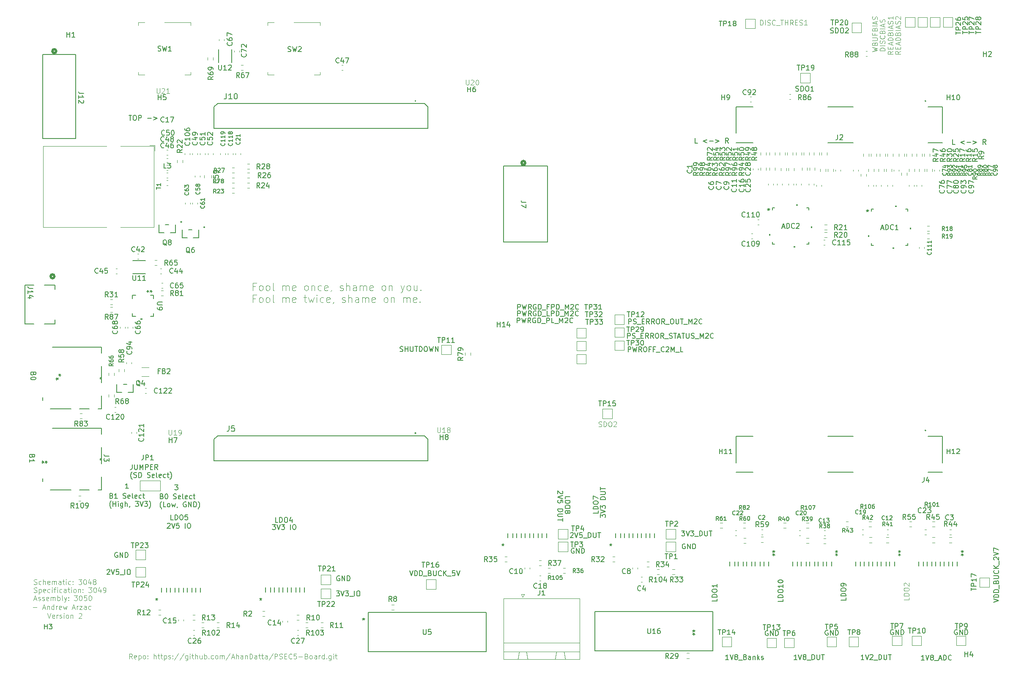
<source format=gto>
%TF.GenerationSoftware,KiCad,Pcbnew,9.0.2*%
%TF.CreationDate,2025-10-06T13:03:54-05:00*%
%TF.ProjectId,PSEC5_Ctrl_Board,50534543-355f-4437-9472-6c5f426f6172,rev?*%
%TF.SameCoordinates,Original*%
%TF.FileFunction,Legend,Top*%
%TF.FilePolarity,Positive*%
%FSLAX46Y46*%
G04 Gerber Fmt 4.6, Leading zero omitted, Abs format (unit mm)*
G04 Created by KiCad (PCBNEW 9.0.2) date 2025-10-06 13:03:54*
%MOMM*%
%LPD*%
G01*
G04 APERTURE LIST*
%ADD10C,0.100000*%
%ADD11C,0.150000*%
%ADD12C,0.120000*%
%ADD13C,0.152400*%
%ADD14C,0.508000*%
%ADD15C,0.000000*%
%ADD16C,0.200000*%
G04 APERTURE END LIST*
D10*
X84441312Y-167512419D02*
X84107979Y-167036228D01*
X83869884Y-167512419D02*
X83869884Y-166512419D01*
X83869884Y-166512419D02*
X84250836Y-166512419D01*
X84250836Y-166512419D02*
X84346074Y-166560038D01*
X84346074Y-166560038D02*
X84393693Y-166607657D01*
X84393693Y-166607657D02*
X84441312Y-166702895D01*
X84441312Y-166702895D02*
X84441312Y-166845752D01*
X84441312Y-166845752D02*
X84393693Y-166940990D01*
X84393693Y-166940990D02*
X84346074Y-166988609D01*
X84346074Y-166988609D02*
X84250836Y-167036228D01*
X84250836Y-167036228D02*
X83869884Y-167036228D01*
X85250836Y-167464800D02*
X85155598Y-167512419D01*
X85155598Y-167512419D02*
X84965122Y-167512419D01*
X84965122Y-167512419D02*
X84869884Y-167464800D01*
X84869884Y-167464800D02*
X84822265Y-167369561D01*
X84822265Y-167369561D02*
X84822265Y-166988609D01*
X84822265Y-166988609D02*
X84869884Y-166893371D01*
X84869884Y-166893371D02*
X84965122Y-166845752D01*
X84965122Y-166845752D02*
X85155598Y-166845752D01*
X85155598Y-166845752D02*
X85250836Y-166893371D01*
X85250836Y-166893371D02*
X85298455Y-166988609D01*
X85298455Y-166988609D02*
X85298455Y-167083847D01*
X85298455Y-167083847D02*
X84822265Y-167179085D01*
X85727027Y-166845752D02*
X85727027Y-167845752D01*
X85727027Y-166893371D02*
X85822265Y-166845752D01*
X85822265Y-166845752D02*
X86012741Y-166845752D01*
X86012741Y-166845752D02*
X86107979Y-166893371D01*
X86107979Y-166893371D02*
X86155598Y-166940990D01*
X86155598Y-166940990D02*
X86203217Y-167036228D01*
X86203217Y-167036228D02*
X86203217Y-167321942D01*
X86203217Y-167321942D02*
X86155598Y-167417180D01*
X86155598Y-167417180D02*
X86107979Y-167464800D01*
X86107979Y-167464800D02*
X86012741Y-167512419D01*
X86012741Y-167512419D02*
X85822265Y-167512419D01*
X85822265Y-167512419D02*
X85727027Y-167464800D01*
X86774646Y-167512419D02*
X86679408Y-167464800D01*
X86679408Y-167464800D02*
X86631789Y-167417180D01*
X86631789Y-167417180D02*
X86584170Y-167321942D01*
X86584170Y-167321942D02*
X86584170Y-167036228D01*
X86584170Y-167036228D02*
X86631789Y-166940990D01*
X86631789Y-166940990D02*
X86679408Y-166893371D01*
X86679408Y-166893371D02*
X86774646Y-166845752D01*
X86774646Y-166845752D02*
X86917503Y-166845752D01*
X86917503Y-166845752D02*
X87012741Y-166893371D01*
X87012741Y-166893371D02*
X87060360Y-166940990D01*
X87060360Y-166940990D02*
X87107979Y-167036228D01*
X87107979Y-167036228D02*
X87107979Y-167321942D01*
X87107979Y-167321942D02*
X87060360Y-167417180D01*
X87060360Y-167417180D02*
X87012741Y-167464800D01*
X87012741Y-167464800D02*
X86917503Y-167512419D01*
X86917503Y-167512419D02*
X86774646Y-167512419D01*
X87536551Y-167417180D02*
X87584170Y-167464800D01*
X87584170Y-167464800D02*
X87536551Y-167512419D01*
X87536551Y-167512419D02*
X87488932Y-167464800D01*
X87488932Y-167464800D02*
X87536551Y-167417180D01*
X87536551Y-167417180D02*
X87536551Y-167512419D01*
X87536551Y-166893371D02*
X87584170Y-166940990D01*
X87584170Y-166940990D02*
X87536551Y-166988609D01*
X87536551Y-166988609D02*
X87488932Y-166940990D01*
X87488932Y-166940990D02*
X87536551Y-166893371D01*
X87536551Y-166893371D02*
X87536551Y-166988609D01*
X88774646Y-167512419D02*
X88774646Y-166512419D01*
X89203217Y-167512419D02*
X89203217Y-166988609D01*
X89203217Y-166988609D02*
X89155598Y-166893371D01*
X89155598Y-166893371D02*
X89060360Y-166845752D01*
X89060360Y-166845752D02*
X88917503Y-166845752D01*
X88917503Y-166845752D02*
X88822265Y-166893371D01*
X88822265Y-166893371D02*
X88774646Y-166940990D01*
X89536551Y-166845752D02*
X89917503Y-166845752D01*
X89679408Y-166512419D02*
X89679408Y-167369561D01*
X89679408Y-167369561D02*
X89727027Y-167464800D01*
X89727027Y-167464800D02*
X89822265Y-167512419D01*
X89822265Y-167512419D02*
X89917503Y-167512419D01*
X90107980Y-166845752D02*
X90488932Y-166845752D01*
X90250837Y-166512419D02*
X90250837Y-167369561D01*
X90250837Y-167369561D02*
X90298456Y-167464800D01*
X90298456Y-167464800D02*
X90393694Y-167512419D01*
X90393694Y-167512419D02*
X90488932Y-167512419D01*
X90822266Y-166845752D02*
X90822266Y-167845752D01*
X90822266Y-166893371D02*
X90917504Y-166845752D01*
X90917504Y-166845752D02*
X91107980Y-166845752D01*
X91107980Y-166845752D02*
X91203218Y-166893371D01*
X91203218Y-166893371D02*
X91250837Y-166940990D01*
X91250837Y-166940990D02*
X91298456Y-167036228D01*
X91298456Y-167036228D02*
X91298456Y-167321942D01*
X91298456Y-167321942D02*
X91250837Y-167417180D01*
X91250837Y-167417180D02*
X91203218Y-167464800D01*
X91203218Y-167464800D02*
X91107980Y-167512419D01*
X91107980Y-167512419D02*
X90917504Y-167512419D01*
X90917504Y-167512419D02*
X90822266Y-167464800D01*
X91679409Y-167464800D02*
X91774647Y-167512419D01*
X91774647Y-167512419D02*
X91965123Y-167512419D01*
X91965123Y-167512419D02*
X92060361Y-167464800D01*
X92060361Y-167464800D02*
X92107980Y-167369561D01*
X92107980Y-167369561D02*
X92107980Y-167321942D01*
X92107980Y-167321942D02*
X92060361Y-167226704D01*
X92060361Y-167226704D02*
X91965123Y-167179085D01*
X91965123Y-167179085D02*
X91822266Y-167179085D01*
X91822266Y-167179085D02*
X91727028Y-167131466D01*
X91727028Y-167131466D02*
X91679409Y-167036228D01*
X91679409Y-167036228D02*
X91679409Y-166988609D01*
X91679409Y-166988609D02*
X91727028Y-166893371D01*
X91727028Y-166893371D02*
X91822266Y-166845752D01*
X91822266Y-166845752D02*
X91965123Y-166845752D01*
X91965123Y-166845752D02*
X92060361Y-166893371D01*
X92536552Y-167417180D02*
X92584171Y-167464800D01*
X92584171Y-167464800D02*
X92536552Y-167512419D01*
X92536552Y-167512419D02*
X92488933Y-167464800D01*
X92488933Y-167464800D02*
X92536552Y-167417180D01*
X92536552Y-167417180D02*
X92536552Y-167512419D01*
X92536552Y-166893371D02*
X92584171Y-166940990D01*
X92584171Y-166940990D02*
X92536552Y-166988609D01*
X92536552Y-166988609D02*
X92488933Y-166940990D01*
X92488933Y-166940990D02*
X92536552Y-166893371D01*
X92536552Y-166893371D02*
X92536552Y-166988609D01*
X93727027Y-166464800D02*
X92869885Y-167750514D01*
X94774646Y-166464800D02*
X93917504Y-167750514D01*
X95536551Y-166845752D02*
X95536551Y-167655276D01*
X95536551Y-167655276D02*
X95488932Y-167750514D01*
X95488932Y-167750514D02*
X95441313Y-167798133D01*
X95441313Y-167798133D02*
X95346075Y-167845752D01*
X95346075Y-167845752D02*
X95203218Y-167845752D01*
X95203218Y-167845752D02*
X95107980Y-167798133D01*
X95536551Y-167464800D02*
X95441313Y-167512419D01*
X95441313Y-167512419D02*
X95250837Y-167512419D01*
X95250837Y-167512419D02*
X95155599Y-167464800D01*
X95155599Y-167464800D02*
X95107980Y-167417180D01*
X95107980Y-167417180D02*
X95060361Y-167321942D01*
X95060361Y-167321942D02*
X95060361Y-167036228D01*
X95060361Y-167036228D02*
X95107980Y-166940990D01*
X95107980Y-166940990D02*
X95155599Y-166893371D01*
X95155599Y-166893371D02*
X95250837Y-166845752D01*
X95250837Y-166845752D02*
X95441313Y-166845752D01*
X95441313Y-166845752D02*
X95536551Y-166893371D01*
X96012742Y-167512419D02*
X96012742Y-166845752D01*
X96012742Y-166512419D02*
X95965123Y-166560038D01*
X95965123Y-166560038D02*
X96012742Y-166607657D01*
X96012742Y-166607657D02*
X96060361Y-166560038D01*
X96060361Y-166560038D02*
X96012742Y-166512419D01*
X96012742Y-166512419D02*
X96012742Y-166607657D01*
X96346075Y-166845752D02*
X96727027Y-166845752D01*
X96488932Y-166512419D02*
X96488932Y-167369561D01*
X96488932Y-167369561D02*
X96536551Y-167464800D01*
X96536551Y-167464800D02*
X96631789Y-167512419D01*
X96631789Y-167512419D02*
X96727027Y-167512419D01*
X97060361Y-167512419D02*
X97060361Y-166512419D01*
X97488932Y-167512419D02*
X97488932Y-166988609D01*
X97488932Y-166988609D02*
X97441313Y-166893371D01*
X97441313Y-166893371D02*
X97346075Y-166845752D01*
X97346075Y-166845752D02*
X97203218Y-166845752D01*
X97203218Y-166845752D02*
X97107980Y-166893371D01*
X97107980Y-166893371D02*
X97060361Y-166940990D01*
X98393694Y-166845752D02*
X98393694Y-167512419D01*
X97965123Y-166845752D02*
X97965123Y-167369561D01*
X97965123Y-167369561D02*
X98012742Y-167464800D01*
X98012742Y-167464800D02*
X98107980Y-167512419D01*
X98107980Y-167512419D02*
X98250837Y-167512419D01*
X98250837Y-167512419D02*
X98346075Y-167464800D01*
X98346075Y-167464800D02*
X98393694Y-167417180D01*
X98869885Y-167512419D02*
X98869885Y-166512419D01*
X98869885Y-166893371D02*
X98965123Y-166845752D01*
X98965123Y-166845752D02*
X99155599Y-166845752D01*
X99155599Y-166845752D02*
X99250837Y-166893371D01*
X99250837Y-166893371D02*
X99298456Y-166940990D01*
X99298456Y-166940990D02*
X99346075Y-167036228D01*
X99346075Y-167036228D02*
X99346075Y-167321942D01*
X99346075Y-167321942D02*
X99298456Y-167417180D01*
X99298456Y-167417180D02*
X99250837Y-167464800D01*
X99250837Y-167464800D02*
X99155599Y-167512419D01*
X99155599Y-167512419D02*
X98965123Y-167512419D01*
X98965123Y-167512419D02*
X98869885Y-167464800D01*
X99774647Y-167417180D02*
X99822266Y-167464800D01*
X99822266Y-167464800D02*
X99774647Y-167512419D01*
X99774647Y-167512419D02*
X99727028Y-167464800D01*
X99727028Y-167464800D02*
X99774647Y-167417180D01*
X99774647Y-167417180D02*
X99774647Y-167512419D01*
X100679408Y-167464800D02*
X100584170Y-167512419D01*
X100584170Y-167512419D02*
X100393694Y-167512419D01*
X100393694Y-167512419D02*
X100298456Y-167464800D01*
X100298456Y-167464800D02*
X100250837Y-167417180D01*
X100250837Y-167417180D02*
X100203218Y-167321942D01*
X100203218Y-167321942D02*
X100203218Y-167036228D01*
X100203218Y-167036228D02*
X100250837Y-166940990D01*
X100250837Y-166940990D02*
X100298456Y-166893371D01*
X100298456Y-166893371D02*
X100393694Y-166845752D01*
X100393694Y-166845752D02*
X100584170Y-166845752D01*
X100584170Y-166845752D02*
X100679408Y-166893371D01*
X101250837Y-167512419D02*
X101155599Y-167464800D01*
X101155599Y-167464800D02*
X101107980Y-167417180D01*
X101107980Y-167417180D02*
X101060361Y-167321942D01*
X101060361Y-167321942D02*
X101060361Y-167036228D01*
X101060361Y-167036228D02*
X101107980Y-166940990D01*
X101107980Y-166940990D02*
X101155599Y-166893371D01*
X101155599Y-166893371D02*
X101250837Y-166845752D01*
X101250837Y-166845752D02*
X101393694Y-166845752D01*
X101393694Y-166845752D02*
X101488932Y-166893371D01*
X101488932Y-166893371D02*
X101536551Y-166940990D01*
X101536551Y-166940990D02*
X101584170Y-167036228D01*
X101584170Y-167036228D02*
X101584170Y-167321942D01*
X101584170Y-167321942D02*
X101536551Y-167417180D01*
X101536551Y-167417180D02*
X101488932Y-167464800D01*
X101488932Y-167464800D02*
X101393694Y-167512419D01*
X101393694Y-167512419D02*
X101250837Y-167512419D01*
X102012742Y-167512419D02*
X102012742Y-166845752D01*
X102012742Y-166940990D02*
X102060361Y-166893371D01*
X102060361Y-166893371D02*
X102155599Y-166845752D01*
X102155599Y-166845752D02*
X102298456Y-166845752D01*
X102298456Y-166845752D02*
X102393694Y-166893371D01*
X102393694Y-166893371D02*
X102441313Y-166988609D01*
X102441313Y-166988609D02*
X102441313Y-167512419D01*
X102441313Y-166988609D02*
X102488932Y-166893371D01*
X102488932Y-166893371D02*
X102584170Y-166845752D01*
X102584170Y-166845752D02*
X102727027Y-166845752D01*
X102727027Y-166845752D02*
X102822266Y-166893371D01*
X102822266Y-166893371D02*
X102869885Y-166988609D01*
X102869885Y-166988609D02*
X102869885Y-167512419D01*
X104060360Y-166464800D02*
X103203218Y-167750514D01*
X104346075Y-167226704D02*
X104822265Y-167226704D01*
X104250837Y-167512419D02*
X104584170Y-166512419D01*
X104584170Y-166512419D02*
X104917503Y-167512419D01*
X105250837Y-167512419D02*
X105250837Y-166512419D01*
X105679408Y-167512419D02*
X105679408Y-166988609D01*
X105679408Y-166988609D02*
X105631789Y-166893371D01*
X105631789Y-166893371D02*
X105536551Y-166845752D01*
X105536551Y-166845752D02*
X105393694Y-166845752D01*
X105393694Y-166845752D02*
X105298456Y-166893371D01*
X105298456Y-166893371D02*
X105250837Y-166940990D01*
X106584170Y-167512419D02*
X106584170Y-166988609D01*
X106584170Y-166988609D02*
X106536551Y-166893371D01*
X106536551Y-166893371D02*
X106441313Y-166845752D01*
X106441313Y-166845752D02*
X106250837Y-166845752D01*
X106250837Y-166845752D02*
X106155599Y-166893371D01*
X106584170Y-167464800D02*
X106488932Y-167512419D01*
X106488932Y-167512419D02*
X106250837Y-167512419D01*
X106250837Y-167512419D02*
X106155599Y-167464800D01*
X106155599Y-167464800D02*
X106107980Y-167369561D01*
X106107980Y-167369561D02*
X106107980Y-167274323D01*
X106107980Y-167274323D02*
X106155599Y-167179085D01*
X106155599Y-167179085D02*
X106250837Y-167131466D01*
X106250837Y-167131466D02*
X106488932Y-167131466D01*
X106488932Y-167131466D02*
X106584170Y-167083847D01*
X107060361Y-166845752D02*
X107060361Y-167512419D01*
X107060361Y-166940990D02*
X107107980Y-166893371D01*
X107107980Y-166893371D02*
X107203218Y-166845752D01*
X107203218Y-166845752D02*
X107346075Y-166845752D01*
X107346075Y-166845752D02*
X107441313Y-166893371D01*
X107441313Y-166893371D02*
X107488932Y-166988609D01*
X107488932Y-166988609D02*
X107488932Y-167512419D01*
X107965123Y-167512419D02*
X107965123Y-166512419D01*
X107965123Y-166512419D02*
X108203218Y-166512419D01*
X108203218Y-166512419D02*
X108346075Y-166560038D01*
X108346075Y-166560038D02*
X108441313Y-166655276D01*
X108441313Y-166655276D02*
X108488932Y-166750514D01*
X108488932Y-166750514D02*
X108536551Y-166940990D01*
X108536551Y-166940990D02*
X108536551Y-167083847D01*
X108536551Y-167083847D02*
X108488932Y-167274323D01*
X108488932Y-167274323D02*
X108441313Y-167369561D01*
X108441313Y-167369561D02*
X108346075Y-167464800D01*
X108346075Y-167464800D02*
X108203218Y-167512419D01*
X108203218Y-167512419D02*
X107965123Y-167512419D01*
X109393694Y-167512419D02*
X109393694Y-166988609D01*
X109393694Y-166988609D02*
X109346075Y-166893371D01*
X109346075Y-166893371D02*
X109250837Y-166845752D01*
X109250837Y-166845752D02*
X109060361Y-166845752D01*
X109060361Y-166845752D02*
X108965123Y-166893371D01*
X109393694Y-167464800D02*
X109298456Y-167512419D01*
X109298456Y-167512419D02*
X109060361Y-167512419D01*
X109060361Y-167512419D02*
X108965123Y-167464800D01*
X108965123Y-167464800D02*
X108917504Y-167369561D01*
X108917504Y-167369561D02*
X108917504Y-167274323D01*
X108917504Y-167274323D02*
X108965123Y-167179085D01*
X108965123Y-167179085D02*
X109060361Y-167131466D01*
X109060361Y-167131466D02*
X109298456Y-167131466D01*
X109298456Y-167131466D02*
X109393694Y-167083847D01*
X109727028Y-166845752D02*
X110107980Y-166845752D01*
X109869885Y-166512419D02*
X109869885Y-167369561D01*
X109869885Y-167369561D02*
X109917504Y-167464800D01*
X109917504Y-167464800D02*
X110012742Y-167512419D01*
X110012742Y-167512419D02*
X110107980Y-167512419D01*
X110298457Y-166845752D02*
X110679409Y-166845752D01*
X110441314Y-166512419D02*
X110441314Y-167369561D01*
X110441314Y-167369561D02*
X110488933Y-167464800D01*
X110488933Y-167464800D02*
X110584171Y-167512419D01*
X110584171Y-167512419D02*
X110679409Y-167512419D01*
X111441314Y-167512419D02*
X111441314Y-166988609D01*
X111441314Y-166988609D02*
X111393695Y-166893371D01*
X111393695Y-166893371D02*
X111298457Y-166845752D01*
X111298457Y-166845752D02*
X111107981Y-166845752D01*
X111107981Y-166845752D02*
X111012743Y-166893371D01*
X111441314Y-167464800D02*
X111346076Y-167512419D01*
X111346076Y-167512419D02*
X111107981Y-167512419D01*
X111107981Y-167512419D02*
X111012743Y-167464800D01*
X111012743Y-167464800D02*
X110965124Y-167369561D01*
X110965124Y-167369561D02*
X110965124Y-167274323D01*
X110965124Y-167274323D02*
X111012743Y-167179085D01*
X111012743Y-167179085D02*
X111107981Y-167131466D01*
X111107981Y-167131466D02*
X111346076Y-167131466D01*
X111346076Y-167131466D02*
X111441314Y-167083847D01*
X112631790Y-166464800D02*
X111774648Y-167750514D01*
X112965124Y-167512419D02*
X112965124Y-166512419D01*
X112965124Y-166512419D02*
X113346076Y-166512419D01*
X113346076Y-166512419D02*
X113441314Y-166560038D01*
X113441314Y-166560038D02*
X113488933Y-166607657D01*
X113488933Y-166607657D02*
X113536552Y-166702895D01*
X113536552Y-166702895D02*
X113536552Y-166845752D01*
X113536552Y-166845752D02*
X113488933Y-166940990D01*
X113488933Y-166940990D02*
X113441314Y-166988609D01*
X113441314Y-166988609D02*
X113346076Y-167036228D01*
X113346076Y-167036228D02*
X112965124Y-167036228D01*
X113917505Y-167464800D02*
X114060362Y-167512419D01*
X114060362Y-167512419D02*
X114298457Y-167512419D01*
X114298457Y-167512419D02*
X114393695Y-167464800D01*
X114393695Y-167464800D02*
X114441314Y-167417180D01*
X114441314Y-167417180D02*
X114488933Y-167321942D01*
X114488933Y-167321942D02*
X114488933Y-167226704D01*
X114488933Y-167226704D02*
X114441314Y-167131466D01*
X114441314Y-167131466D02*
X114393695Y-167083847D01*
X114393695Y-167083847D02*
X114298457Y-167036228D01*
X114298457Y-167036228D02*
X114107981Y-166988609D01*
X114107981Y-166988609D02*
X114012743Y-166940990D01*
X114012743Y-166940990D02*
X113965124Y-166893371D01*
X113965124Y-166893371D02*
X113917505Y-166798133D01*
X113917505Y-166798133D02*
X113917505Y-166702895D01*
X113917505Y-166702895D02*
X113965124Y-166607657D01*
X113965124Y-166607657D02*
X114012743Y-166560038D01*
X114012743Y-166560038D02*
X114107981Y-166512419D01*
X114107981Y-166512419D02*
X114346076Y-166512419D01*
X114346076Y-166512419D02*
X114488933Y-166560038D01*
X114917505Y-166988609D02*
X115250838Y-166988609D01*
X115393695Y-167512419D02*
X114917505Y-167512419D01*
X114917505Y-167512419D02*
X114917505Y-166512419D01*
X114917505Y-166512419D02*
X115393695Y-166512419D01*
X116393695Y-167417180D02*
X116346076Y-167464800D01*
X116346076Y-167464800D02*
X116203219Y-167512419D01*
X116203219Y-167512419D02*
X116107981Y-167512419D01*
X116107981Y-167512419D02*
X115965124Y-167464800D01*
X115965124Y-167464800D02*
X115869886Y-167369561D01*
X115869886Y-167369561D02*
X115822267Y-167274323D01*
X115822267Y-167274323D02*
X115774648Y-167083847D01*
X115774648Y-167083847D02*
X115774648Y-166940990D01*
X115774648Y-166940990D02*
X115822267Y-166750514D01*
X115822267Y-166750514D02*
X115869886Y-166655276D01*
X115869886Y-166655276D02*
X115965124Y-166560038D01*
X115965124Y-166560038D02*
X116107981Y-166512419D01*
X116107981Y-166512419D02*
X116203219Y-166512419D01*
X116203219Y-166512419D02*
X116346076Y-166560038D01*
X116346076Y-166560038D02*
X116393695Y-166607657D01*
X117298457Y-166512419D02*
X116822267Y-166512419D01*
X116822267Y-166512419D02*
X116774648Y-166988609D01*
X116774648Y-166988609D02*
X116822267Y-166940990D01*
X116822267Y-166940990D02*
X116917505Y-166893371D01*
X116917505Y-166893371D02*
X117155600Y-166893371D01*
X117155600Y-166893371D02*
X117250838Y-166940990D01*
X117250838Y-166940990D02*
X117298457Y-166988609D01*
X117298457Y-166988609D02*
X117346076Y-167083847D01*
X117346076Y-167083847D02*
X117346076Y-167321942D01*
X117346076Y-167321942D02*
X117298457Y-167417180D01*
X117298457Y-167417180D02*
X117250838Y-167464800D01*
X117250838Y-167464800D02*
X117155600Y-167512419D01*
X117155600Y-167512419D02*
X116917505Y-167512419D01*
X116917505Y-167512419D02*
X116822267Y-167464800D01*
X116822267Y-167464800D02*
X116774648Y-167417180D01*
X117774648Y-167131466D02*
X118536553Y-167131466D01*
X119346076Y-166988609D02*
X119488933Y-167036228D01*
X119488933Y-167036228D02*
X119536552Y-167083847D01*
X119536552Y-167083847D02*
X119584171Y-167179085D01*
X119584171Y-167179085D02*
X119584171Y-167321942D01*
X119584171Y-167321942D02*
X119536552Y-167417180D01*
X119536552Y-167417180D02*
X119488933Y-167464800D01*
X119488933Y-167464800D02*
X119393695Y-167512419D01*
X119393695Y-167512419D02*
X119012743Y-167512419D01*
X119012743Y-167512419D02*
X119012743Y-166512419D01*
X119012743Y-166512419D02*
X119346076Y-166512419D01*
X119346076Y-166512419D02*
X119441314Y-166560038D01*
X119441314Y-166560038D02*
X119488933Y-166607657D01*
X119488933Y-166607657D02*
X119536552Y-166702895D01*
X119536552Y-166702895D02*
X119536552Y-166798133D01*
X119536552Y-166798133D02*
X119488933Y-166893371D01*
X119488933Y-166893371D02*
X119441314Y-166940990D01*
X119441314Y-166940990D02*
X119346076Y-166988609D01*
X119346076Y-166988609D02*
X119012743Y-166988609D01*
X120155600Y-167512419D02*
X120060362Y-167464800D01*
X120060362Y-167464800D02*
X120012743Y-167417180D01*
X120012743Y-167417180D02*
X119965124Y-167321942D01*
X119965124Y-167321942D02*
X119965124Y-167036228D01*
X119965124Y-167036228D02*
X120012743Y-166940990D01*
X120012743Y-166940990D02*
X120060362Y-166893371D01*
X120060362Y-166893371D02*
X120155600Y-166845752D01*
X120155600Y-166845752D02*
X120298457Y-166845752D01*
X120298457Y-166845752D02*
X120393695Y-166893371D01*
X120393695Y-166893371D02*
X120441314Y-166940990D01*
X120441314Y-166940990D02*
X120488933Y-167036228D01*
X120488933Y-167036228D02*
X120488933Y-167321942D01*
X120488933Y-167321942D02*
X120441314Y-167417180D01*
X120441314Y-167417180D02*
X120393695Y-167464800D01*
X120393695Y-167464800D02*
X120298457Y-167512419D01*
X120298457Y-167512419D02*
X120155600Y-167512419D01*
X121346076Y-167512419D02*
X121346076Y-166988609D01*
X121346076Y-166988609D02*
X121298457Y-166893371D01*
X121298457Y-166893371D02*
X121203219Y-166845752D01*
X121203219Y-166845752D02*
X121012743Y-166845752D01*
X121012743Y-166845752D02*
X120917505Y-166893371D01*
X121346076Y-167464800D02*
X121250838Y-167512419D01*
X121250838Y-167512419D02*
X121012743Y-167512419D01*
X121012743Y-167512419D02*
X120917505Y-167464800D01*
X120917505Y-167464800D02*
X120869886Y-167369561D01*
X120869886Y-167369561D02*
X120869886Y-167274323D01*
X120869886Y-167274323D02*
X120917505Y-167179085D01*
X120917505Y-167179085D02*
X121012743Y-167131466D01*
X121012743Y-167131466D02*
X121250838Y-167131466D01*
X121250838Y-167131466D02*
X121346076Y-167083847D01*
X121822267Y-167512419D02*
X121822267Y-166845752D01*
X121822267Y-167036228D02*
X121869886Y-166940990D01*
X121869886Y-166940990D02*
X121917505Y-166893371D01*
X121917505Y-166893371D02*
X122012743Y-166845752D01*
X122012743Y-166845752D02*
X122107981Y-166845752D01*
X122869886Y-167512419D02*
X122869886Y-166512419D01*
X122869886Y-167464800D02*
X122774648Y-167512419D01*
X122774648Y-167512419D02*
X122584172Y-167512419D01*
X122584172Y-167512419D02*
X122488934Y-167464800D01*
X122488934Y-167464800D02*
X122441315Y-167417180D01*
X122441315Y-167417180D02*
X122393696Y-167321942D01*
X122393696Y-167321942D02*
X122393696Y-167036228D01*
X122393696Y-167036228D02*
X122441315Y-166940990D01*
X122441315Y-166940990D02*
X122488934Y-166893371D01*
X122488934Y-166893371D02*
X122584172Y-166845752D01*
X122584172Y-166845752D02*
X122774648Y-166845752D01*
X122774648Y-166845752D02*
X122869886Y-166893371D01*
X123346077Y-167417180D02*
X123393696Y-167464800D01*
X123393696Y-167464800D02*
X123346077Y-167512419D01*
X123346077Y-167512419D02*
X123298458Y-167464800D01*
X123298458Y-167464800D02*
X123346077Y-167417180D01*
X123346077Y-167417180D02*
X123346077Y-167512419D01*
X124250838Y-166845752D02*
X124250838Y-167655276D01*
X124250838Y-167655276D02*
X124203219Y-167750514D01*
X124203219Y-167750514D02*
X124155600Y-167798133D01*
X124155600Y-167798133D02*
X124060362Y-167845752D01*
X124060362Y-167845752D02*
X123917505Y-167845752D01*
X123917505Y-167845752D02*
X123822267Y-167798133D01*
X124250838Y-167464800D02*
X124155600Y-167512419D01*
X124155600Y-167512419D02*
X123965124Y-167512419D01*
X123965124Y-167512419D02*
X123869886Y-167464800D01*
X123869886Y-167464800D02*
X123822267Y-167417180D01*
X123822267Y-167417180D02*
X123774648Y-167321942D01*
X123774648Y-167321942D02*
X123774648Y-167036228D01*
X123774648Y-167036228D02*
X123822267Y-166940990D01*
X123822267Y-166940990D02*
X123869886Y-166893371D01*
X123869886Y-166893371D02*
X123965124Y-166845752D01*
X123965124Y-166845752D02*
X124155600Y-166845752D01*
X124155600Y-166845752D02*
X124250838Y-166893371D01*
X124727029Y-167512419D02*
X124727029Y-166845752D01*
X124727029Y-166512419D02*
X124679410Y-166560038D01*
X124679410Y-166560038D02*
X124727029Y-166607657D01*
X124727029Y-166607657D02*
X124774648Y-166560038D01*
X124774648Y-166560038D02*
X124727029Y-166512419D01*
X124727029Y-166512419D02*
X124727029Y-166607657D01*
X125060362Y-166845752D02*
X125441314Y-166845752D01*
X125203219Y-166512419D02*
X125203219Y-167369561D01*
X125203219Y-167369561D02*
X125250838Y-167464800D01*
X125250838Y-167464800D02*
X125346076Y-167512419D01*
X125346076Y-167512419D02*
X125441314Y-167512419D01*
X64772265Y-152560912D02*
X64915122Y-152608531D01*
X64915122Y-152608531D02*
X65153217Y-152608531D01*
X65153217Y-152608531D02*
X65248455Y-152560912D01*
X65248455Y-152560912D02*
X65296074Y-152513292D01*
X65296074Y-152513292D02*
X65343693Y-152418054D01*
X65343693Y-152418054D02*
X65343693Y-152322816D01*
X65343693Y-152322816D02*
X65296074Y-152227578D01*
X65296074Y-152227578D02*
X65248455Y-152179959D01*
X65248455Y-152179959D02*
X65153217Y-152132340D01*
X65153217Y-152132340D02*
X64962741Y-152084721D01*
X64962741Y-152084721D02*
X64867503Y-152037102D01*
X64867503Y-152037102D02*
X64819884Y-151989483D01*
X64819884Y-151989483D02*
X64772265Y-151894245D01*
X64772265Y-151894245D02*
X64772265Y-151799007D01*
X64772265Y-151799007D02*
X64819884Y-151703769D01*
X64819884Y-151703769D02*
X64867503Y-151656150D01*
X64867503Y-151656150D02*
X64962741Y-151608531D01*
X64962741Y-151608531D02*
X65200836Y-151608531D01*
X65200836Y-151608531D02*
X65343693Y-151656150D01*
X66200836Y-152560912D02*
X66105598Y-152608531D01*
X66105598Y-152608531D02*
X65915122Y-152608531D01*
X65915122Y-152608531D02*
X65819884Y-152560912D01*
X65819884Y-152560912D02*
X65772265Y-152513292D01*
X65772265Y-152513292D02*
X65724646Y-152418054D01*
X65724646Y-152418054D02*
X65724646Y-152132340D01*
X65724646Y-152132340D02*
X65772265Y-152037102D01*
X65772265Y-152037102D02*
X65819884Y-151989483D01*
X65819884Y-151989483D02*
X65915122Y-151941864D01*
X65915122Y-151941864D02*
X66105598Y-151941864D01*
X66105598Y-151941864D02*
X66200836Y-151989483D01*
X66629408Y-152608531D02*
X66629408Y-151608531D01*
X67057979Y-152608531D02*
X67057979Y-152084721D01*
X67057979Y-152084721D02*
X67010360Y-151989483D01*
X67010360Y-151989483D02*
X66915122Y-151941864D01*
X66915122Y-151941864D02*
X66772265Y-151941864D01*
X66772265Y-151941864D02*
X66677027Y-151989483D01*
X66677027Y-151989483D02*
X66629408Y-152037102D01*
X67915122Y-152560912D02*
X67819884Y-152608531D01*
X67819884Y-152608531D02*
X67629408Y-152608531D01*
X67629408Y-152608531D02*
X67534170Y-152560912D01*
X67534170Y-152560912D02*
X67486551Y-152465673D01*
X67486551Y-152465673D02*
X67486551Y-152084721D01*
X67486551Y-152084721D02*
X67534170Y-151989483D01*
X67534170Y-151989483D02*
X67629408Y-151941864D01*
X67629408Y-151941864D02*
X67819884Y-151941864D01*
X67819884Y-151941864D02*
X67915122Y-151989483D01*
X67915122Y-151989483D02*
X67962741Y-152084721D01*
X67962741Y-152084721D02*
X67962741Y-152179959D01*
X67962741Y-152179959D02*
X67486551Y-152275197D01*
X68391313Y-152608531D02*
X68391313Y-151941864D01*
X68391313Y-152037102D02*
X68438932Y-151989483D01*
X68438932Y-151989483D02*
X68534170Y-151941864D01*
X68534170Y-151941864D02*
X68677027Y-151941864D01*
X68677027Y-151941864D02*
X68772265Y-151989483D01*
X68772265Y-151989483D02*
X68819884Y-152084721D01*
X68819884Y-152084721D02*
X68819884Y-152608531D01*
X68819884Y-152084721D02*
X68867503Y-151989483D01*
X68867503Y-151989483D02*
X68962741Y-151941864D01*
X68962741Y-151941864D02*
X69105598Y-151941864D01*
X69105598Y-151941864D02*
X69200837Y-151989483D01*
X69200837Y-151989483D02*
X69248456Y-152084721D01*
X69248456Y-152084721D02*
X69248456Y-152608531D01*
X70153217Y-152608531D02*
X70153217Y-152084721D01*
X70153217Y-152084721D02*
X70105598Y-151989483D01*
X70105598Y-151989483D02*
X70010360Y-151941864D01*
X70010360Y-151941864D02*
X69819884Y-151941864D01*
X69819884Y-151941864D02*
X69724646Y-151989483D01*
X70153217Y-152560912D02*
X70057979Y-152608531D01*
X70057979Y-152608531D02*
X69819884Y-152608531D01*
X69819884Y-152608531D02*
X69724646Y-152560912D01*
X69724646Y-152560912D02*
X69677027Y-152465673D01*
X69677027Y-152465673D02*
X69677027Y-152370435D01*
X69677027Y-152370435D02*
X69724646Y-152275197D01*
X69724646Y-152275197D02*
X69819884Y-152227578D01*
X69819884Y-152227578D02*
X70057979Y-152227578D01*
X70057979Y-152227578D02*
X70153217Y-152179959D01*
X70486551Y-151941864D02*
X70867503Y-151941864D01*
X70629408Y-151608531D02*
X70629408Y-152465673D01*
X70629408Y-152465673D02*
X70677027Y-152560912D01*
X70677027Y-152560912D02*
X70772265Y-152608531D01*
X70772265Y-152608531D02*
X70867503Y-152608531D01*
X71200837Y-152608531D02*
X71200837Y-151941864D01*
X71200837Y-151608531D02*
X71153218Y-151656150D01*
X71153218Y-151656150D02*
X71200837Y-151703769D01*
X71200837Y-151703769D02*
X71248456Y-151656150D01*
X71248456Y-151656150D02*
X71200837Y-151608531D01*
X71200837Y-151608531D02*
X71200837Y-151703769D01*
X72105598Y-152560912D02*
X72010360Y-152608531D01*
X72010360Y-152608531D02*
X71819884Y-152608531D01*
X71819884Y-152608531D02*
X71724646Y-152560912D01*
X71724646Y-152560912D02*
X71677027Y-152513292D01*
X71677027Y-152513292D02*
X71629408Y-152418054D01*
X71629408Y-152418054D02*
X71629408Y-152132340D01*
X71629408Y-152132340D02*
X71677027Y-152037102D01*
X71677027Y-152037102D02*
X71724646Y-151989483D01*
X71724646Y-151989483D02*
X71819884Y-151941864D01*
X71819884Y-151941864D02*
X72010360Y-151941864D01*
X72010360Y-151941864D02*
X72105598Y-151989483D01*
X72534170Y-152513292D02*
X72581789Y-152560912D01*
X72581789Y-152560912D02*
X72534170Y-152608531D01*
X72534170Y-152608531D02*
X72486551Y-152560912D01*
X72486551Y-152560912D02*
X72534170Y-152513292D01*
X72534170Y-152513292D02*
X72534170Y-152608531D01*
X72534170Y-151989483D02*
X72581789Y-152037102D01*
X72581789Y-152037102D02*
X72534170Y-152084721D01*
X72534170Y-152084721D02*
X72486551Y-152037102D01*
X72486551Y-152037102D02*
X72534170Y-151989483D01*
X72534170Y-151989483D02*
X72534170Y-152084721D01*
X73677027Y-151608531D02*
X74296074Y-151608531D01*
X74296074Y-151608531D02*
X73962741Y-151989483D01*
X73962741Y-151989483D02*
X74105598Y-151989483D01*
X74105598Y-151989483D02*
X74200836Y-152037102D01*
X74200836Y-152037102D02*
X74248455Y-152084721D01*
X74248455Y-152084721D02*
X74296074Y-152179959D01*
X74296074Y-152179959D02*
X74296074Y-152418054D01*
X74296074Y-152418054D02*
X74248455Y-152513292D01*
X74248455Y-152513292D02*
X74200836Y-152560912D01*
X74200836Y-152560912D02*
X74105598Y-152608531D01*
X74105598Y-152608531D02*
X73819884Y-152608531D01*
X73819884Y-152608531D02*
X73724646Y-152560912D01*
X73724646Y-152560912D02*
X73677027Y-152513292D01*
X74915122Y-151608531D02*
X75010360Y-151608531D01*
X75010360Y-151608531D02*
X75105598Y-151656150D01*
X75105598Y-151656150D02*
X75153217Y-151703769D01*
X75153217Y-151703769D02*
X75200836Y-151799007D01*
X75200836Y-151799007D02*
X75248455Y-151989483D01*
X75248455Y-151989483D02*
X75248455Y-152227578D01*
X75248455Y-152227578D02*
X75200836Y-152418054D01*
X75200836Y-152418054D02*
X75153217Y-152513292D01*
X75153217Y-152513292D02*
X75105598Y-152560912D01*
X75105598Y-152560912D02*
X75010360Y-152608531D01*
X75010360Y-152608531D02*
X74915122Y-152608531D01*
X74915122Y-152608531D02*
X74819884Y-152560912D01*
X74819884Y-152560912D02*
X74772265Y-152513292D01*
X74772265Y-152513292D02*
X74724646Y-152418054D01*
X74724646Y-152418054D02*
X74677027Y-152227578D01*
X74677027Y-152227578D02*
X74677027Y-151989483D01*
X74677027Y-151989483D02*
X74724646Y-151799007D01*
X74724646Y-151799007D02*
X74772265Y-151703769D01*
X74772265Y-151703769D02*
X74819884Y-151656150D01*
X74819884Y-151656150D02*
X74915122Y-151608531D01*
X76105598Y-151941864D02*
X76105598Y-152608531D01*
X75867503Y-151560912D02*
X75629408Y-152275197D01*
X75629408Y-152275197D02*
X76248455Y-152275197D01*
X76772265Y-152037102D02*
X76677027Y-151989483D01*
X76677027Y-151989483D02*
X76629408Y-151941864D01*
X76629408Y-151941864D02*
X76581789Y-151846626D01*
X76581789Y-151846626D02*
X76581789Y-151799007D01*
X76581789Y-151799007D02*
X76629408Y-151703769D01*
X76629408Y-151703769D02*
X76677027Y-151656150D01*
X76677027Y-151656150D02*
X76772265Y-151608531D01*
X76772265Y-151608531D02*
X76962741Y-151608531D01*
X76962741Y-151608531D02*
X77057979Y-151656150D01*
X77057979Y-151656150D02*
X77105598Y-151703769D01*
X77105598Y-151703769D02*
X77153217Y-151799007D01*
X77153217Y-151799007D02*
X77153217Y-151846626D01*
X77153217Y-151846626D02*
X77105598Y-151941864D01*
X77105598Y-151941864D02*
X77057979Y-151989483D01*
X77057979Y-151989483D02*
X76962741Y-152037102D01*
X76962741Y-152037102D02*
X76772265Y-152037102D01*
X76772265Y-152037102D02*
X76677027Y-152084721D01*
X76677027Y-152084721D02*
X76629408Y-152132340D01*
X76629408Y-152132340D02*
X76581789Y-152227578D01*
X76581789Y-152227578D02*
X76581789Y-152418054D01*
X76581789Y-152418054D02*
X76629408Y-152513292D01*
X76629408Y-152513292D02*
X76677027Y-152560912D01*
X76677027Y-152560912D02*
X76772265Y-152608531D01*
X76772265Y-152608531D02*
X76962741Y-152608531D01*
X76962741Y-152608531D02*
X77057979Y-152560912D01*
X77057979Y-152560912D02*
X77105598Y-152513292D01*
X77105598Y-152513292D02*
X77153217Y-152418054D01*
X77153217Y-152418054D02*
X77153217Y-152227578D01*
X77153217Y-152227578D02*
X77105598Y-152132340D01*
X77105598Y-152132340D02*
X77057979Y-152084721D01*
X77057979Y-152084721D02*
X76962741Y-152037102D01*
X64772265Y-154170856D02*
X64915122Y-154218475D01*
X64915122Y-154218475D02*
X65153217Y-154218475D01*
X65153217Y-154218475D02*
X65248455Y-154170856D01*
X65248455Y-154170856D02*
X65296074Y-154123236D01*
X65296074Y-154123236D02*
X65343693Y-154027998D01*
X65343693Y-154027998D02*
X65343693Y-153932760D01*
X65343693Y-153932760D02*
X65296074Y-153837522D01*
X65296074Y-153837522D02*
X65248455Y-153789903D01*
X65248455Y-153789903D02*
X65153217Y-153742284D01*
X65153217Y-153742284D02*
X64962741Y-153694665D01*
X64962741Y-153694665D02*
X64867503Y-153647046D01*
X64867503Y-153647046D02*
X64819884Y-153599427D01*
X64819884Y-153599427D02*
X64772265Y-153504189D01*
X64772265Y-153504189D02*
X64772265Y-153408951D01*
X64772265Y-153408951D02*
X64819884Y-153313713D01*
X64819884Y-153313713D02*
X64867503Y-153266094D01*
X64867503Y-153266094D02*
X64962741Y-153218475D01*
X64962741Y-153218475D02*
X65200836Y-153218475D01*
X65200836Y-153218475D02*
X65343693Y-153266094D01*
X65772265Y-153551808D02*
X65772265Y-154551808D01*
X65772265Y-153599427D02*
X65867503Y-153551808D01*
X65867503Y-153551808D02*
X66057979Y-153551808D01*
X66057979Y-153551808D02*
X66153217Y-153599427D01*
X66153217Y-153599427D02*
X66200836Y-153647046D01*
X66200836Y-153647046D02*
X66248455Y-153742284D01*
X66248455Y-153742284D02*
X66248455Y-154027998D01*
X66248455Y-154027998D02*
X66200836Y-154123236D01*
X66200836Y-154123236D02*
X66153217Y-154170856D01*
X66153217Y-154170856D02*
X66057979Y-154218475D01*
X66057979Y-154218475D02*
X65867503Y-154218475D01*
X65867503Y-154218475D02*
X65772265Y-154170856D01*
X67057979Y-154170856D02*
X66962741Y-154218475D01*
X66962741Y-154218475D02*
X66772265Y-154218475D01*
X66772265Y-154218475D02*
X66677027Y-154170856D01*
X66677027Y-154170856D02*
X66629408Y-154075617D01*
X66629408Y-154075617D02*
X66629408Y-153694665D01*
X66629408Y-153694665D02*
X66677027Y-153599427D01*
X66677027Y-153599427D02*
X66772265Y-153551808D01*
X66772265Y-153551808D02*
X66962741Y-153551808D01*
X66962741Y-153551808D02*
X67057979Y-153599427D01*
X67057979Y-153599427D02*
X67105598Y-153694665D01*
X67105598Y-153694665D02*
X67105598Y-153789903D01*
X67105598Y-153789903D02*
X66629408Y-153885141D01*
X67962741Y-154170856D02*
X67867503Y-154218475D01*
X67867503Y-154218475D02*
X67677027Y-154218475D01*
X67677027Y-154218475D02*
X67581789Y-154170856D01*
X67581789Y-154170856D02*
X67534170Y-154123236D01*
X67534170Y-154123236D02*
X67486551Y-154027998D01*
X67486551Y-154027998D02*
X67486551Y-153742284D01*
X67486551Y-153742284D02*
X67534170Y-153647046D01*
X67534170Y-153647046D02*
X67581789Y-153599427D01*
X67581789Y-153599427D02*
X67677027Y-153551808D01*
X67677027Y-153551808D02*
X67867503Y-153551808D01*
X67867503Y-153551808D02*
X67962741Y-153599427D01*
X68391313Y-154218475D02*
X68391313Y-153551808D01*
X68391313Y-153218475D02*
X68343694Y-153266094D01*
X68343694Y-153266094D02*
X68391313Y-153313713D01*
X68391313Y-153313713D02*
X68438932Y-153266094D01*
X68438932Y-153266094D02*
X68391313Y-153218475D01*
X68391313Y-153218475D02*
X68391313Y-153313713D01*
X68724646Y-153551808D02*
X69105598Y-153551808D01*
X68867503Y-154218475D02*
X68867503Y-153361332D01*
X68867503Y-153361332D02*
X68915122Y-153266094D01*
X68915122Y-153266094D02*
X69010360Y-153218475D01*
X69010360Y-153218475D02*
X69105598Y-153218475D01*
X69438932Y-154218475D02*
X69438932Y-153551808D01*
X69438932Y-153218475D02*
X69391313Y-153266094D01*
X69391313Y-153266094D02*
X69438932Y-153313713D01*
X69438932Y-153313713D02*
X69486551Y-153266094D01*
X69486551Y-153266094D02*
X69438932Y-153218475D01*
X69438932Y-153218475D02*
X69438932Y-153313713D01*
X70343693Y-154170856D02*
X70248455Y-154218475D01*
X70248455Y-154218475D02*
X70057979Y-154218475D01*
X70057979Y-154218475D02*
X69962741Y-154170856D01*
X69962741Y-154170856D02*
X69915122Y-154123236D01*
X69915122Y-154123236D02*
X69867503Y-154027998D01*
X69867503Y-154027998D02*
X69867503Y-153742284D01*
X69867503Y-153742284D02*
X69915122Y-153647046D01*
X69915122Y-153647046D02*
X69962741Y-153599427D01*
X69962741Y-153599427D02*
X70057979Y-153551808D01*
X70057979Y-153551808D02*
X70248455Y-153551808D01*
X70248455Y-153551808D02*
X70343693Y-153599427D01*
X71200836Y-154218475D02*
X71200836Y-153694665D01*
X71200836Y-153694665D02*
X71153217Y-153599427D01*
X71153217Y-153599427D02*
X71057979Y-153551808D01*
X71057979Y-153551808D02*
X70867503Y-153551808D01*
X70867503Y-153551808D02*
X70772265Y-153599427D01*
X71200836Y-154170856D02*
X71105598Y-154218475D01*
X71105598Y-154218475D02*
X70867503Y-154218475D01*
X70867503Y-154218475D02*
X70772265Y-154170856D01*
X70772265Y-154170856D02*
X70724646Y-154075617D01*
X70724646Y-154075617D02*
X70724646Y-153980379D01*
X70724646Y-153980379D02*
X70772265Y-153885141D01*
X70772265Y-153885141D02*
X70867503Y-153837522D01*
X70867503Y-153837522D02*
X71105598Y-153837522D01*
X71105598Y-153837522D02*
X71200836Y-153789903D01*
X71534170Y-153551808D02*
X71915122Y-153551808D01*
X71677027Y-153218475D02*
X71677027Y-154075617D01*
X71677027Y-154075617D02*
X71724646Y-154170856D01*
X71724646Y-154170856D02*
X71819884Y-154218475D01*
X71819884Y-154218475D02*
X71915122Y-154218475D01*
X72248456Y-154218475D02*
X72248456Y-153551808D01*
X72248456Y-153218475D02*
X72200837Y-153266094D01*
X72200837Y-153266094D02*
X72248456Y-153313713D01*
X72248456Y-153313713D02*
X72296075Y-153266094D01*
X72296075Y-153266094D02*
X72248456Y-153218475D01*
X72248456Y-153218475D02*
X72248456Y-153313713D01*
X72867503Y-154218475D02*
X72772265Y-154170856D01*
X72772265Y-154170856D02*
X72724646Y-154123236D01*
X72724646Y-154123236D02*
X72677027Y-154027998D01*
X72677027Y-154027998D02*
X72677027Y-153742284D01*
X72677027Y-153742284D02*
X72724646Y-153647046D01*
X72724646Y-153647046D02*
X72772265Y-153599427D01*
X72772265Y-153599427D02*
X72867503Y-153551808D01*
X72867503Y-153551808D02*
X73010360Y-153551808D01*
X73010360Y-153551808D02*
X73105598Y-153599427D01*
X73105598Y-153599427D02*
X73153217Y-153647046D01*
X73153217Y-153647046D02*
X73200836Y-153742284D01*
X73200836Y-153742284D02*
X73200836Y-154027998D01*
X73200836Y-154027998D02*
X73153217Y-154123236D01*
X73153217Y-154123236D02*
X73105598Y-154170856D01*
X73105598Y-154170856D02*
X73010360Y-154218475D01*
X73010360Y-154218475D02*
X72867503Y-154218475D01*
X73629408Y-153551808D02*
X73629408Y-154218475D01*
X73629408Y-153647046D02*
X73677027Y-153599427D01*
X73677027Y-153599427D02*
X73772265Y-153551808D01*
X73772265Y-153551808D02*
X73915122Y-153551808D01*
X73915122Y-153551808D02*
X74010360Y-153599427D01*
X74010360Y-153599427D02*
X74057979Y-153694665D01*
X74057979Y-153694665D02*
X74057979Y-154218475D01*
X74534170Y-154123236D02*
X74581789Y-154170856D01*
X74581789Y-154170856D02*
X74534170Y-154218475D01*
X74534170Y-154218475D02*
X74486551Y-154170856D01*
X74486551Y-154170856D02*
X74534170Y-154123236D01*
X74534170Y-154123236D02*
X74534170Y-154218475D01*
X74534170Y-153599427D02*
X74581789Y-153647046D01*
X74581789Y-153647046D02*
X74534170Y-153694665D01*
X74534170Y-153694665D02*
X74486551Y-153647046D01*
X74486551Y-153647046D02*
X74534170Y-153599427D01*
X74534170Y-153599427D02*
X74534170Y-153694665D01*
X75677027Y-153218475D02*
X76296074Y-153218475D01*
X76296074Y-153218475D02*
X75962741Y-153599427D01*
X75962741Y-153599427D02*
X76105598Y-153599427D01*
X76105598Y-153599427D02*
X76200836Y-153647046D01*
X76200836Y-153647046D02*
X76248455Y-153694665D01*
X76248455Y-153694665D02*
X76296074Y-153789903D01*
X76296074Y-153789903D02*
X76296074Y-154027998D01*
X76296074Y-154027998D02*
X76248455Y-154123236D01*
X76248455Y-154123236D02*
X76200836Y-154170856D01*
X76200836Y-154170856D02*
X76105598Y-154218475D01*
X76105598Y-154218475D02*
X75819884Y-154218475D01*
X75819884Y-154218475D02*
X75724646Y-154170856D01*
X75724646Y-154170856D02*
X75677027Y-154123236D01*
X76915122Y-153218475D02*
X77010360Y-153218475D01*
X77010360Y-153218475D02*
X77105598Y-153266094D01*
X77105598Y-153266094D02*
X77153217Y-153313713D01*
X77153217Y-153313713D02*
X77200836Y-153408951D01*
X77200836Y-153408951D02*
X77248455Y-153599427D01*
X77248455Y-153599427D02*
X77248455Y-153837522D01*
X77248455Y-153837522D02*
X77200836Y-154027998D01*
X77200836Y-154027998D02*
X77153217Y-154123236D01*
X77153217Y-154123236D02*
X77105598Y-154170856D01*
X77105598Y-154170856D02*
X77010360Y-154218475D01*
X77010360Y-154218475D02*
X76915122Y-154218475D01*
X76915122Y-154218475D02*
X76819884Y-154170856D01*
X76819884Y-154170856D02*
X76772265Y-154123236D01*
X76772265Y-154123236D02*
X76724646Y-154027998D01*
X76724646Y-154027998D02*
X76677027Y-153837522D01*
X76677027Y-153837522D02*
X76677027Y-153599427D01*
X76677027Y-153599427D02*
X76724646Y-153408951D01*
X76724646Y-153408951D02*
X76772265Y-153313713D01*
X76772265Y-153313713D02*
X76819884Y-153266094D01*
X76819884Y-153266094D02*
X76915122Y-153218475D01*
X78105598Y-153551808D02*
X78105598Y-154218475D01*
X77867503Y-153170856D02*
X77629408Y-153885141D01*
X77629408Y-153885141D02*
X78248455Y-153885141D01*
X78677027Y-154218475D02*
X78867503Y-154218475D01*
X78867503Y-154218475D02*
X78962741Y-154170856D01*
X78962741Y-154170856D02*
X79010360Y-154123236D01*
X79010360Y-154123236D02*
X79105598Y-153980379D01*
X79105598Y-153980379D02*
X79153217Y-153789903D01*
X79153217Y-153789903D02*
X79153217Y-153408951D01*
X79153217Y-153408951D02*
X79105598Y-153313713D01*
X79105598Y-153313713D02*
X79057979Y-153266094D01*
X79057979Y-153266094D02*
X78962741Y-153218475D01*
X78962741Y-153218475D02*
X78772265Y-153218475D01*
X78772265Y-153218475D02*
X78677027Y-153266094D01*
X78677027Y-153266094D02*
X78629408Y-153313713D01*
X78629408Y-153313713D02*
X78581789Y-153408951D01*
X78581789Y-153408951D02*
X78581789Y-153647046D01*
X78581789Y-153647046D02*
X78629408Y-153742284D01*
X78629408Y-153742284D02*
X78677027Y-153789903D01*
X78677027Y-153789903D02*
X78772265Y-153837522D01*
X78772265Y-153837522D02*
X78962741Y-153837522D01*
X78962741Y-153837522D02*
X79057979Y-153789903D01*
X79057979Y-153789903D02*
X79105598Y-153742284D01*
X79105598Y-153742284D02*
X79153217Y-153647046D01*
X64772265Y-155542704D02*
X65248455Y-155542704D01*
X64677027Y-155828419D02*
X65010360Y-154828419D01*
X65010360Y-154828419D02*
X65343693Y-155828419D01*
X65629408Y-155780800D02*
X65724646Y-155828419D01*
X65724646Y-155828419D02*
X65915122Y-155828419D01*
X65915122Y-155828419D02*
X66010360Y-155780800D01*
X66010360Y-155780800D02*
X66057979Y-155685561D01*
X66057979Y-155685561D02*
X66057979Y-155637942D01*
X66057979Y-155637942D02*
X66010360Y-155542704D01*
X66010360Y-155542704D02*
X65915122Y-155495085D01*
X65915122Y-155495085D02*
X65772265Y-155495085D01*
X65772265Y-155495085D02*
X65677027Y-155447466D01*
X65677027Y-155447466D02*
X65629408Y-155352228D01*
X65629408Y-155352228D02*
X65629408Y-155304609D01*
X65629408Y-155304609D02*
X65677027Y-155209371D01*
X65677027Y-155209371D02*
X65772265Y-155161752D01*
X65772265Y-155161752D02*
X65915122Y-155161752D01*
X65915122Y-155161752D02*
X66010360Y-155209371D01*
X66438932Y-155780800D02*
X66534170Y-155828419D01*
X66534170Y-155828419D02*
X66724646Y-155828419D01*
X66724646Y-155828419D02*
X66819884Y-155780800D01*
X66819884Y-155780800D02*
X66867503Y-155685561D01*
X66867503Y-155685561D02*
X66867503Y-155637942D01*
X66867503Y-155637942D02*
X66819884Y-155542704D01*
X66819884Y-155542704D02*
X66724646Y-155495085D01*
X66724646Y-155495085D02*
X66581789Y-155495085D01*
X66581789Y-155495085D02*
X66486551Y-155447466D01*
X66486551Y-155447466D02*
X66438932Y-155352228D01*
X66438932Y-155352228D02*
X66438932Y-155304609D01*
X66438932Y-155304609D02*
X66486551Y-155209371D01*
X66486551Y-155209371D02*
X66581789Y-155161752D01*
X66581789Y-155161752D02*
X66724646Y-155161752D01*
X66724646Y-155161752D02*
X66819884Y-155209371D01*
X67677027Y-155780800D02*
X67581789Y-155828419D01*
X67581789Y-155828419D02*
X67391313Y-155828419D01*
X67391313Y-155828419D02*
X67296075Y-155780800D01*
X67296075Y-155780800D02*
X67248456Y-155685561D01*
X67248456Y-155685561D02*
X67248456Y-155304609D01*
X67248456Y-155304609D02*
X67296075Y-155209371D01*
X67296075Y-155209371D02*
X67391313Y-155161752D01*
X67391313Y-155161752D02*
X67581789Y-155161752D01*
X67581789Y-155161752D02*
X67677027Y-155209371D01*
X67677027Y-155209371D02*
X67724646Y-155304609D01*
X67724646Y-155304609D02*
X67724646Y-155399847D01*
X67724646Y-155399847D02*
X67248456Y-155495085D01*
X68153218Y-155828419D02*
X68153218Y-155161752D01*
X68153218Y-155256990D02*
X68200837Y-155209371D01*
X68200837Y-155209371D02*
X68296075Y-155161752D01*
X68296075Y-155161752D02*
X68438932Y-155161752D01*
X68438932Y-155161752D02*
X68534170Y-155209371D01*
X68534170Y-155209371D02*
X68581789Y-155304609D01*
X68581789Y-155304609D02*
X68581789Y-155828419D01*
X68581789Y-155304609D02*
X68629408Y-155209371D01*
X68629408Y-155209371D02*
X68724646Y-155161752D01*
X68724646Y-155161752D02*
X68867503Y-155161752D01*
X68867503Y-155161752D02*
X68962742Y-155209371D01*
X68962742Y-155209371D02*
X69010361Y-155304609D01*
X69010361Y-155304609D02*
X69010361Y-155828419D01*
X69486551Y-155828419D02*
X69486551Y-154828419D01*
X69486551Y-155209371D02*
X69581789Y-155161752D01*
X69581789Y-155161752D02*
X69772265Y-155161752D01*
X69772265Y-155161752D02*
X69867503Y-155209371D01*
X69867503Y-155209371D02*
X69915122Y-155256990D01*
X69915122Y-155256990D02*
X69962741Y-155352228D01*
X69962741Y-155352228D02*
X69962741Y-155637942D01*
X69962741Y-155637942D02*
X69915122Y-155733180D01*
X69915122Y-155733180D02*
X69867503Y-155780800D01*
X69867503Y-155780800D02*
X69772265Y-155828419D01*
X69772265Y-155828419D02*
X69581789Y-155828419D01*
X69581789Y-155828419D02*
X69486551Y-155780800D01*
X70534170Y-155828419D02*
X70438932Y-155780800D01*
X70438932Y-155780800D02*
X70391313Y-155685561D01*
X70391313Y-155685561D02*
X70391313Y-154828419D01*
X70819885Y-155161752D02*
X71057980Y-155828419D01*
X71296075Y-155161752D02*
X71057980Y-155828419D01*
X71057980Y-155828419D02*
X70962742Y-156066514D01*
X70962742Y-156066514D02*
X70915123Y-156114133D01*
X70915123Y-156114133D02*
X70819885Y-156161752D01*
X71677028Y-155733180D02*
X71724647Y-155780800D01*
X71724647Y-155780800D02*
X71677028Y-155828419D01*
X71677028Y-155828419D02*
X71629409Y-155780800D01*
X71629409Y-155780800D02*
X71677028Y-155733180D01*
X71677028Y-155733180D02*
X71677028Y-155828419D01*
X71677028Y-155209371D02*
X71724647Y-155256990D01*
X71724647Y-155256990D02*
X71677028Y-155304609D01*
X71677028Y-155304609D02*
X71629409Y-155256990D01*
X71629409Y-155256990D02*
X71677028Y-155209371D01*
X71677028Y-155209371D02*
X71677028Y-155304609D01*
X72819885Y-154828419D02*
X73438932Y-154828419D01*
X73438932Y-154828419D02*
X73105599Y-155209371D01*
X73105599Y-155209371D02*
X73248456Y-155209371D01*
X73248456Y-155209371D02*
X73343694Y-155256990D01*
X73343694Y-155256990D02*
X73391313Y-155304609D01*
X73391313Y-155304609D02*
X73438932Y-155399847D01*
X73438932Y-155399847D02*
X73438932Y-155637942D01*
X73438932Y-155637942D02*
X73391313Y-155733180D01*
X73391313Y-155733180D02*
X73343694Y-155780800D01*
X73343694Y-155780800D02*
X73248456Y-155828419D01*
X73248456Y-155828419D02*
X72962742Y-155828419D01*
X72962742Y-155828419D02*
X72867504Y-155780800D01*
X72867504Y-155780800D02*
X72819885Y-155733180D01*
X74057980Y-154828419D02*
X74153218Y-154828419D01*
X74153218Y-154828419D02*
X74248456Y-154876038D01*
X74248456Y-154876038D02*
X74296075Y-154923657D01*
X74296075Y-154923657D02*
X74343694Y-155018895D01*
X74343694Y-155018895D02*
X74391313Y-155209371D01*
X74391313Y-155209371D02*
X74391313Y-155447466D01*
X74391313Y-155447466D02*
X74343694Y-155637942D01*
X74343694Y-155637942D02*
X74296075Y-155733180D01*
X74296075Y-155733180D02*
X74248456Y-155780800D01*
X74248456Y-155780800D02*
X74153218Y-155828419D01*
X74153218Y-155828419D02*
X74057980Y-155828419D01*
X74057980Y-155828419D02*
X73962742Y-155780800D01*
X73962742Y-155780800D02*
X73915123Y-155733180D01*
X73915123Y-155733180D02*
X73867504Y-155637942D01*
X73867504Y-155637942D02*
X73819885Y-155447466D01*
X73819885Y-155447466D02*
X73819885Y-155209371D01*
X73819885Y-155209371D02*
X73867504Y-155018895D01*
X73867504Y-155018895D02*
X73915123Y-154923657D01*
X73915123Y-154923657D02*
X73962742Y-154876038D01*
X73962742Y-154876038D02*
X74057980Y-154828419D01*
X75296075Y-154828419D02*
X74819885Y-154828419D01*
X74819885Y-154828419D02*
X74772266Y-155304609D01*
X74772266Y-155304609D02*
X74819885Y-155256990D01*
X74819885Y-155256990D02*
X74915123Y-155209371D01*
X74915123Y-155209371D02*
X75153218Y-155209371D01*
X75153218Y-155209371D02*
X75248456Y-155256990D01*
X75248456Y-155256990D02*
X75296075Y-155304609D01*
X75296075Y-155304609D02*
X75343694Y-155399847D01*
X75343694Y-155399847D02*
X75343694Y-155637942D01*
X75343694Y-155637942D02*
X75296075Y-155733180D01*
X75296075Y-155733180D02*
X75248456Y-155780800D01*
X75248456Y-155780800D02*
X75153218Y-155828419D01*
X75153218Y-155828419D02*
X74915123Y-155828419D01*
X74915123Y-155828419D02*
X74819885Y-155780800D01*
X74819885Y-155780800D02*
X74772266Y-155733180D01*
X75962742Y-154828419D02*
X76057980Y-154828419D01*
X76057980Y-154828419D02*
X76153218Y-154876038D01*
X76153218Y-154876038D02*
X76200837Y-154923657D01*
X76200837Y-154923657D02*
X76248456Y-155018895D01*
X76248456Y-155018895D02*
X76296075Y-155209371D01*
X76296075Y-155209371D02*
X76296075Y-155447466D01*
X76296075Y-155447466D02*
X76248456Y-155637942D01*
X76248456Y-155637942D02*
X76200837Y-155733180D01*
X76200837Y-155733180D02*
X76153218Y-155780800D01*
X76153218Y-155780800D02*
X76057980Y-155828419D01*
X76057980Y-155828419D02*
X75962742Y-155828419D01*
X75962742Y-155828419D02*
X75867504Y-155780800D01*
X75867504Y-155780800D02*
X75819885Y-155733180D01*
X75819885Y-155733180D02*
X75772266Y-155637942D01*
X75772266Y-155637942D02*
X75724647Y-155447466D01*
X75724647Y-155447466D02*
X75724647Y-155209371D01*
X75724647Y-155209371D02*
X75772266Y-155018895D01*
X75772266Y-155018895D02*
X75819885Y-154923657D01*
X75819885Y-154923657D02*
X75867504Y-154876038D01*
X75867504Y-154876038D02*
X75962742Y-154828419D01*
D11*
X249660588Y-161717438D02*
X249565350Y-161669819D01*
X249565350Y-161669819D02*
X249422493Y-161669819D01*
X249422493Y-161669819D02*
X249279636Y-161717438D01*
X249279636Y-161717438D02*
X249184398Y-161812676D01*
X249184398Y-161812676D02*
X249136779Y-161907914D01*
X249136779Y-161907914D02*
X249089160Y-162098390D01*
X249089160Y-162098390D02*
X249089160Y-162241247D01*
X249089160Y-162241247D02*
X249136779Y-162431723D01*
X249136779Y-162431723D02*
X249184398Y-162526961D01*
X249184398Y-162526961D02*
X249279636Y-162622200D01*
X249279636Y-162622200D02*
X249422493Y-162669819D01*
X249422493Y-162669819D02*
X249517731Y-162669819D01*
X249517731Y-162669819D02*
X249660588Y-162622200D01*
X249660588Y-162622200D02*
X249708207Y-162574580D01*
X249708207Y-162574580D02*
X249708207Y-162241247D01*
X249708207Y-162241247D02*
X249517731Y-162241247D01*
X250136779Y-162669819D02*
X250136779Y-161669819D01*
X250136779Y-161669819D02*
X250708207Y-162669819D01*
X250708207Y-162669819D02*
X250708207Y-161669819D01*
X251184398Y-162669819D02*
X251184398Y-161669819D01*
X251184398Y-161669819D02*
X251422493Y-161669819D01*
X251422493Y-161669819D02*
X251565350Y-161717438D01*
X251565350Y-161717438D02*
X251660588Y-161812676D01*
X251660588Y-161812676D02*
X251708207Y-161907914D01*
X251708207Y-161907914D02*
X251755826Y-162098390D01*
X251755826Y-162098390D02*
X251755826Y-162241247D01*
X251755826Y-162241247D02*
X251708207Y-162431723D01*
X251708207Y-162431723D02*
X251660588Y-162526961D01*
X251660588Y-162526961D02*
X251565350Y-162622200D01*
X251565350Y-162622200D02*
X251422493Y-162669819D01*
X251422493Y-162669819D02*
X251184398Y-162669819D01*
X183636779Y-103269819D02*
X183636779Y-102269819D01*
X183636779Y-102269819D02*
X184017731Y-102269819D01*
X184017731Y-102269819D02*
X184112969Y-102317438D01*
X184112969Y-102317438D02*
X184160588Y-102365057D01*
X184160588Y-102365057D02*
X184208207Y-102460295D01*
X184208207Y-102460295D02*
X184208207Y-102603152D01*
X184208207Y-102603152D02*
X184160588Y-102698390D01*
X184160588Y-102698390D02*
X184112969Y-102746009D01*
X184112969Y-102746009D02*
X184017731Y-102793628D01*
X184017731Y-102793628D02*
X183636779Y-102793628D01*
X184589160Y-103222200D02*
X184732017Y-103269819D01*
X184732017Y-103269819D02*
X184970112Y-103269819D01*
X184970112Y-103269819D02*
X185065350Y-103222200D01*
X185065350Y-103222200D02*
X185112969Y-103174580D01*
X185112969Y-103174580D02*
X185160588Y-103079342D01*
X185160588Y-103079342D02*
X185160588Y-102984104D01*
X185160588Y-102984104D02*
X185112969Y-102888866D01*
X185112969Y-102888866D02*
X185065350Y-102841247D01*
X185065350Y-102841247D02*
X184970112Y-102793628D01*
X184970112Y-102793628D02*
X184779636Y-102746009D01*
X184779636Y-102746009D02*
X184684398Y-102698390D01*
X184684398Y-102698390D02*
X184636779Y-102650771D01*
X184636779Y-102650771D02*
X184589160Y-102555533D01*
X184589160Y-102555533D02*
X184589160Y-102460295D01*
X184589160Y-102460295D02*
X184636779Y-102365057D01*
X184636779Y-102365057D02*
X184684398Y-102317438D01*
X184684398Y-102317438D02*
X184779636Y-102269819D01*
X184779636Y-102269819D02*
X185017731Y-102269819D01*
X185017731Y-102269819D02*
X185160588Y-102317438D01*
X185351065Y-103365057D02*
X186112969Y-103365057D01*
X186351065Y-102746009D02*
X186684398Y-102746009D01*
X186827255Y-103269819D02*
X186351065Y-103269819D01*
X186351065Y-103269819D02*
X186351065Y-102269819D01*
X186351065Y-102269819D02*
X186827255Y-102269819D01*
X187827255Y-103269819D02*
X187493922Y-102793628D01*
X187255827Y-103269819D02*
X187255827Y-102269819D01*
X187255827Y-102269819D02*
X187636779Y-102269819D01*
X187636779Y-102269819D02*
X187732017Y-102317438D01*
X187732017Y-102317438D02*
X187779636Y-102365057D01*
X187779636Y-102365057D02*
X187827255Y-102460295D01*
X187827255Y-102460295D02*
X187827255Y-102603152D01*
X187827255Y-102603152D02*
X187779636Y-102698390D01*
X187779636Y-102698390D02*
X187732017Y-102746009D01*
X187732017Y-102746009D02*
X187636779Y-102793628D01*
X187636779Y-102793628D02*
X187255827Y-102793628D01*
X188827255Y-103269819D02*
X188493922Y-102793628D01*
X188255827Y-103269819D02*
X188255827Y-102269819D01*
X188255827Y-102269819D02*
X188636779Y-102269819D01*
X188636779Y-102269819D02*
X188732017Y-102317438D01*
X188732017Y-102317438D02*
X188779636Y-102365057D01*
X188779636Y-102365057D02*
X188827255Y-102460295D01*
X188827255Y-102460295D02*
X188827255Y-102603152D01*
X188827255Y-102603152D02*
X188779636Y-102698390D01*
X188779636Y-102698390D02*
X188732017Y-102746009D01*
X188732017Y-102746009D02*
X188636779Y-102793628D01*
X188636779Y-102793628D02*
X188255827Y-102793628D01*
X189446303Y-102269819D02*
X189636779Y-102269819D01*
X189636779Y-102269819D02*
X189732017Y-102317438D01*
X189732017Y-102317438D02*
X189827255Y-102412676D01*
X189827255Y-102412676D02*
X189874874Y-102603152D01*
X189874874Y-102603152D02*
X189874874Y-102936485D01*
X189874874Y-102936485D02*
X189827255Y-103126961D01*
X189827255Y-103126961D02*
X189732017Y-103222200D01*
X189732017Y-103222200D02*
X189636779Y-103269819D01*
X189636779Y-103269819D02*
X189446303Y-103269819D01*
X189446303Y-103269819D02*
X189351065Y-103222200D01*
X189351065Y-103222200D02*
X189255827Y-103126961D01*
X189255827Y-103126961D02*
X189208208Y-102936485D01*
X189208208Y-102936485D02*
X189208208Y-102603152D01*
X189208208Y-102603152D02*
X189255827Y-102412676D01*
X189255827Y-102412676D02*
X189351065Y-102317438D01*
X189351065Y-102317438D02*
X189446303Y-102269819D01*
X190874874Y-103269819D02*
X190541541Y-102793628D01*
X190303446Y-103269819D02*
X190303446Y-102269819D01*
X190303446Y-102269819D02*
X190684398Y-102269819D01*
X190684398Y-102269819D02*
X190779636Y-102317438D01*
X190779636Y-102317438D02*
X190827255Y-102365057D01*
X190827255Y-102365057D02*
X190874874Y-102460295D01*
X190874874Y-102460295D02*
X190874874Y-102603152D01*
X190874874Y-102603152D02*
X190827255Y-102698390D01*
X190827255Y-102698390D02*
X190779636Y-102746009D01*
X190779636Y-102746009D02*
X190684398Y-102793628D01*
X190684398Y-102793628D02*
X190303446Y-102793628D01*
X191065351Y-103365057D02*
X191827255Y-103365057D01*
X192017732Y-103222200D02*
X192160589Y-103269819D01*
X192160589Y-103269819D02*
X192398684Y-103269819D01*
X192398684Y-103269819D02*
X192493922Y-103222200D01*
X192493922Y-103222200D02*
X192541541Y-103174580D01*
X192541541Y-103174580D02*
X192589160Y-103079342D01*
X192589160Y-103079342D02*
X192589160Y-102984104D01*
X192589160Y-102984104D02*
X192541541Y-102888866D01*
X192541541Y-102888866D02*
X192493922Y-102841247D01*
X192493922Y-102841247D02*
X192398684Y-102793628D01*
X192398684Y-102793628D02*
X192208208Y-102746009D01*
X192208208Y-102746009D02*
X192112970Y-102698390D01*
X192112970Y-102698390D02*
X192065351Y-102650771D01*
X192065351Y-102650771D02*
X192017732Y-102555533D01*
X192017732Y-102555533D02*
X192017732Y-102460295D01*
X192017732Y-102460295D02*
X192065351Y-102365057D01*
X192065351Y-102365057D02*
X192112970Y-102317438D01*
X192112970Y-102317438D02*
X192208208Y-102269819D01*
X192208208Y-102269819D02*
X192446303Y-102269819D01*
X192446303Y-102269819D02*
X192589160Y-102317438D01*
X192874875Y-102269819D02*
X193446303Y-102269819D01*
X193160589Y-103269819D02*
X193160589Y-102269819D01*
X193732018Y-102984104D02*
X194208208Y-102984104D01*
X193636780Y-103269819D02*
X193970113Y-102269819D01*
X193970113Y-102269819D02*
X194303446Y-103269819D01*
X194493923Y-102269819D02*
X195065351Y-102269819D01*
X194779637Y-103269819D02*
X194779637Y-102269819D01*
X195398685Y-102269819D02*
X195398685Y-103079342D01*
X195398685Y-103079342D02*
X195446304Y-103174580D01*
X195446304Y-103174580D02*
X195493923Y-103222200D01*
X195493923Y-103222200D02*
X195589161Y-103269819D01*
X195589161Y-103269819D02*
X195779637Y-103269819D01*
X195779637Y-103269819D02*
X195874875Y-103222200D01*
X195874875Y-103222200D02*
X195922494Y-103174580D01*
X195922494Y-103174580D02*
X195970113Y-103079342D01*
X195970113Y-103079342D02*
X195970113Y-102269819D01*
X196398685Y-103222200D02*
X196541542Y-103269819D01*
X196541542Y-103269819D02*
X196779637Y-103269819D01*
X196779637Y-103269819D02*
X196874875Y-103222200D01*
X196874875Y-103222200D02*
X196922494Y-103174580D01*
X196922494Y-103174580D02*
X196970113Y-103079342D01*
X196970113Y-103079342D02*
X196970113Y-102984104D01*
X196970113Y-102984104D02*
X196922494Y-102888866D01*
X196922494Y-102888866D02*
X196874875Y-102841247D01*
X196874875Y-102841247D02*
X196779637Y-102793628D01*
X196779637Y-102793628D02*
X196589161Y-102746009D01*
X196589161Y-102746009D02*
X196493923Y-102698390D01*
X196493923Y-102698390D02*
X196446304Y-102650771D01*
X196446304Y-102650771D02*
X196398685Y-102555533D01*
X196398685Y-102555533D02*
X196398685Y-102460295D01*
X196398685Y-102460295D02*
X196446304Y-102365057D01*
X196446304Y-102365057D02*
X196493923Y-102317438D01*
X196493923Y-102317438D02*
X196589161Y-102269819D01*
X196589161Y-102269819D02*
X196827256Y-102269819D01*
X196827256Y-102269819D02*
X196970113Y-102317438D01*
X197160590Y-103365057D02*
X197922494Y-103365057D01*
X198160590Y-103269819D02*
X198160590Y-102269819D01*
X198160590Y-102269819D02*
X198493923Y-102984104D01*
X198493923Y-102984104D02*
X198827256Y-102269819D01*
X198827256Y-102269819D02*
X198827256Y-103269819D01*
X199255828Y-102365057D02*
X199303447Y-102317438D01*
X199303447Y-102317438D02*
X199398685Y-102269819D01*
X199398685Y-102269819D02*
X199636780Y-102269819D01*
X199636780Y-102269819D02*
X199732018Y-102317438D01*
X199732018Y-102317438D02*
X199779637Y-102365057D01*
X199779637Y-102365057D02*
X199827256Y-102460295D01*
X199827256Y-102460295D02*
X199827256Y-102555533D01*
X199827256Y-102555533D02*
X199779637Y-102698390D01*
X199779637Y-102698390D02*
X199208209Y-103269819D01*
X199208209Y-103269819D02*
X199827256Y-103269819D01*
X200827256Y-103174580D02*
X200779637Y-103222200D01*
X200779637Y-103222200D02*
X200636780Y-103269819D01*
X200636780Y-103269819D02*
X200541542Y-103269819D01*
X200541542Y-103269819D02*
X200398685Y-103222200D01*
X200398685Y-103222200D02*
X200303447Y-103126961D01*
X200303447Y-103126961D02*
X200255828Y-103031723D01*
X200255828Y-103031723D02*
X200208209Y-102841247D01*
X200208209Y-102841247D02*
X200208209Y-102698390D01*
X200208209Y-102698390D02*
X200255828Y-102507914D01*
X200255828Y-102507914D02*
X200303447Y-102412676D01*
X200303447Y-102412676D02*
X200398685Y-102317438D01*
X200398685Y-102317438D02*
X200541542Y-102269819D01*
X200541542Y-102269819D02*
X200636780Y-102269819D01*
X200636780Y-102269819D02*
X200779637Y-102317438D01*
X200779637Y-102317438D02*
X200827256Y-102365057D01*
X243060588Y-167769819D02*
X242489160Y-167769819D01*
X242774874Y-167769819D02*
X242774874Y-166769819D01*
X242774874Y-166769819D02*
X242679636Y-166912676D01*
X242679636Y-166912676D02*
X242584398Y-167007914D01*
X242584398Y-167007914D02*
X242489160Y-167055533D01*
X243346303Y-166769819D02*
X243679636Y-167769819D01*
X243679636Y-167769819D02*
X244012969Y-166769819D01*
X244489160Y-167198390D02*
X244393922Y-167150771D01*
X244393922Y-167150771D02*
X244346303Y-167103152D01*
X244346303Y-167103152D02*
X244298684Y-167007914D01*
X244298684Y-167007914D02*
X244298684Y-166960295D01*
X244298684Y-166960295D02*
X244346303Y-166865057D01*
X244346303Y-166865057D02*
X244393922Y-166817438D01*
X244393922Y-166817438D02*
X244489160Y-166769819D01*
X244489160Y-166769819D02*
X244679636Y-166769819D01*
X244679636Y-166769819D02*
X244774874Y-166817438D01*
X244774874Y-166817438D02*
X244822493Y-166865057D01*
X244822493Y-166865057D02*
X244870112Y-166960295D01*
X244870112Y-166960295D02*
X244870112Y-167007914D01*
X244870112Y-167007914D02*
X244822493Y-167103152D01*
X244822493Y-167103152D02*
X244774874Y-167150771D01*
X244774874Y-167150771D02*
X244679636Y-167198390D01*
X244679636Y-167198390D02*
X244489160Y-167198390D01*
X244489160Y-167198390D02*
X244393922Y-167246009D01*
X244393922Y-167246009D02*
X244346303Y-167293628D01*
X244346303Y-167293628D02*
X244298684Y-167388866D01*
X244298684Y-167388866D02*
X244298684Y-167579342D01*
X244298684Y-167579342D02*
X244346303Y-167674580D01*
X244346303Y-167674580D02*
X244393922Y-167722200D01*
X244393922Y-167722200D02*
X244489160Y-167769819D01*
X244489160Y-167769819D02*
X244679636Y-167769819D01*
X244679636Y-167769819D02*
X244774874Y-167722200D01*
X244774874Y-167722200D02*
X244822493Y-167674580D01*
X244822493Y-167674580D02*
X244870112Y-167579342D01*
X244870112Y-167579342D02*
X244870112Y-167388866D01*
X244870112Y-167388866D02*
X244822493Y-167293628D01*
X244822493Y-167293628D02*
X244774874Y-167246009D01*
X244774874Y-167246009D02*
X244679636Y-167198390D01*
X245060589Y-167865057D02*
X245822493Y-167865057D01*
X246012970Y-167484104D02*
X246489160Y-167484104D01*
X245917732Y-167769819D02*
X246251065Y-166769819D01*
X246251065Y-166769819D02*
X246584398Y-167769819D01*
X246917732Y-167769819D02*
X246917732Y-166769819D01*
X246917732Y-166769819D02*
X247155827Y-166769819D01*
X247155827Y-166769819D02*
X247298684Y-166817438D01*
X247298684Y-166817438D02*
X247393922Y-166912676D01*
X247393922Y-166912676D02*
X247441541Y-167007914D01*
X247441541Y-167007914D02*
X247489160Y-167198390D01*
X247489160Y-167198390D02*
X247489160Y-167341247D01*
X247489160Y-167341247D02*
X247441541Y-167531723D01*
X247441541Y-167531723D02*
X247393922Y-167626961D01*
X247393922Y-167626961D02*
X247298684Y-167722200D01*
X247298684Y-167722200D02*
X247155827Y-167769819D01*
X247155827Y-167769819D02*
X246917732Y-167769819D01*
X248489160Y-167674580D02*
X248441541Y-167722200D01*
X248441541Y-167722200D02*
X248298684Y-167769819D01*
X248298684Y-167769819D02*
X248203446Y-167769819D01*
X248203446Y-167769819D02*
X248060589Y-167722200D01*
X248060589Y-167722200D02*
X247965351Y-167626961D01*
X247965351Y-167626961D02*
X247917732Y-167531723D01*
X247917732Y-167531723D02*
X247870113Y-167341247D01*
X247870113Y-167341247D02*
X247870113Y-167198390D01*
X247870113Y-167198390D02*
X247917732Y-167007914D01*
X247917732Y-167007914D02*
X247965351Y-166912676D01*
X247965351Y-166912676D02*
X248060589Y-166817438D01*
X248060589Y-166817438D02*
X248203446Y-166769819D01*
X248203446Y-166769819D02*
X248298684Y-166769819D01*
X248298684Y-166769819D02*
X248441541Y-166817438D01*
X248441541Y-166817438D02*
X248489160Y-166865057D01*
X81505588Y-146237438D02*
X81410350Y-146189819D01*
X81410350Y-146189819D02*
X81267493Y-146189819D01*
X81267493Y-146189819D02*
X81124636Y-146237438D01*
X81124636Y-146237438D02*
X81029398Y-146332676D01*
X81029398Y-146332676D02*
X80981779Y-146427914D01*
X80981779Y-146427914D02*
X80934160Y-146618390D01*
X80934160Y-146618390D02*
X80934160Y-146761247D01*
X80934160Y-146761247D02*
X80981779Y-146951723D01*
X80981779Y-146951723D02*
X81029398Y-147046961D01*
X81029398Y-147046961D02*
X81124636Y-147142200D01*
X81124636Y-147142200D02*
X81267493Y-147189819D01*
X81267493Y-147189819D02*
X81362731Y-147189819D01*
X81362731Y-147189819D02*
X81505588Y-147142200D01*
X81505588Y-147142200D02*
X81553207Y-147094580D01*
X81553207Y-147094580D02*
X81553207Y-146761247D01*
X81553207Y-146761247D02*
X81362731Y-146761247D01*
X81981779Y-147189819D02*
X81981779Y-146189819D01*
X81981779Y-146189819D02*
X82553207Y-147189819D01*
X82553207Y-147189819D02*
X82553207Y-146189819D01*
X83029398Y-147189819D02*
X83029398Y-146189819D01*
X83029398Y-146189819D02*
X83267493Y-146189819D01*
X83267493Y-146189819D02*
X83410350Y-146237438D01*
X83410350Y-146237438D02*
X83505588Y-146332676D01*
X83505588Y-146332676D02*
X83553207Y-146427914D01*
X83553207Y-146427914D02*
X83600826Y-146618390D01*
X83600826Y-146618390D02*
X83600826Y-146761247D01*
X83600826Y-146761247D02*
X83553207Y-146951723D01*
X83553207Y-146951723D02*
X83505588Y-147046961D01*
X83505588Y-147046961D02*
X83410350Y-147142200D01*
X83410350Y-147142200D02*
X83267493Y-147189819D01*
X83267493Y-147189819D02*
X83029398Y-147189819D01*
D10*
X67471027Y-158384419D02*
X67804360Y-159384419D01*
X67804360Y-159384419D02*
X68137693Y-158384419D01*
X68851979Y-159336800D02*
X68756741Y-159384419D01*
X68756741Y-159384419D02*
X68566265Y-159384419D01*
X68566265Y-159384419D02*
X68471027Y-159336800D01*
X68471027Y-159336800D02*
X68423408Y-159241561D01*
X68423408Y-159241561D02*
X68423408Y-158860609D01*
X68423408Y-158860609D02*
X68471027Y-158765371D01*
X68471027Y-158765371D02*
X68566265Y-158717752D01*
X68566265Y-158717752D02*
X68756741Y-158717752D01*
X68756741Y-158717752D02*
X68851979Y-158765371D01*
X68851979Y-158765371D02*
X68899598Y-158860609D01*
X68899598Y-158860609D02*
X68899598Y-158955847D01*
X68899598Y-158955847D02*
X68423408Y-159051085D01*
X69328170Y-159384419D02*
X69328170Y-158717752D01*
X69328170Y-158908228D02*
X69375789Y-158812990D01*
X69375789Y-158812990D02*
X69423408Y-158765371D01*
X69423408Y-158765371D02*
X69518646Y-158717752D01*
X69518646Y-158717752D02*
X69613884Y-158717752D01*
X69899599Y-159336800D02*
X69994837Y-159384419D01*
X69994837Y-159384419D02*
X70185313Y-159384419D01*
X70185313Y-159384419D02*
X70280551Y-159336800D01*
X70280551Y-159336800D02*
X70328170Y-159241561D01*
X70328170Y-159241561D02*
X70328170Y-159193942D01*
X70328170Y-159193942D02*
X70280551Y-159098704D01*
X70280551Y-159098704D02*
X70185313Y-159051085D01*
X70185313Y-159051085D02*
X70042456Y-159051085D01*
X70042456Y-159051085D02*
X69947218Y-159003466D01*
X69947218Y-159003466D02*
X69899599Y-158908228D01*
X69899599Y-158908228D02*
X69899599Y-158860609D01*
X69899599Y-158860609D02*
X69947218Y-158765371D01*
X69947218Y-158765371D02*
X70042456Y-158717752D01*
X70042456Y-158717752D02*
X70185313Y-158717752D01*
X70185313Y-158717752D02*
X70280551Y-158765371D01*
X70756742Y-159384419D02*
X70756742Y-158717752D01*
X70756742Y-158384419D02*
X70709123Y-158432038D01*
X70709123Y-158432038D02*
X70756742Y-158479657D01*
X70756742Y-158479657D02*
X70804361Y-158432038D01*
X70804361Y-158432038D02*
X70756742Y-158384419D01*
X70756742Y-158384419D02*
X70756742Y-158479657D01*
X71375789Y-159384419D02*
X71280551Y-159336800D01*
X71280551Y-159336800D02*
X71232932Y-159289180D01*
X71232932Y-159289180D02*
X71185313Y-159193942D01*
X71185313Y-159193942D02*
X71185313Y-158908228D01*
X71185313Y-158908228D02*
X71232932Y-158812990D01*
X71232932Y-158812990D02*
X71280551Y-158765371D01*
X71280551Y-158765371D02*
X71375789Y-158717752D01*
X71375789Y-158717752D02*
X71518646Y-158717752D01*
X71518646Y-158717752D02*
X71613884Y-158765371D01*
X71613884Y-158765371D02*
X71661503Y-158812990D01*
X71661503Y-158812990D02*
X71709122Y-158908228D01*
X71709122Y-158908228D02*
X71709122Y-159193942D01*
X71709122Y-159193942D02*
X71661503Y-159289180D01*
X71661503Y-159289180D02*
X71613884Y-159336800D01*
X71613884Y-159336800D02*
X71518646Y-159384419D01*
X71518646Y-159384419D02*
X71375789Y-159384419D01*
X72137694Y-158717752D02*
X72137694Y-159384419D01*
X72137694Y-158812990D02*
X72185313Y-158765371D01*
X72185313Y-158765371D02*
X72280551Y-158717752D01*
X72280551Y-158717752D02*
X72423408Y-158717752D01*
X72423408Y-158717752D02*
X72518646Y-158765371D01*
X72518646Y-158765371D02*
X72566265Y-158860609D01*
X72566265Y-158860609D02*
X72566265Y-159384419D01*
X73756742Y-158479657D02*
X73804361Y-158432038D01*
X73804361Y-158432038D02*
X73899599Y-158384419D01*
X73899599Y-158384419D02*
X74137694Y-158384419D01*
X74137694Y-158384419D02*
X74232932Y-158432038D01*
X74232932Y-158432038D02*
X74280551Y-158479657D01*
X74280551Y-158479657D02*
X74328170Y-158574895D01*
X74328170Y-158574895D02*
X74328170Y-158670133D01*
X74328170Y-158670133D02*
X74280551Y-158812990D01*
X74280551Y-158812990D02*
X73709123Y-159384419D01*
X73709123Y-159384419D02*
X74328170Y-159384419D01*
X177856265Y-120924800D02*
X177999122Y-120972419D01*
X177999122Y-120972419D02*
X178237217Y-120972419D01*
X178237217Y-120972419D02*
X178332455Y-120924800D01*
X178332455Y-120924800D02*
X178380074Y-120877180D01*
X178380074Y-120877180D02*
X178427693Y-120781942D01*
X178427693Y-120781942D02*
X178427693Y-120686704D01*
X178427693Y-120686704D02*
X178380074Y-120591466D01*
X178380074Y-120591466D02*
X178332455Y-120543847D01*
X178332455Y-120543847D02*
X178237217Y-120496228D01*
X178237217Y-120496228D02*
X178046741Y-120448609D01*
X178046741Y-120448609D02*
X177951503Y-120400990D01*
X177951503Y-120400990D02*
X177903884Y-120353371D01*
X177903884Y-120353371D02*
X177856265Y-120258133D01*
X177856265Y-120258133D02*
X177856265Y-120162895D01*
X177856265Y-120162895D02*
X177903884Y-120067657D01*
X177903884Y-120067657D02*
X177951503Y-120020038D01*
X177951503Y-120020038D02*
X178046741Y-119972419D01*
X178046741Y-119972419D02*
X178284836Y-119972419D01*
X178284836Y-119972419D02*
X178427693Y-120020038D01*
X178856265Y-120972419D02*
X178856265Y-119972419D01*
X178856265Y-119972419D02*
X179094360Y-119972419D01*
X179094360Y-119972419D02*
X179237217Y-120020038D01*
X179237217Y-120020038D02*
X179332455Y-120115276D01*
X179332455Y-120115276D02*
X179380074Y-120210514D01*
X179380074Y-120210514D02*
X179427693Y-120400990D01*
X179427693Y-120400990D02*
X179427693Y-120543847D01*
X179427693Y-120543847D02*
X179380074Y-120734323D01*
X179380074Y-120734323D02*
X179332455Y-120829561D01*
X179332455Y-120829561D02*
X179237217Y-120924800D01*
X179237217Y-120924800D02*
X179094360Y-120972419D01*
X179094360Y-120972419D02*
X178856265Y-120972419D01*
X180046741Y-119972419D02*
X180237217Y-119972419D01*
X180237217Y-119972419D02*
X180332455Y-120020038D01*
X180332455Y-120020038D02*
X180427693Y-120115276D01*
X180427693Y-120115276D02*
X180475312Y-120305752D01*
X180475312Y-120305752D02*
X180475312Y-120639085D01*
X180475312Y-120639085D02*
X180427693Y-120829561D01*
X180427693Y-120829561D02*
X180332455Y-120924800D01*
X180332455Y-120924800D02*
X180237217Y-120972419D01*
X180237217Y-120972419D02*
X180046741Y-120972419D01*
X180046741Y-120972419D02*
X179951503Y-120924800D01*
X179951503Y-120924800D02*
X179856265Y-120829561D01*
X179856265Y-120829561D02*
X179808646Y-120639085D01*
X179808646Y-120639085D02*
X179808646Y-120305752D01*
X179808646Y-120305752D02*
X179856265Y-120115276D01*
X179856265Y-120115276D02*
X179951503Y-120020038D01*
X179951503Y-120020038D02*
X180046741Y-119972419D01*
X180856265Y-120067657D02*
X180903884Y-120020038D01*
X180903884Y-120020038D02*
X180999122Y-119972419D01*
X180999122Y-119972419D02*
X181237217Y-119972419D01*
X181237217Y-119972419D02*
X181332455Y-120020038D01*
X181332455Y-120020038D02*
X181380074Y-120067657D01*
X181380074Y-120067657D02*
X181427693Y-120162895D01*
X181427693Y-120162895D02*
X181427693Y-120258133D01*
X181427693Y-120258133D02*
X181380074Y-120400990D01*
X181380074Y-120400990D02*
X180808646Y-120972419D01*
X180808646Y-120972419D02*
X181427693Y-120972419D01*
X109126931Y-92876598D02*
X108626931Y-92876598D01*
X108626931Y-93662312D02*
X108626931Y-92162312D01*
X108626931Y-92162312D02*
X109341217Y-92162312D01*
X110126931Y-93662312D02*
X109984074Y-93590884D01*
X109984074Y-93590884D02*
X109912645Y-93519455D01*
X109912645Y-93519455D02*
X109841217Y-93376598D01*
X109841217Y-93376598D02*
X109841217Y-92948026D01*
X109841217Y-92948026D02*
X109912645Y-92805169D01*
X109912645Y-92805169D02*
X109984074Y-92733741D01*
X109984074Y-92733741D02*
X110126931Y-92662312D01*
X110126931Y-92662312D02*
X110341217Y-92662312D01*
X110341217Y-92662312D02*
X110484074Y-92733741D01*
X110484074Y-92733741D02*
X110555503Y-92805169D01*
X110555503Y-92805169D02*
X110626931Y-92948026D01*
X110626931Y-92948026D02*
X110626931Y-93376598D01*
X110626931Y-93376598D02*
X110555503Y-93519455D01*
X110555503Y-93519455D02*
X110484074Y-93590884D01*
X110484074Y-93590884D02*
X110341217Y-93662312D01*
X110341217Y-93662312D02*
X110126931Y-93662312D01*
X111484074Y-93662312D02*
X111341217Y-93590884D01*
X111341217Y-93590884D02*
X111269788Y-93519455D01*
X111269788Y-93519455D02*
X111198360Y-93376598D01*
X111198360Y-93376598D02*
X111198360Y-92948026D01*
X111198360Y-92948026D02*
X111269788Y-92805169D01*
X111269788Y-92805169D02*
X111341217Y-92733741D01*
X111341217Y-92733741D02*
X111484074Y-92662312D01*
X111484074Y-92662312D02*
X111698360Y-92662312D01*
X111698360Y-92662312D02*
X111841217Y-92733741D01*
X111841217Y-92733741D02*
X111912646Y-92805169D01*
X111912646Y-92805169D02*
X111984074Y-92948026D01*
X111984074Y-92948026D02*
X111984074Y-93376598D01*
X111984074Y-93376598D02*
X111912646Y-93519455D01*
X111912646Y-93519455D02*
X111841217Y-93590884D01*
X111841217Y-93590884D02*
X111698360Y-93662312D01*
X111698360Y-93662312D02*
X111484074Y-93662312D01*
X112841217Y-93662312D02*
X112698360Y-93590884D01*
X112698360Y-93590884D02*
X112626931Y-93448026D01*
X112626931Y-93448026D02*
X112626931Y-92162312D01*
X114555502Y-93662312D02*
X114555502Y-92662312D01*
X114555502Y-92805169D02*
X114626931Y-92733741D01*
X114626931Y-92733741D02*
X114769788Y-92662312D01*
X114769788Y-92662312D02*
X114984074Y-92662312D01*
X114984074Y-92662312D02*
X115126931Y-92733741D01*
X115126931Y-92733741D02*
X115198360Y-92876598D01*
X115198360Y-92876598D02*
X115198360Y-93662312D01*
X115198360Y-92876598D02*
X115269788Y-92733741D01*
X115269788Y-92733741D02*
X115412645Y-92662312D01*
X115412645Y-92662312D02*
X115626931Y-92662312D01*
X115626931Y-92662312D02*
X115769788Y-92733741D01*
X115769788Y-92733741D02*
X115841217Y-92876598D01*
X115841217Y-92876598D02*
X115841217Y-93662312D01*
X117126931Y-93590884D02*
X116984074Y-93662312D01*
X116984074Y-93662312D02*
X116698360Y-93662312D01*
X116698360Y-93662312D02*
X116555502Y-93590884D01*
X116555502Y-93590884D02*
X116484074Y-93448026D01*
X116484074Y-93448026D02*
X116484074Y-92876598D01*
X116484074Y-92876598D02*
X116555502Y-92733741D01*
X116555502Y-92733741D02*
X116698360Y-92662312D01*
X116698360Y-92662312D02*
X116984074Y-92662312D01*
X116984074Y-92662312D02*
X117126931Y-92733741D01*
X117126931Y-92733741D02*
X117198360Y-92876598D01*
X117198360Y-92876598D02*
X117198360Y-93019455D01*
X117198360Y-93019455D02*
X116484074Y-93162312D01*
X119198359Y-93662312D02*
X119055502Y-93590884D01*
X119055502Y-93590884D02*
X118984073Y-93519455D01*
X118984073Y-93519455D02*
X118912645Y-93376598D01*
X118912645Y-93376598D02*
X118912645Y-92948026D01*
X118912645Y-92948026D02*
X118984073Y-92805169D01*
X118984073Y-92805169D02*
X119055502Y-92733741D01*
X119055502Y-92733741D02*
X119198359Y-92662312D01*
X119198359Y-92662312D02*
X119412645Y-92662312D01*
X119412645Y-92662312D02*
X119555502Y-92733741D01*
X119555502Y-92733741D02*
X119626931Y-92805169D01*
X119626931Y-92805169D02*
X119698359Y-92948026D01*
X119698359Y-92948026D02*
X119698359Y-93376598D01*
X119698359Y-93376598D02*
X119626931Y-93519455D01*
X119626931Y-93519455D02*
X119555502Y-93590884D01*
X119555502Y-93590884D02*
X119412645Y-93662312D01*
X119412645Y-93662312D02*
X119198359Y-93662312D01*
X120341216Y-92662312D02*
X120341216Y-93662312D01*
X120341216Y-92805169D02*
X120412645Y-92733741D01*
X120412645Y-92733741D02*
X120555502Y-92662312D01*
X120555502Y-92662312D02*
X120769788Y-92662312D01*
X120769788Y-92662312D02*
X120912645Y-92733741D01*
X120912645Y-92733741D02*
X120984074Y-92876598D01*
X120984074Y-92876598D02*
X120984074Y-93662312D01*
X122341217Y-93590884D02*
X122198359Y-93662312D01*
X122198359Y-93662312D02*
X121912645Y-93662312D01*
X121912645Y-93662312D02*
X121769788Y-93590884D01*
X121769788Y-93590884D02*
X121698359Y-93519455D01*
X121698359Y-93519455D02*
X121626931Y-93376598D01*
X121626931Y-93376598D02*
X121626931Y-92948026D01*
X121626931Y-92948026D02*
X121698359Y-92805169D01*
X121698359Y-92805169D02*
X121769788Y-92733741D01*
X121769788Y-92733741D02*
X121912645Y-92662312D01*
X121912645Y-92662312D02*
X122198359Y-92662312D01*
X122198359Y-92662312D02*
X122341217Y-92733741D01*
X123555502Y-93590884D02*
X123412645Y-93662312D01*
X123412645Y-93662312D02*
X123126931Y-93662312D01*
X123126931Y-93662312D02*
X122984073Y-93590884D01*
X122984073Y-93590884D02*
X122912645Y-93448026D01*
X122912645Y-93448026D02*
X122912645Y-92876598D01*
X122912645Y-92876598D02*
X122984073Y-92733741D01*
X122984073Y-92733741D02*
X123126931Y-92662312D01*
X123126931Y-92662312D02*
X123412645Y-92662312D01*
X123412645Y-92662312D02*
X123555502Y-92733741D01*
X123555502Y-92733741D02*
X123626931Y-92876598D01*
X123626931Y-92876598D02*
X123626931Y-93019455D01*
X123626931Y-93019455D02*
X122912645Y-93162312D01*
X124341216Y-93590884D02*
X124341216Y-93662312D01*
X124341216Y-93662312D02*
X124269787Y-93805169D01*
X124269787Y-93805169D02*
X124198359Y-93876598D01*
X126055502Y-93590884D02*
X126198359Y-93662312D01*
X126198359Y-93662312D02*
X126484073Y-93662312D01*
X126484073Y-93662312D02*
X126626930Y-93590884D01*
X126626930Y-93590884D02*
X126698359Y-93448026D01*
X126698359Y-93448026D02*
X126698359Y-93376598D01*
X126698359Y-93376598D02*
X126626930Y-93233741D01*
X126626930Y-93233741D02*
X126484073Y-93162312D01*
X126484073Y-93162312D02*
X126269788Y-93162312D01*
X126269788Y-93162312D02*
X126126930Y-93090884D01*
X126126930Y-93090884D02*
X126055502Y-92948026D01*
X126055502Y-92948026D02*
X126055502Y-92876598D01*
X126055502Y-92876598D02*
X126126930Y-92733741D01*
X126126930Y-92733741D02*
X126269788Y-92662312D01*
X126269788Y-92662312D02*
X126484073Y-92662312D01*
X126484073Y-92662312D02*
X126626930Y-92733741D01*
X127341216Y-93662312D02*
X127341216Y-92162312D01*
X127984074Y-93662312D02*
X127984074Y-92876598D01*
X127984074Y-92876598D02*
X127912645Y-92733741D01*
X127912645Y-92733741D02*
X127769788Y-92662312D01*
X127769788Y-92662312D02*
X127555502Y-92662312D01*
X127555502Y-92662312D02*
X127412645Y-92733741D01*
X127412645Y-92733741D02*
X127341216Y-92805169D01*
X129341217Y-93662312D02*
X129341217Y-92876598D01*
X129341217Y-92876598D02*
X129269788Y-92733741D01*
X129269788Y-92733741D02*
X129126931Y-92662312D01*
X129126931Y-92662312D02*
X128841217Y-92662312D01*
X128841217Y-92662312D02*
X128698359Y-92733741D01*
X129341217Y-93590884D02*
X129198359Y-93662312D01*
X129198359Y-93662312D02*
X128841217Y-93662312D01*
X128841217Y-93662312D02*
X128698359Y-93590884D01*
X128698359Y-93590884D02*
X128626931Y-93448026D01*
X128626931Y-93448026D02*
X128626931Y-93305169D01*
X128626931Y-93305169D02*
X128698359Y-93162312D01*
X128698359Y-93162312D02*
X128841217Y-93090884D01*
X128841217Y-93090884D02*
X129198359Y-93090884D01*
X129198359Y-93090884D02*
X129341217Y-93019455D01*
X130055502Y-93662312D02*
X130055502Y-92662312D01*
X130055502Y-92805169D02*
X130126931Y-92733741D01*
X130126931Y-92733741D02*
X130269788Y-92662312D01*
X130269788Y-92662312D02*
X130484074Y-92662312D01*
X130484074Y-92662312D02*
X130626931Y-92733741D01*
X130626931Y-92733741D02*
X130698360Y-92876598D01*
X130698360Y-92876598D02*
X130698360Y-93662312D01*
X130698360Y-92876598D02*
X130769788Y-92733741D01*
X130769788Y-92733741D02*
X130912645Y-92662312D01*
X130912645Y-92662312D02*
X131126931Y-92662312D01*
X131126931Y-92662312D02*
X131269788Y-92733741D01*
X131269788Y-92733741D02*
X131341217Y-92876598D01*
X131341217Y-92876598D02*
X131341217Y-93662312D01*
X132626931Y-93590884D02*
X132484074Y-93662312D01*
X132484074Y-93662312D02*
X132198360Y-93662312D01*
X132198360Y-93662312D02*
X132055502Y-93590884D01*
X132055502Y-93590884D02*
X131984074Y-93448026D01*
X131984074Y-93448026D02*
X131984074Y-92876598D01*
X131984074Y-92876598D02*
X132055502Y-92733741D01*
X132055502Y-92733741D02*
X132198360Y-92662312D01*
X132198360Y-92662312D02*
X132484074Y-92662312D01*
X132484074Y-92662312D02*
X132626931Y-92733741D01*
X132626931Y-92733741D02*
X132698360Y-92876598D01*
X132698360Y-92876598D02*
X132698360Y-93019455D01*
X132698360Y-93019455D02*
X131984074Y-93162312D01*
X134698359Y-93662312D02*
X134555502Y-93590884D01*
X134555502Y-93590884D02*
X134484073Y-93519455D01*
X134484073Y-93519455D02*
X134412645Y-93376598D01*
X134412645Y-93376598D02*
X134412645Y-92948026D01*
X134412645Y-92948026D02*
X134484073Y-92805169D01*
X134484073Y-92805169D02*
X134555502Y-92733741D01*
X134555502Y-92733741D02*
X134698359Y-92662312D01*
X134698359Y-92662312D02*
X134912645Y-92662312D01*
X134912645Y-92662312D02*
X135055502Y-92733741D01*
X135055502Y-92733741D02*
X135126931Y-92805169D01*
X135126931Y-92805169D02*
X135198359Y-92948026D01*
X135198359Y-92948026D02*
X135198359Y-93376598D01*
X135198359Y-93376598D02*
X135126931Y-93519455D01*
X135126931Y-93519455D02*
X135055502Y-93590884D01*
X135055502Y-93590884D02*
X134912645Y-93662312D01*
X134912645Y-93662312D02*
X134698359Y-93662312D01*
X135841216Y-92662312D02*
X135841216Y-93662312D01*
X135841216Y-92805169D02*
X135912645Y-92733741D01*
X135912645Y-92733741D02*
X136055502Y-92662312D01*
X136055502Y-92662312D02*
X136269788Y-92662312D01*
X136269788Y-92662312D02*
X136412645Y-92733741D01*
X136412645Y-92733741D02*
X136484074Y-92876598D01*
X136484074Y-92876598D02*
X136484074Y-93662312D01*
X138198359Y-92662312D02*
X138555502Y-93662312D01*
X138912645Y-92662312D02*
X138555502Y-93662312D01*
X138555502Y-93662312D02*
X138412645Y-94019455D01*
X138412645Y-94019455D02*
X138341216Y-94090884D01*
X138341216Y-94090884D02*
X138198359Y-94162312D01*
X139698359Y-93662312D02*
X139555502Y-93590884D01*
X139555502Y-93590884D02*
X139484073Y-93519455D01*
X139484073Y-93519455D02*
X139412645Y-93376598D01*
X139412645Y-93376598D02*
X139412645Y-92948026D01*
X139412645Y-92948026D02*
X139484073Y-92805169D01*
X139484073Y-92805169D02*
X139555502Y-92733741D01*
X139555502Y-92733741D02*
X139698359Y-92662312D01*
X139698359Y-92662312D02*
X139912645Y-92662312D01*
X139912645Y-92662312D02*
X140055502Y-92733741D01*
X140055502Y-92733741D02*
X140126931Y-92805169D01*
X140126931Y-92805169D02*
X140198359Y-92948026D01*
X140198359Y-92948026D02*
X140198359Y-93376598D01*
X140198359Y-93376598D02*
X140126931Y-93519455D01*
X140126931Y-93519455D02*
X140055502Y-93590884D01*
X140055502Y-93590884D02*
X139912645Y-93662312D01*
X139912645Y-93662312D02*
X139698359Y-93662312D01*
X141484074Y-92662312D02*
X141484074Y-93662312D01*
X140841216Y-92662312D02*
X140841216Y-93448026D01*
X140841216Y-93448026D02*
X140912645Y-93590884D01*
X140912645Y-93590884D02*
X141055502Y-93662312D01*
X141055502Y-93662312D02*
X141269788Y-93662312D01*
X141269788Y-93662312D02*
X141412645Y-93590884D01*
X141412645Y-93590884D02*
X141484074Y-93519455D01*
X142198359Y-93519455D02*
X142269788Y-93590884D01*
X142269788Y-93590884D02*
X142198359Y-93662312D01*
X142198359Y-93662312D02*
X142126931Y-93590884D01*
X142126931Y-93590884D02*
X142198359Y-93519455D01*
X142198359Y-93519455D02*
X142198359Y-93662312D01*
X109126931Y-95291514D02*
X108626931Y-95291514D01*
X108626931Y-96077228D02*
X108626931Y-94577228D01*
X108626931Y-94577228D02*
X109341217Y-94577228D01*
X110126931Y-96077228D02*
X109984074Y-96005800D01*
X109984074Y-96005800D02*
X109912645Y-95934371D01*
X109912645Y-95934371D02*
X109841217Y-95791514D01*
X109841217Y-95791514D02*
X109841217Y-95362942D01*
X109841217Y-95362942D02*
X109912645Y-95220085D01*
X109912645Y-95220085D02*
X109984074Y-95148657D01*
X109984074Y-95148657D02*
X110126931Y-95077228D01*
X110126931Y-95077228D02*
X110341217Y-95077228D01*
X110341217Y-95077228D02*
X110484074Y-95148657D01*
X110484074Y-95148657D02*
X110555503Y-95220085D01*
X110555503Y-95220085D02*
X110626931Y-95362942D01*
X110626931Y-95362942D02*
X110626931Y-95791514D01*
X110626931Y-95791514D02*
X110555503Y-95934371D01*
X110555503Y-95934371D02*
X110484074Y-96005800D01*
X110484074Y-96005800D02*
X110341217Y-96077228D01*
X110341217Y-96077228D02*
X110126931Y-96077228D01*
X111484074Y-96077228D02*
X111341217Y-96005800D01*
X111341217Y-96005800D02*
X111269788Y-95934371D01*
X111269788Y-95934371D02*
X111198360Y-95791514D01*
X111198360Y-95791514D02*
X111198360Y-95362942D01*
X111198360Y-95362942D02*
X111269788Y-95220085D01*
X111269788Y-95220085D02*
X111341217Y-95148657D01*
X111341217Y-95148657D02*
X111484074Y-95077228D01*
X111484074Y-95077228D02*
X111698360Y-95077228D01*
X111698360Y-95077228D02*
X111841217Y-95148657D01*
X111841217Y-95148657D02*
X111912646Y-95220085D01*
X111912646Y-95220085D02*
X111984074Y-95362942D01*
X111984074Y-95362942D02*
X111984074Y-95791514D01*
X111984074Y-95791514D02*
X111912646Y-95934371D01*
X111912646Y-95934371D02*
X111841217Y-96005800D01*
X111841217Y-96005800D02*
X111698360Y-96077228D01*
X111698360Y-96077228D02*
X111484074Y-96077228D01*
X112841217Y-96077228D02*
X112698360Y-96005800D01*
X112698360Y-96005800D02*
X112626931Y-95862942D01*
X112626931Y-95862942D02*
X112626931Y-94577228D01*
X114555502Y-96077228D02*
X114555502Y-95077228D01*
X114555502Y-95220085D02*
X114626931Y-95148657D01*
X114626931Y-95148657D02*
X114769788Y-95077228D01*
X114769788Y-95077228D02*
X114984074Y-95077228D01*
X114984074Y-95077228D02*
X115126931Y-95148657D01*
X115126931Y-95148657D02*
X115198360Y-95291514D01*
X115198360Y-95291514D02*
X115198360Y-96077228D01*
X115198360Y-95291514D02*
X115269788Y-95148657D01*
X115269788Y-95148657D02*
X115412645Y-95077228D01*
X115412645Y-95077228D02*
X115626931Y-95077228D01*
X115626931Y-95077228D02*
X115769788Y-95148657D01*
X115769788Y-95148657D02*
X115841217Y-95291514D01*
X115841217Y-95291514D02*
X115841217Y-96077228D01*
X117126931Y-96005800D02*
X116984074Y-96077228D01*
X116984074Y-96077228D02*
X116698360Y-96077228D01*
X116698360Y-96077228D02*
X116555502Y-96005800D01*
X116555502Y-96005800D02*
X116484074Y-95862942D01*
X116484074Y-95862942D02*
X116484074Y-95291514D01*
X116484074Y-95291514D02*
X116555502Y-95148657D01*
X116555502Y-95148657D02*
X116698360Y-95077228D01*
X116698360Y-95077228D02*
X116984074Y-95077228D01*
X116984074Y-95077228D02*
X117126931Y-95148657D01*
X117126931Y-95148657D02*
X117198360Y-95291514D01*
X117198360Y-95291514D02*
X117198360Y-95434371D01*
X117198360Y-95434371D02*
X116484074Y-95577228D01*
X118769788Y-95077228D02*
X119341216Y-95077228D01*
X118984073Y-94577228D02*
X118984073Y-95862942D01*
X118984073Y-95862942D02*
X119055502Y-96005800D01*
X119055502Y-96005800D02*
X119198359Y-96077228D01*
X119198359Y-96077228D02*
X119341216Y-96077228D01*
X119698359Y-95077228D02*
X119984074Y-96077228D01*
X119984074Y-96077228D02*
X120269788Y-95362942D01*
X120269788Y-95362942D02*
X120555502Y-96077228D01*
X120555502Y-96077228D02*
X120841216Y-95077228D01*
X121412645Y-96077228D02*
X121412645Y-95077228D01*
X121412645Y-94577228D02*
X121341217Y-94648657D01*
X121341217Y-94648657D02*
X121412645Y-94720085D01*
X121412645Y-94720085D02*
X121484074Y-94648657D01*
X121484074Y-94648657D02*
X121412645Y-94577228D01*
X121412645Y-94577228D02*
X121412645Y-94720085D01*
X122769789Y-96005800D02*
X122626931Y-96077228D01*
X122626931Y-96077228D02*
X122341217Y-96077228D01*
X122341217Y-96077228D02*
X122198360Y-96005800D01*
X122198360Y-96005800D02*
X122126931Y-95934371D01*
X122126931Y-95934371D02*
X122055503Y-95791514D01*
X122055503Y-95791514D02*
X122055503Y-95362942D01*
X122055503Y-95362942D02*
X122126931Y-95220085D01*
X122126931Y-95220085D02*
X122198360Y-95148657D01*
X122198360Y-95148657D02*
X122341217Y-95077228D01*
X122341217Y-95077228D02*
X122626931Y-95077228D01*
X122626931Y-95077228D02*
X122769789Y-95148657D01*
X123984074Y-96005800D02*
X123841217Y-96077228D01*
X123841217Y-96077228D02*
X123555503Y-96077228D01*
X123555503Y-96077228D02*
X123412645Y-96005800D01*
X123412645Y-96005800D02*
X123341217Y-95862942D01*
X123341217Y-95862942D02*
X123341217Y-95291514D01*
X123341217Y-95291514D02*
X123412645Y-95148657D01*
X123412645Y-95148657D02*
X123555503Y-95077228D01*
X123555503Y-95077228D02*
X123841217Y-95077228D01*
X123841217Y-95077228D02*
X123984074Y-95148657D01*
X123984074Y-95148657D02*
X124055503Y-95291514D01*
X124055503Y-95291514D02*
X124055503Y-95434371D01*
X124055503Y-95434371D02*
X123341217Y-95577228D01*
X124769788Y-96005800D02*
X124769788Y-96077228D01*
X124769788Y-96077228D02*
X124698359Y-96220085D01*
X124698359Y-96220085D02*
X124626931Y-96291514D01*
X126484074Y-96005800D02*
X126626931Y-96077228D01*
X126626931Y-96077228D02*
X126912645Y-96077228D01*
X126912645Y-96077228D02*
X127055502Y-96005800D01*
X127055502Y-96005800D02*
X127126931Y-95862942D01*
X127126931Y-95862942D02*
X127126931Y-95791514D01*
X127126931Y-95791514D02*
X127055502Y-95648657D01*
X127055502Y-95648657D02*
X126912645Y-95577228D01*
X126912645Y-95577228D02*
X126698360Y-95577228D01*
X126698360Y-95577228D02*
X126555502Y-95505800D01*
X126555502Y-95505800D02*
X126484074Y-95362942D01*
X126484074Y-95362942D02*
X126484074Y-95291514D01*
X126484074Y-95291514D02*
X126555502Y-95148657D01*
X126555502Y-95148657D02*
X126698360Y-95077228D01*
X126698360Y-95077228D02*
X126912645Y-95077228D01*
X126912645Y-95077228D02*
X127055502Y-95148657D01*
X127769788Y-96077228D02*
X127769788Y-94577228D01*
X128412646Y-96077228D02*
X128412646Y-95291514D01*
X128412646Y-95291514D02*
X128341217Y-95148657D01*
X128341217Y-95148657D02*
X128198360Y-95077228D01*
X128198360Y-95077228D02*
X127984074Y-95077228D01*
X127984074Y-95077228D02*
X127841217Y-95148657D01*
X127841217Y-95148657D02*
X127769788Y-95220085D01*
X129769789Y-96077228D02*
X129769789Y-95291514D01*
X129769789Y-95291514D02*
X129698360Y-95148657D01*
X129698360Y-95148657D02*
X129555503Y-95077228D01*
X129555503Y-95077228D02*
X129269789Y-95077228D01*
X129269789Y-95077228D02*
X129126931Y-95148657D01*
X129769789Y-96005800D02*
X129626931Y-96077228D01*
X129626931Y-96077228D02*
X129269789Y-96077228D01*
X129269789Y-96077228D02*
X129126931Y-96005800D01*
X129126931Y-96005800D02*
X129055503Y-95862942D01*
X129055503Y-95862942D02*
X129055503Y-95720085D01*
X129055503Y-95720085D02*
X129126931Y-95577228D01*
X129126931Y-95577228D02*
X129269789Y-95505800D01*
X129269789Y-95505800D02*
X129626931Y-95505800D01*
X129626931Y-95505800D02*
X129769789Y-95434371D01*
X130484074Y-96077228D02*
X130484074Y-95077228D01*
X130484074Y-95220085D02*
X130555503Y-95148657D01*
X130555503Y-95148657D02*
X130698360Y-95077228D01*
X130698360Y-95077228D02*
X130912646Y-95077228D01*
X130912646Y-95077228D02*
X131055503Y-95148657D01*
X131055503Y-95148657D02*
X131126932Y-95291514D01*
X131126932Y-95291514D02*
X131126932Y-96077228D01*
X131126932Y-95291514D02*
X131198360Y-95148657D01*
X131198360Y-95148657D02*
X131341217Y-95077228D01*
X131341217Y-95077228D02*
X131555503Y-95077228D01*
X131555503Y-95077228D02*
X131698360Y-95148657D01*
X131698360Y-95148657D02*
X131769789Y-95291514D01*
X131769789Y-95291514D02*
X131769789Y-96077228D01*
X133055503Y-96005800D02*
X132912646Y-96077228D01*
X132912646Y-96077228D02*
X132626932Y-96077228D01*
X132626932Y-96077228D02*
X132484074Y-96005800D01*
X132484074Y-96005800D02*
X132412646Y-95862942D01*
X132412646Y-95862942D02*
X132412646Y-95291514D01*
X132412646Y-95291514D02*
X132484074Y-95148657D01*
X132484074Y-95148657D02*
X132626932Y-95077228D01*
X132626932Y-95077228D02*
X132912646Y-95077228D01*
X132912646Y-95077228D02*
X133055503Y-95148657D01*
X133055503Y-95148657D02*
X133126932Y-95291514D01*
X133126932Y-95291514D02*
X133126932Y-95434371D01*
X133126932Y-95434371D02*
X132412646Y-95577228D01*
X135126931Y-96077228D02*
X134984074Y-96005800D01*
X134984074Y-96005800D02*
X134912645Y-95934371D01*
X134912645Y-95934371D02*
X134841217Y-95791514D01*
X134841217Y-95791514D02*
X134841217Y-95362942D01*
X134841217Y-95362942D02*
X134912645Y-95220085D01*
X134912645Y-95220085D02*
X134984074Y-95148657D01*
X134984074Y-95148657D02*
X135126931Y-95077228D01*
X135126931Y-95077228D02*
X135341217Y-95077228D01*
X135341217Y-95077228D02*
X135484074Y-95148657D01*
X135484074Y-95148657D02*
X135555503Y-95220085D01*
X135555503Y-95220085D02*
X135626931Y-95362942D01*
X135626931Y-95362942D02*
X135626931Y-95791514D01*
X135626931Y-95791514D02*
X135555503Y-95934371D01*
X135555503Y-95934371D02*
X135484074Y-96005800D01*
X135484074Y-96005800D02*
X135341217Y-96077228D01*
X135341217Y-96077228D02*
X135126931Y-96077228D01*
X136269788Y-95077228D02*
X136269788Y-96077228D01*
X136269788Y-95220085D02*
X136341217Y-95148657D01*
X136341217Y-95148657D02*
X136484074Y-95077228D01*
X136484074Y-95077228D02*
X136698360Y-95077228D01*
X136698360Y-95077228D02*
X136841217Y-95148657D01*
X136841217Y-95148657D02*
X136912646Y-95291514D01*
X136912646Y-95291514D02*
X136912646Y-96077228D01*
X138769788Y-96077228D02*
X138769788Y-95077228D01*
X138769788Y-95220085D02*
X138841217Y-95148657D01*
X138841217Y-95148657D02*
X138984074Y-95077228D01*
X138984074Y-95077228D02*
X139198360Y-95077228D01*
X139198360Y-95077228D02*
X139341217Y-95148657D01*
X139341217Y-95148657D02*
X139412646Y-95291514D01*
X139412646Y-95291514D02*
X139412646Y-96077228D01*
X139412646Y-95291514D02*
X139484074Y-95148657D01*
X139484074Y-95148657D02*
X139626931Y-95077228D01*
X139626931Y-95077228D02*
X139841217Y-95077228D01*
X139841217Y-95077228D02*
X139984074Y-95148657D01*
X139984074Y-95148657D02*
X140055503Y-95291514D01*
X140055503Y-95291514D02*
X140055503Y-96077228D01*
X141341217Y-96005800D02*
X141198360Y-96077228D01*
X141198360Y-96077228D02*
X140912646Y-96077228D01*
X140912646Y-96077228D02*
X140769788Y-96005800D01*
X140769788Y-96005800D02*
X140698360Y-95862942D01*
X140698360Y-95862942D02*
X140698360Y-95291514D01*
X140698360Y-95291514D02*
X140769788Y-95148657D01*
X140769788Y-95148657D02*
X140912646Y-95077228D01*
X140912646Y-95077228D02*
X141198360Y-95077228D01*
X141198360Y-95077228D02*
X141341217Y-95148657D01*
X141341217Y-95148657D02*
X141412646Y-95291514D01*
X141412646Y-95291514D02*
X141412646Y-95434371D01*
X141412646Y-95434371D02*
X140698360Y-95577228D01*
X142055502Y-95934371D02*
X142126931Y-96005800D01*
X142126931Y-96005800D02*
X142055502Y-96077228D01*
X142055502Y-96077228D02*
X141984074Y-96005800D01*
X141984074Y-96005800D02*
X142055502Y-95934371D01*
X142055502Y-95934371D02*
X142055502Y-96077228D01*
D11*
X224289160Y-42022200D02*
X224432017Y-42069819D01*
X224432017Y-42069819D02*
X224670112Y-42069819D01*
X224670112Y-42069819D02*
X224765350Y-42022200D01*
X224765350Y-42022200D02*
X224812969Y-41974580D01*
X224812969Y-41974580D02*
X224860588Y-41879342D01*
X224860588Y-41879342D02*
X224860588Y-41784104D01*
X224860588Y-41784104D02*
X224812969Y-41688866D01*
X224812969Y-41688866D02*
X224765350Y-41641247D01*
X224765350Y-41641247D02*
X224670112Y-41593628D01*
X224670112Y-41593628D02*
X224479636Y-41546009D01*
X224479636Y-41546009D02*
X224384398Y-41498390D01*
X224384398Y-41498390D02*
X224336779Y-41450771D01*
X224336779Y-41450771D02*
X224289160Y-41355533D01*
X224289160Y-41355533D02*
X224289160Y-41260295D01*
X224289160Y-41260295D02*
X224336779Y-41165057D01*
X224336779Y-41165057D02*
X224384398Y-41117438D01*
X224384398Y-41117438D02*
X224479636Y-41069819D01*
X224479636Y-41069819D02*
X224717731Y-41069819D01*
X224717731Y-41069819D02*
X224860588Y-41117438D01*
X225289160Y-42069819D02*
X225289160Y-41069819D01*
X225289160Y-41069819D02*
X225527255Y-41069819D01*
X225527255Y-41069819D02*
X225670112Y-41117438D01*
X225670112Y-41117438D02*
X225765350Y-41212676D01*
X225765350Y-41212676D02*
X225812969Y-41307914D01*
X225812969Y-41307914D02*
X225860588Y-41498390D01*
X225860588Y-41498390D02*
X225860588Y-41641247D01*
X225860588Y-41641247D02*
X225812969Y-41831723D01*
X225812969Y-41831723D02*
X225765350Y-41926961D01*
X225765350Y-41926961D02*
X225670112Y-42022200D01*
X225670112Y-42022200D02*
X225527255Y-42069819D01*
X225527255Y-42069819D02*
X225289160Y-42069819D01*
X226479636Y-41069819D02*
X226670112Y-41069819D01*
X226670112Y-41069819D02*
X226765350Y-41117438D01*
X226765350Y-41117438D02*
X226860588Y-41212676D01*
X226860588Y-41212676D02*
X226908207Y-41403152D01*
X226908207Y-41403152D02*
X226908207Y-41736485D01*
X226908207Y-41736485D02*
X226860588Y-41926961D01*
X226860588Y-41926961D02*
X226765350Y-42022200D01*
X226765350Y-42022200D02*
X226670112Y-42069819D01*
X226670112Y-42069819D02*
X226479636Y-42069819D01*
X226479636Y-42069819D02*
X226384398Y-42022200D01*
X226384398Y-42022200D02*
X226289160Y-41926961D01*
X226289160Y-41926961D02*
X226241541Y-41736485D01*
X226241541Y-41736485D02*
X226241541Y-41403152D01*
X226241541Y-41403152D02*
X226289160Y-41212676D01*
X226289160Y-41212676D02*
X226384398Y-41117438D01*
X226384398Y-41117438D02*
X226479636Y-41069819D01*
X227289160Y-41165057D02*
X227336779Y-41117438D01*
X227336779Y-41117438D02*
X227432017Y-41069819D01*
X227432017Y-41069819D02*
X227670112Y-41069819D01*
X227670112Y-41069819D02*
X227765350Y-41117438D01*
X227765350Y-41117438D02*
X227812969Y-41165057D01*
X227812969Y-41165057D02*
X227860588Y-41260295D01*
X227860588Y-41260295D02*
X227860588Y-41355533D01*
X227860588Y-41355533D02*
X227812969Y-41498390D01*
X227812969Y-41498390D02*
X227241541Y-42069819D01*
X227241541Y-42069819D02*
X227860588Y-42069819D01*
X249224969Y-64385819D02*
X248748779Y-64385819D01*
X248748779Y-64385819D02*
X248748779Y-63385819D01*
X251082113Y-63719152D02*
X250320208Y-64004866D01*
X250320208Y-64004866D02*
X251082113Y-64290580D01*
X251558303Y-64004866D02*
X252320208Y-64004866D01*
X252796398Y-63719152D02*
X253558303Y-64004866D01*
X253558303Y-64004866D02*
X252796398Y-64290580D01*
X255367826Y-64385819D02*
X255034493Y-63909628D01*
X254796398Y-64385819D02*
X254796398Y-63385819D01*
X254796398Y-63385819D02*
X255177350Y-63385819D01*
X255177350Y-63385819D02*
X255272588Y-63433438D01*
X255272588Y-63433438D02*
X255320207Y-63481057D01*
X255320207Y-63481057D02*
X255367826Y-63576295D01*
X255367826Y-63576295D02*
X255367826Y-63719152D01*
X255367826Y-63719152D02*
X255320207Y-63814390D01*
X255320207Y-63814390D02*
X255272588Y-63862009D01*
X255272588Y-63862009D02*
X255177350Y-63909628D01*
X255177350Y-63909628D02*
X254796398Y-63909628D01*
X125336541Y-153936819D02*
X125955588Y-153936819D01*
X125955588Y-153936819D02*
X125622255Y-154317771D01*
X125622255Y-154317771D02*
X125765112Y-154317771D01*
X125765112Y-154317771D02*
X125860350Y-154365390D01*
X125860350Y-154365390D02*
X125907969Y-154413009D01*
X125907969Y-154413009D02*
X125955588Y-154508247D01*
X125955588Y-154508247D02*
X125955588Y-154746342D01*
X125955588Y-154746342D02*
X125907969Y-154841580D01*
X125907969Y-154841580D02*
X125860350Y-154889200D01*
X125860350Y-154889200D02*
X125765112Y-154936819D01*
X125765112Y-154936819D02*
X125479398Y-154936819D01*
X125479398Y-154936819D02*
X125384160Y-154889200D01*
X125384160Y-154889200D02*
X125336541Y-154841580D01*
X126241303Y-153936819D02*
X126574636Y-154936819D01*
X126574636Y-154936819D02*
X126907969Y-153936819D01*
X127146065Y-153936819D02*
X127765112Y-153936819D01*
X127765112Y-153936819D02*
X127431779Y-154317771D01*
X127431779Y-154317771D02*
X127574636Y-154317771D01*
X127574636Y-154317771D02*
X127669874Y-154365390D01*
X127669874Y-154365390D02*
X127717493Y-154413009D01*
X127717493Y-154413009D02*
X127765112Y-154508247D01*
X127765112Y-154508247D02*
X127765112Y-154746342D01*
X127765112Y-154746342D02*
X127717493Y-154841580D01*
X127717493Y-154841580D02*
X127669874Y-154889200D01*
X127669874Y-154889200D02*
X127574636Y-154936819D01*
X127574636Y-154936819D02*
X127288922Y-154936819D01*
X127288922Y-154936819D02*
X127193684Y-154889200D01*
X127193684Y-154889200D02*
X127146065Y-154841580D01*
X127955589Y-155032057D02*
X128717493Y-155032057D01*
X128955589Y-154936819D02*
X128955589Y-153936819D01*
X129622255Y-153936819D02*
X129812731Y-153936819D01*
X129812731Y-153936819D02*
X129907969Y-153984438D01*
X129907969Y-153984438D02*
X130003207Y-154079676D01*
X130003207Y-154079676D02*
X130050826Y-154270152D01*
X130050826Y-154270152D02*
X130050826Y-154603485D01*
X130050826Y-154603485D02*
X130003207Y-154793961D01*
X130003207Y-154793961D02*
X129907969Y-154889200D01*
X129907969Y-154889200D02*
X129812731Y-154936819D01*
X129812731Y-154936819D02*
X129622255Y-154936819D01*
X129622255Y-154936819D02*
X129527017Y-154889200D01*
X129527017Y-154889200D02*
X129431779Y-154793961D01*
X129431779Y-154793961D02*
X129384160Y-154603485D01*
X129384160Y-154603485D02*
X129384160Y-154270152D01*
X129384160Y-154270152D02*
X129431779Y-154079676D01*
X129431779Y-154079676D02*
X129527017Y-153984438D01*
X129527017Y-153984438D02*
X129622255Y-153936819D01*
X161636779Y-98769819D02*
X161636779Y-97769819D01*
X161636779Y-97769819D02*
X162017731Y-97769819D01*
X162017731Y-97769819D02*
X162112969Y-97817438D01*
X162112969Y-97817438D02*
X162160588Y-97865057D01*
X162160588Y-97865057D02*
X162208207Y-97960295D01*
X162208207Y-97960295D02*
X162208207Y-98103152D01*
X162208207Y-98103152D02*
X162160588Y-98198390D01*
X162160588Y-98198390D02*
X162112969Y-98246009D01*
X162112969Y-98246009D02*
X162017731Y-98293628D01*
X162017731Y-98293628D02*
X161636779Y-98293628D01*
X162541541Y-97769819D02*
X162779636Y-98769819D01*
X162779636Y-98769819D02*
X162970112Y-98055533D01*
X162970112Y-98055533D02*
X163160588Y-98769819D01*
X163160588Y-98769819D02*
X163398684Y-97769819D01*
X164351064Y-98769819D02*
X164017731Y-98293628D01*
X163779636Y-98769819D02*
X163779636Y-97769819D01*
X163779636Y-97769819D02*
X164160588Y-97769819D01*
X164160588Y-97769819D02*
X164255826Y-97817438D01*
X164255826Y-97817438D02*
X164303445Y-97865057D01*
X164303445Y-97865057D02*
X164351064Y-97960295D01*
X164351064Y-97960295D02*
X164351064Y-98103152D01*
X164351064Y-98103152D02*
X164303445Y-98198390D01*
X164303445Y-98198390D02*
X164255826Y-98246009D01*
X164255826Y-98246009D02*
X164160588Y-98293628D01*
X164160588Y-98293628D02*
X163779636Y-98293628D01*
X165303445Y-97817438D02*
X165208207Y-97769819D01*
X165208207Y-97769819D02*
X165065350Y-97769819D01*
X165065350Y-97769819D02*
X164922493Y-97817438D01*
X164922493Y-97817438D02*
X164827255Y-97912676D01*
X164827255Y-97912676D02*
X164779636Y-98007914D01*
X164779636Y-98007914D02*
X164732017Y-98198390D01*
X164732017Y-98198390D02*
X164732017Y-98341247D01*
X164732017Y-98341247D02*
X164779636Y-98531723D01*
X164779636Y-98531723D02*
X164827255Y-98626961D01*
X164827255Y-98626961D02*
X164922493Y-98722200D01*
X164922493Y-98722200D02*
X165065350Y-98769819D01*
X165065350Y-98769819D02*
X165160588Y-98769819D01*
X165160588Y-98769819D02*
X165303445Y-98722200D01*
X165303445Y-98722200D02*
X165351064Y-98674580D01*
X165351064Y-98674580D02*
X165351064Y-98341247D01*
X165351064Y-98341247D02*
X165160588Y-98341247D01*
X165779636Y-98769819D02*
X165779636Y-97769819D01*
X165779636Y-97769819D02*
X166017731Y-97769819D01*
X166017731Y-97769819D02*
X166160588Y-97817438D01*
X166160588Y-97817438D02*
X166255826Y-97912676D01*
X166255826Y-97912676D02*
X166303445Y-98007914D01*
X166303445Y-98007914D02*
X166351064Y-98198390D01*
X166351064Y-98198390D02*
X166351064Y-98341247D01*
X166351064Y-98341247D02*
X166303445Y-98531723D01*
X166303445Y-98531723D02*
X166255826Y-98626961D01*
X166255826Y-98626961D02*
X166160588Y-98722200D01*
X166160588Y-98722200D02*
X166017731Y-98769819D01*
X166017731Y-98769819D02*
X165779636Y-98769819D01*
X166541541Y-98865057D02*
X167303445Y-98865057D01*
X168017731Y-98769819D02*
X167541541Y-98769819D01*
X167541541Y-98769819D02*
X167541541Y-97769819D01*
X168351065Y-98769819D02*
X168351065Y-97769819D01*
X168351065Y-97769819D02*
X168732017Y-97769819D01*
X168732017Y-97769819D02*
X168827255Y-97817438D01*
X168827255Y-97817438D02*
X168874874Y-97865057D01*
X168874874Y-97865057D02*
X168922493Y-97960295D01*
X168922493Y-97960295D02*
X168922493Y-98103152D01*
X168922493Y-98103152D02*
X168874874Y-98198390D01*
X168874874Y-98198390D02*
X168827255Y-98246009D01*
X168827255Y-98246009D02*
X168732017Y-98293628D01*
X168732017Y-98293628D02*
X168351065Y-98293628D01*
X169351065Y-98769819D02*
X169351065Y-97769819D01*
X169351065Y-97769819D02*
X169589160Y-97769819D01*
X169589160Y-97769819D02*
X169732017Y-97817438D01*
X169732017Y-97817438D02*
X169827255Y-97912676D01*
X169827255Y-97912676D02*
X169874874Y-98007914D01*
X169874874Y-98007914D02*
X169922493Y-98198390D01*
X169922493Y-98198390D02*
X169922493Y-98341247D01*
X169922493Y-98341247D02*
X169874874Y-98531723D01*
X169874874Y-98531723D02*
X169827255Y-98626961D01*
X169827255Y-98626961D02*
X169732017Y-98722200D01*
X169732017Y-98722200D02*
X169589160Y-98769819D01*
X169589160Y-98769819D02*
X169351065Y-98769819D01*
X170112970Y-98865057D02*
X170874874Y-98865057D01*
X171112970Y-98769819D02*
X171112970Y-97769819D01*
X171112970Y-97769819D02*
X171446303Y-98484104D01*
X171446303Y-98484104D02*
X171779636Y-97769819D01*
X171779636Y-97769819D02*
X171779636Y-98769819D01*
X172208208Y-97865057D02*
X172255827Y-97817438D01*
X172255827Y-97817438D02*
X172351065Y-97769819D01*
X172351065Y-97769819D02*
X172589160Y-97769819D01*
X172589160Y-97769819D02*
X172684398Y-97817438D01*
X172684398Y-97817438D02*
X172732017Y-97865057D01*
X172732017Y-97865057D02*
X172779636Y-97960295D01*
X172779636Y-97960295D02*
X172779636Y-98055533D01*
X172779636Y-98055533D02*
X172732017Y-98198390D01*
X172732017Y-98198390D02*
X172160589Y-98769819D01*
X172160589Y-98769819D02*
X172779636Y-98769819D01*
X173779636Y-98674580D02*
X173732017Y-98722200D01*
X173732017Y-98722200D02*
X173589160Y-98769819D01*
X173589160Y-98769819D02*
X173493922Y-98769819D01*
X173493922Y-98769819D02*
X173351065Y-98722200D01*
X173351065Y-98722200D02*
X173255827Y-98626961D01*
X173255827Y-98626961D02*
X173208208Y-98531723D01*
X173208208Y-98531723D02*
X173160589Y-98341247D01*
X173160589Y-98341247D02*
X173160589Y-98198390D01*
X173160589Y-98198390D02*
X173208208Y-98007914D01*
X173208208Y-98007914D02*
X173255827Y-97912676D01*
X173255827Y-97912676D02*
X173351065Y-97817438D01*
X173351065Y-97817438D02*
X173493922Y-97769819D01*
X173493922Y-97769819D02*
X173589160Y-97769819D01*
X173589160Y-97769819D02*
X173732017Y-97817438D01*
X173732017Y-97817438D02*
X173779636Y-97865057D01*
D10*
X238272419Y-45724687D02*
X237796228Y-46058020D01*
X238272419Y-46296115D02*
X237272419Y-46296115D01*
X237272419Y-46296115D02*
X237272419Y-45915163D01*
X237272419Y-45915163D02*
X237320038Y-45819925D01*
X237320038Y-45819925D02*
X237367657Y-45772306D01*
X237367657Y-45772306D02*
X237462895Y-45724687D01*
X237462895Y-45724687D02*
X237605752Y-45724687D01*
X237605752Y-45724687D02*
X237700990Y-45772306D01*
X237700990Y-45772306D02*
X237748609Y-45819925D01*
X237748609Y-45819925D02*
X237796228Y-45915163D01*
X237796228Y-45915163D02*
X237796228Y-46296115D01*
X237748609Y-45296115D02*
X237748609Y-44962782D01*
X238272419Y-44819925D02*
X238272419Y-45296115D01*
X238272419Y-45296115D02*
X237272419Y-45296115D01*
X237272419Y-45296115D02*
X237272419Y-44819925D01*
X237986704Y-44438972D02*
X237986704Y-43962782D01*
X238272419Y-44534210D02*
X237272419Y-44200877D01*
X237272419Y-44200877D02*
X238272419Y-43867544D01*
X238272419Y-43534210D02*
X237272419Y-43534210D01*
X237272419Y-43534210D02*
X237272419Y-43296115D01*
X237272419Y-43296115D02*
X237320038Y-43153258D01*
X237320038Y-43153258D02*
X237415276Y-43058020D01*
X237415276Y-43058020D02*
X237510514Y-43010401D01*
X237510514Y-43010401D02*
X237700990Y-42962782D01*
X237700990Y-42962782D02*
X237843847Y-42962782D01*
X237843847Y-42962782D02*
X238034323Y-43010401D01*
X238034323Y-43010401D02*
X238129561Y-43058020D01*
X238129561Y-43058020D02*
X238224800Y-43153258D01*
X238224800Y-43153258D02*
X238272419Y-43296115D01*
X238272419Y-43296115D02*
X238272419Y-43534210D01*
X237748609Y-42200877D02*
X237796228Y-42058020D01*
X237796228Y-42058020D02*
X237843847Y-42010401D01*
X237843847Y-42010401D02*
X237939085Y-41962782D01*
X237939085Y-41962782D02*
X238081942Y-41962782D01*
X238081942Y-41962782D02*
X238177180Y-42010401D01*
X238177180Y-42010401D02*
X238224800Y-42058020D01*
X238224800Y-42058020D02*
X238272419Y-42153258D01*
X238272419Y-42153258D02*
X238272419Y-42534210D01*
X238272419Y-42534210D02*
X237272419Y-42534210D01*
X237272419Y-42534210D02*
X237272419Y-42200877D01*
X237272419Y-42200877D02*
X237320038Y-42105639D01*
X237320038Y-42105639D02*
X237367657Y-42058020D01*
X237367657Y-42058020D02*
X237462895Y-42010401D01*
X237462895Y-42010401D02*
X237558133Y-42010401D01*
X237558133Y-42010401D02*
X237653371Y-42058020D01*
X237653371Y-42058020D02*
X237700990Y-42105639D01*
X237700990Y-42105639D02*
X237748609Y-42200877D01*
X237748609Y-42200877D02*
X237748609Y-42534210D01*
X238272419Y-41534210D02*
X237272419Y-41534210D01*
X237986704Y-41105639D02*
X237986704Y-40629449D01*
X238272419Y-41200877D02*
X237272419Y-40867544D01*
X237272419Y-40867544D02*
X238272419Y-40534211D01*
X238224800Y-40248496D02*
X238272419Y-40105639D01*
X238272419Y-40105639D02*
X238272419Y-39867544D01*
X238272419Y-39867544D02*
X238224800Y-39772306D01*
X238224800Y-39772306D02*
X238177180Y-39724687D01*
X238177180Y-39724687D02*
X238081942Y-39677068D01*
X238081942Y-39677068D02*
X237986704Y-39677068D01*
X237986704Y-39677068D02*
X237891466Y-39724687D01*
X237891466Y-39724687D02*
X237843847Y-39772306D01*
X237843847Y-39772306D02*
X237796228Y-39867544D01*
X237796228Y-39867544D02*
X237748609Y-40058020D01*
X237748609Y-40058020D02*
X237700990Y-40153258D01*
X237700990Y-40153258D02*
X237653371Y-40200877D01*
X237653371Y-40200877D02*
X237558133Y-40248496D01*
X237558133Y-40248496D02*
X237462895Y-40248496D01*
X237462895Y-40248496D02*
X237367657Y-40200877D01*
X237367657Y-40200877D02*
X237320038Y-40153258D01*
X237320038Y-40153258D02*
X237272419Y-40058020D01*
X237272419Y-40058020D02*
X237272419Y-39819925D01*
X237272419Y-39819925D02*
X237320038Y-39677068D01*
X237367657Y-39296115D02*
X237320038Y-39248496D01*
X237320038Y-39248496D02*
X237272419Y-39153258D01*
X237272419Y-39153258D02*
X237272419Y-38915163D01*
X237272419Y-38915163D02*
X237320038Y-38819925D01*
X237320038Y-38819925D02*
X237367657Y-38772306D01*
X237367657Y-38772306D02*
X237462895Y-38724687D01*
X237462895Y-38724687D02*
X237558133Y-38724687D01*
X237558133Y-38724687D02*
X237700990Y-38772306D01*
X237700990Y-38772306D02*
X238272419Y-39343734D01*
X238272419Y-39343734D02*
X238272419Y-38724687D01*
D11*
X256969819Y-156206077D02*
X257969819Y-155872744D01*
X257969819Y-155872744D02*
X256969819Y-155539411D01*
X257969819Y-155206077D02*
X256969819Y-155206077D01*
X256969819Y-155206077D02*
X256969819Y-154967982D01*
X256969819Y-154967982D02*
X257017438Y-154825125D01*
X257017438Y-154825125D02*
X257112676Y-154729887D01*
X257112676Y-154729887D02*
X257207914Y-154682268D01*
X257207914Y-154682268D02*
X257398390Y-154634649D01*
X257398390Y-154634649D02*
X257541247Y-154634649D01*
X257541247Y-154634649D02*
X257731723Y-154682268D01*
X257731723Y-154682268D02*
X257826961Y-154729887D01*
X257826961Y-154729887D02*
X257922200Y-154825125D01*
X257922200Y-154825125D02*
X257969819Y-154967982D01*
X257969819Y-154967982D02*
X257969819Y-155206077D01*
X257969819Y-154206077D02*
X256969819Y-154206077D01*
X256969819Y-154206077D02*
X256969819Y-153967982D01*
X256969819Y-153967982D02*
X257017438Y-153825125D01*
X257017438Y-153825125D02*
X257112676Y-153729887D01*
X257112676Y-153729887D02*
X257207914Y-153682268D01*
X257207914Y-153682268D02*
X257398390Y-153634649D01*
X257398390Y-153634649D02*
X257541247Y-153634649D01*
X257541247Y-153634649D02*
X257731723Y-153682268D01*
X257731723Y-153682268D02*
X257826961Y-153729887D01*
X257826961Y-153729887D02*
X257922200Y-153825125D01*
X257922200Y-153825125D02*
X257969819Y-153967982D01*
X257969819Y-153967982D02*
X257969819Y-154206077D01*
X258065057Y-153444173D02*
X258065057Y-152682268D01*
X257446009Y-152110839D02*
X257493628Y-151967982D01*
X257493628Y-151967982D02*
X257541247Y-151920363D01*
X257541247Y-151920363D02*
X257636485Y-151872744D01*
X257636485Y-151872744D02*
X257779342Y-151872744D01*
X257779342Y-151872744D02*
X257874580Y-151920363D01*
X257874580Y-151920363D02*
X257922200Y-151967982D01*
X257922200Y-151967982D02*
X257969819Y-152063220D01*
X257969819Y-152063220D02*
X257969819Y-152444172D01*
X257969819Y-152444172D02*
X256969819Y-152444172D01*
X256969819Y-152444172D02*
X256969819Y-152110839D01*
X256969819Y-152110839D02*
X257017438Y-152015601D01*
X257017438Y-152015601D02*
X257065057Y-151967982D01*
X257065057Y-151967982D02*
X257160295Y-151920363D01*
X257160295Y-151920363D02*
X257255533Y-151920363D01*
X257255533Y-151920363D02*
X257350771Y-151967982D01*
X257350771Y-151967982D02*
X257398390Y-152015601D01*
X257398390Y-152015601D02*
X257446009Y-152110839D01*
X257446009Y-152110839D02*
X257446009Y-152444172D01*
X256969819Y-151444172D02*
X257779342Y-151444172D01*
X257779342Y-151444172D02*
X257874580Y-151396553D01*
X257874580Y-151396553D02*
X257922200Y-151348934D01*
X257922200Y-151348934D02*
X257969819Y-151253696D01*
X257969819Y-151253696D02*
X257969819Y-151063220D01*
X257969819Y-151063220D02*
X257922200Y-150967982D01*
X257922200Y-150967982D02*
X257874580Y-150920363D01*
X257874580Y-150920363D02*
X257779342Y-150872744D01*
X257779342Y-150872744D02*
X256969819Y-150872744D01*
X257874580Y-149825125D02*
X257922200Y-149872744D01*
X257922200Y-149872744D02*
X257969819Y-150015601D01*
X257969819Y-150015601D02*
X257969819Y-150110839D01*
X257969819Y-150110839D02*
X257922200Y-150253696D01*
X257922200Y-150253696D02*
X257826961Y-150348934D01*
X257826961Y-150348934D02*
X257731723Y-150396553D01*
X257731723Y-150396553D02*
X257541247Y-150444172D01*
X257541247Y-150444172D02*
X257398390Y-150444172D01*
X257398390Y-150444172D02*
X257207914Y-150396553D01*
X257207914Y-150396553D02*
X257112676Y-150348934D01*
X257112676Y-150348934D02*
X257017438Y-150253696D01*
X257017438Y-150253696D02*
X256969819Y-150110839D01*
X256969819Y-150110839D02*
X256969819Y-150015601D01*
X256969819Y-150015601D02*
X257017438Y-149872744D01*
X257017438Y-149872744D02*
X257065057Y-149825125D01*
X257969819Y-149396553D02*
X256969819Y-149396553D01*
X257969819Y-148825125D02*
X257398390Y-149253696D01*
X256969819Y-148825125D02*
X257541247Y-149396553D01*
X258065057Y-148634649D02*
X258065057Y-147872744D01*
X257065057Y-147682267D02*
X257017438Y-147634648D01*
X257017438Y-147634648D02*
X256969819Y-147539410D01*
X256969819Y-147539410D02*
X256969819Y-147301315D01*
X256969819Y-147301315D02*
X257017438Y-147206077D01*
X257017438Y-147206077D02*
X257065057Y-147158458D01*
X257065057Y-147158458D02*
X257160295Y-147110839D01*
X257160295Y-147110839D02*
X257255533Y-147110839D01*
X257255533Y-147110839D02*
X257398390Y-147158458D01*
X257398390Y-147158458D02*
X257969819Y-147729886D01*
X257969819Y-147729886D02*
X257969819Y-147110839D01*
X256969819Y-146825124D02*
X257969819Y-146491791D01*
X257969819Y-146491791D02*
X256969819Y-146158458D01*
X256969819Y-145920362D02*
X256969819Y-145253696D01*
X256969819Y-145253696D02*
X257969819Y-145682267D01*
X90370112Y-134936065D02*
X90512969Y-134983684D01*
X90512969Y-134983684D02*
X90560588Y-135031303D01*
X90560588Y-135031303D02*
X90608207Y-135126541D01*
X90608207Y-135126541D02*
X90608207Y-135269398D01*
X90608207Y-135269398D02*
X90560588Y-135364636D01*
X90560588Y-135364636D02*
X90512969Y-135412256D01*
X90512969Y-135412256D02*
X90417731Y-135459875D01*
X90417731Y-135459875D02*
X90036779Y-135459875D01*
X90036779Y-135459875D02*
X90036779Y-134459875D01*
X90036779Y-134459875D02*
X90370112Y-134459875D01*
X90370112Y-134459875D02*
X90465350Y-134507494D01*
X90465350Y-134507494D02*
X90512969Y-134555113D01*
X90512969Y-134555113D02*
X90560588Y-134650351D01*
X90560588Y-134650351D02*
X90560588Y-134745589D01*
X90560588Y-134745589D02*
X90512969Y-134840827D01*
X90512969Y-134840827D02*
X90465350Y-134888446D01*
X90465350Y-134888446D02*
X90370112Y-134936065D01*
X90370112Y-134936065D02*
X90036779Y-134936065D01*
X91227255Y-134459875D02*
X91322493Y-134459875D01*
X91322493Y-134459875D02*
X91417731Y-134507494D01*
X91417731Y-134507494D02*
X91465350Y-134555113D01*
X91465350Y-134555113D02*
X91512969Y-134650351D01*
X91512969Y-134650351D02*
X91560588Y-134840827D01*
X91560588Y-134840827D02*
X91560588Y-135078922D01*
X91560588Y-135078922D02*
X91512969Y-135269398D01*
X91512969Y-135269398D02*
X91465350Y-135364636D01*
X91465350Y-135364636D02*
X91417731Y-135412256D01*
X91417731Y-135412256D02*
X91322493Y-135459875D01*
X91322493Y-135459875D02*
X91227255Y-135459875D01*
X91227255Y-135459875D02*
X91132017Y-135412256D01*
X91132017Y-135412256D02*
X91084398Y-135364636D01*
X91084398Y-135364636D02*
X91036779Y-135269398D01*
X91036779Y-135269398D02*
X90989160Y-135078922D01*
X90989160Y-135078922D02*
X90989160Y-134840827D01*
X90989160Y-134840827D02*
X91036779Y-134650351D01*
X91036779Y-134650351D02*
X91084398Y-134555113D01*
X91084398Y-134555113D02*
X91132017Y-134507494D01*
X91132017Y-134507494D02*
X91227255Y-134459875D01*
X92703446Y-135412256D02*
X92846303Y-135459875D01*
X92846303Y-135459875D02*
X93084398Y-135459875D01*
X93084398Y-135459875D02*
X93179636Y-135412256D01*
X93179636Y-135412256D02*
X93227255Y-135364636D01*
X93227255Y-135364636D02*
X93274874Y-135269398D01*
X93274874Y-135269398D02*
X93274874Y-135174160D01*
X93274874Y-135174160D02*
X93227255Y-135078922D01*
X93227255Y-135078922D02*
X93179636Y-135031303D01*
X93179636Y-135031303D02*
X93084398Y-134983684D01*
X93084398Y-134983684D02*
X92893922Y-134936065D01*
X92893922Y-134936065D02*
X92798684Y-134888446D01*
X92798684Y-134888446D02*
X92751065Y-134840827D01*
X92751065Y-134840827D02*
X92703446Y-134745589D01*
X92703446Y-134745589D02*
X92703446Y-134650351D01*
X92703446Y-134650351D02*
X92751065Y-134555113D01*
X92751065Y-134555113D02*
X92798684Y-134507494D01*
X92798684Y-134507494D02*
X92893922Y-134459875D01*
X92893922Y-134459875D02*
X93132017Y-134459875D01*
X93132017Y-134459875D02*
X93274874Y-134507494D01*
X94084398Y-135412256D02*
X93989160Y-135459875D01*
X93989160Y-135459875D02*
X93798684Y-135459875D01*
X93798684Y-135459875D02*
X93703446Y-135412256D01*
X93703446Y-135412256D02*
X93655827Y-135317017D01*
X93655827Y-135317017D02*
X93655827Y-134936065D01*
X93655827Y-134936065D02*
X93703446Y-134840827D01*
X93703446Y-134840827D02*
X93798684Y-134793208D01*
X93798684Y-134793208D02*
X93989160Y-134793208D01*
X93989160Y-134793208D02*
X94084398Y-134840827D01*
X94084398Y-134840827D02*
X94132017Y-134936065D01*
X94132017Y-134936065D02*
X94132017Y-135031303D01*
X94132017Y-135031303D02*
X93655827Y-135126541D01*
X94703446Y-135459875D02*
X94608208Y-135412256D01*
X94608208Y-135412256D02*
X94560589Y-135317017D01*
X94560589Y-135317017D02*
X94560589Y-134459875D01*
X95465351Y-135412256D02*
X95370113Y-135459875D01*
X95370113Y-135459875D02*
X95179637Y-135459875D01*
X95179637Y-135459875D02*
X95084399Y-135412256D01*
X95084399Y-135412256D02*
X95036780Y-135317017D01*
X95036780Y-135317017D02*
X95036780Y-134936065D01*
X95036780Y-134936065D02*
X95084399Y-134840827D01*
X95084399Y-134840827D02*
X95179637Y-134793208D01*
X95179637Y-134793208D02*
X95370113Y-134793208D01*
X95370113Y-134793208D02*
X95465351Y-134840827D01*
X95465351Y-134840827D02*
X95512970Y-134936065D01*
X95512970Y-134936065D02*
X95512970Y-135031303D01*
X95512970Y-135031303D02*
X95036780Y-135126541D01*
X96370113Y-135412256D02*
X96274875Y-135459875D01*
X96274875Y-135459875D02*
X96084399Y-135459875D01*
X96084399Y-135459875D02*
X95989161Y-135412256D01*
X95989161Y-135412256D02*
X95941542Y-135364636D01*
X95941542Y-135364636D02*
X95893923Y-135269398D01*
X95893923Y-135269398D02*
X95893923Y-134983684D01*
X95893923Y-134983684D02*
X95941542Y-134888446D01*
X95941542Y-134888446D02*
X95989161Y-134840827D01*
X95989161Y-134840827D02*
X96084399Y-134793208D01*
X96084399Y-134793208D02*
X96274875Y-134793208D01*
X96274875Y-134793208D02*
X96370113Y-134840827D01*
X96655828Y-134793208D02*
X97036780Y-134793208D01*
X96798685Y-134459875D02*
X96798685Y-135317017D01*
X96798685Y-135317017D02*
X96846304Y-135412256D01*
X96846304Y-135412256D02*
X96941542Y-135459875D01*
X96941542Y-135459875D02*
X97036780Y-135459875D01*
X90322493Y-137450771D02*
X90274874Y-137403152D01*
X90274874Y-137403152D02*
X90179636Y-137260295D01*
X90179636Y-137260295D02*
X90132017Y-137165057D01*
X90132017Y-137165057D02*
X90084398Y-137022200D01*
X90084398Y-137022200D02*
X90036779Y-136784104D01*
X90036779Y-136784104D02*
X90036779Y-136593628D01*
X90036779Y-136593628D02*
X90084398Y-136355533D01*
X90084398Y-136355533D02*
X90132017Y-136212676D01*
X90132017Y-136212676D02*
X90179636Y-136117438D01*
X90179636Y-136117438D02*
X90274874Y-135974580D01*
X90274874Y-135974580D02*
X90322493Y-135926961D01*
X91179636Y-137069819D02*
X90703446Y-137069819D01*
X90703446Y-137069819D02*
X90703446Y-136069819D01*
X91655827Y-137069819D02*
X91560589Y-137022200D01*
X91560589Y-137022200D02*
X91512970Y-136974580D01*
X91512970Y-136974580D02*
X91465351Y-136879342D01*
X91465351Y-136879342D02*
X91465351Y-136593628D01*
X91465351Y-136593628D02*
X91512970Y-136498390D01*
X91512970Y-136498390D02*
X91560589Y-136450771D01*
X91560589Y-136450771D02*
X91655827Y-136403152D01*
X91655827Y-136403152D02*
X91798684Y-136403152D01*
X91798684Y-136403152D02*
X91893922Y-136450771D01*
X91893922Y-136450771D02*
X91941541Y-136498390D01*
X91941541Y-136498390D02*
X91989160Y-136593628D01*
X91989160Y-136593628D02*
X91989160Y-136879342D01*
X91989160Y-136879342D02*
X91941541Y-136974580D01*
X91941541Y-136974580D02*
X91893922Y-137022200D01*
X91893922Y-137022200D02*
X91798684Y-137069819D01*
X91798684Y-137069819D02*
X91655827Y-137069819D01*
X92322494Y-136403152D02*
X92512970Y-137069819D01*
X92512970Y-137069819D02*
X92703446Y-136593628D01*
X92703446Y-136593628D02*
X92893922Y-137069819D01*
X92893922Y-137069819D02*
X93084398Y-136403152D01*
X93512970Y-137022200D02*
X93512970Y-137069819D01*
X93512970Y-137069819D02*
X93465351Y-137165057D01*
X93465351Y-137165057D02*
X93417732Y-137212676D01*
X95227255Y-136117438D02*
X95132017Y-136069819D01*
X95132017Y-136069819D02*
X94989160Y-136069819D01*
X94989160Y-136069819D02*
X94846303Y-136117438D01*
X94846303Y-136117438D02*
X94751065Y-136212676D01*
X94751065Y-136212676D02*
X94703446Y-136307914D01*
X94703446Y-136307914D02*
X94655827Y-136498390D01*
X94655827Y-136498390D02*
X94655827Y-136641247D01*
X94655827Y-136641247D02*
X94703446Y-136831723D01*
X94703446Y-136831723D02*
X94751065Y-136926961D01*
X94751065Y-136926961D02*
X94846303Y-137022200D01*
X94846303Y-137022200D02*
X94989160Y-137069819D01*
X94989160Y-137069819D02*
X95084398Y-137069819D01*
X95084398Y-137069819D02*
X95227255Y-137022200D01*
X95227255Y-137022200D02*
X95274874Y-136974580D01*
X95274874Y-136974580D02*
X95274874Y-136641247D01*
X95274874Y-136641247D02*
X95084398Y-136641247D01*
X95703446Y-137069819D02*
X95703446Y-136069819D01*
X95703446Y-136069819D02*
X96274874Y-137069819D01*
X96274874Y-137069819D02*
X96274874Y-136069819D01*
X96751065Y-137069819D02*
X96751065Y-136069819D01*
X96751065Y-136069819D02*
X96989160Y-136069819D01*
X96989160Y-136069819D02*
X97132017Y-136117438D01*
X97132017Y-136117438D02*
X97227255Y-136212676D01*
X97227255Y-136212676D02*
X97274874Y-136307914D01*
X97274874Y-136307914D02*
X97322493Y-136498390D01*
X97322493Y-136498390D02*
X97322493Y-136641247D01*
X97322493Y-136641247D02*
X97274874Y-136831723D01*
X97274874Y-136831723D02*
X97227255Y-136926961D01*
X97227255Y-136926961D02*
X97132017Y-137022200D01*
X97132017Y-137022200D02*
X96989160Y-137069819D01*
X96989160Y-137069819D02*
X96751065Y-137069819D01*
X97655827Y-137450771D02*
X97703446Y-137403152D01*
X97703446Y-137403152D02*
X97798684Y-137260295D01*
X97798684Y-137260295D02*
X97846303Y-137165057D01*
X97846303Y-137165057D02*
X97893922Y-137022200D01*
X97893922Y-137022200D02*
X97941541Y-136784104D01*
X97941541Y-136784104D02*
X97941541Y-136593628D01*
X97941541Y-136593628D02*
X97893922Y-136355533D01*
X97893922Y-136355533D02*
X97846303Y-136212676D01*
X97846303Y-136212676D02*
X97798684Y-136117438D01*
X97798684Y-136117438D02*
X97703446Y-135974580D01*
X97703446Y-135974580D02*
X97655827Y-135926961D01*
X197662969Y-64131819D02*
X197186779Y-64131819D01*
X197186779Y-64131819D02*
X197186779Y-63131819D01*
X199520113Y-63465152D02*
X198758208Y-63750866D01*
X198758208Y-63750866D02*
X199520113Y-64036580D01*
X199996303Y-63750866D02*
X200758208Y-63750866D01*
X201234398Y-63465152D02*
X201996303Y-63750866D01*
X201996303Y-63750866D02*
X201234398Y-64036580D01*
X203805826Y-64131819D02*
X203472493Y-63655628D01*
X203234398Y-64131819D02*
X203234398Y-63131819D01*
X203234398Y-63131819D02*
X203615350Y-63131819D01*
X203615350Y-63131819D02*
X203710588Y-63179438D01*
X203710588Y-63179438D02*
X203758207Y-63227057D01*
X203758207Y-63227057D02*
X203805826Y-63322295D01*
X203805826Y-63322295D02*
X203805826Y-63465152D01*
X203805826Y-63465152D02*
X203758207Y-63560390D01*
X203758207Y-63560390D02*
X203710588Y-63608009D01*
X203710588Y-63608009D02*
X203615350Y-63655628D01*
X203615350Y-63655628D02*
X203234398Y-63655628D01*
X194441541Y-141869819D02*
X195060588Y-141869819D01*
X195060588Y-141869819D02*
X194727255Y-142250771D01*
X194727255Y-142250771D02*
X194870112Y-142250771D01*
X194870112Y-142250771D02*
X194965350Y-142298390D01*
X194965350Y-142298390D02*
X195012969Y-142346009D01*
X195012969Y-142346009D02*
X195060588Y-142441247D01*
X195060588Y-142441247D02*
X195060588Y-142679342D01*
X195060588Y-142679342D02*
X195012969Y-142774580D01*
X195012969Y-142774580D02*
X194965350Y-142822200D01*
X194965350Y-142822200D02*
X194870112Y-142869819D01*
X194870112Y-142869819D02*
X194584398Y-142869819D01*
X194584398Y-142869819D02*
X194489160Y-142822200D01*
X194489160Y-142822200D02*
X194441541Y-142774580D01*
X195346303Y-141869819D02*
X195679636Y-142869819D01*
X195679636Y-142869819D02*
X196012969Y-141869819D01*
X196251065Y-141869819D02*
X196870112Y-141869819D01*
X196870112Y-141869819D02*
X196536779Y-142250771D01*
X196536779Y-142250771D02*
X196679636Y-142250771D01*
X196679636Y-142250771D02*
X196774874Y-142298390D01*
X196774874Y-142298390D02*
X196822493Y-142346009D01*
X196822493Y-142346009D02*
X196870112Y-142441247D01*
X196870112Y-142441247D02*
X196870112Y-142679342D01*
X196870112Y-142679342D02*
X196822493Y-142774580D01*
X196822493Y-142774580D02*
X196774874Y-142822200D01*
X196774874Y-142822200D02*
X196679636Y-142869819D01*
X196679636Y-142869819D02*
X196393922Y-142869819D01*
X196393922Y-142869819D02*
X196298684Y-142822200D01*
X196298684Y-142822200D02*
X196251065Y-142774580D01*
X197060589Y-142965057D02*
X197822493Y-142965057D01*
X198060589Y-142869819D02*
X198060589Y-141869819D01*
X198060589Y-141869819D02*
X198298684Y-141869819D01*
X198298684Y-141869819D02*
X198441541Y-141917438D01*
X198441541Y-141917438D02*
X198536779Y-142012676D01*
X198536779Y-142012676D02*
X198584398Y-142107914D01*
X198584398Y-142107914D02*
X198632017Y-142298390D01*
X198632017Y-142298390D02*
X198632017Y-142441247D01*
X198632017Y-142441247D02*
X198584398Y-142631723D01*
X198584398Y-142631723D02*
X198536779Y-142726961D01*
X198536779Y-142726961D02*
X198441541Y-142822200D01*
X198441541Y-142822200D02*
X198298684Y-142869819D01*
X198298684Y-142869819D02*
X198060589Y-142869819D01*
X199060589Y-141869819D02*
X199060589Y-142679342D01*
X199060589Y-142679342D02*
X199108208Y-142774580D01*
X199108208Y-142774580D02*
X199155827Y-142822200D01*
X199155827Y-142822200D02*
X199251065Y-142869819D01*
X199251065Y-142869819D02*
X199441541Y-142869819D01*
X199441541Y-142869819D02*
X199536779Y-142822200D01*
X199536779Y-142822200D02*
X199584398Y-142774580D01*
X199584398Y-142774580D02*
X199632017Y-142679342D01*
X199632017Y-142679342D02*
X199632017Y-141869819D01*
X199965351Y-141869819D02*
X200536779Y-141869819D01*
X200251065Y-142869819D02*
X200251065Y-141869819D01*
X223760588Y-161817438D02*
X223665350Y-161769819D01*
X223665350Y-161769819D02*
X223522493Y-161769819D01*
X223522493Y-161769819D02*
X223379636Y-161817438D01*
X223379636Y-161817438D02*
X223284398Y-161912676D01*
X223284398Y-161912676D02*
X223236779Y-162007914D01*
X223236779Y-162007914D02*
X223189160Y-162198390D01*
X223189160Y-162198390D02*
X223189160Y-162341247D01*
X223189160Y-162341247D02*
X223236779Y-162531723D01*
X223236779Y-162531723D02*
X223284398Y-162626961D01*
X223284398Y-162626961D02*
X223379636Y-162722200D01*
X223379636Y-162722200D02*
X223522493Y-162769819D01*
X223522493Y-162769819D02*
X223617731Y-162769819D01*
X223617731Y-162769819D02*
X223760588Y-162722200D01*
X223760588Y-162722200D02*
X223808207Y-162674580D01*
X223808207Y-162674580D02*
X223808207Y-162341247D01*
X223808207Y-162341247D02*
X223617731Y-162341247D01*
X224236779Y-162769819D02*
X224236779Y-161769819D01*
X224236779Y-161769819D02*
X224808207Y-162769819D01*
X224808207Y-162769819D02*
X224808207Y-161769819D01*
X225284398Y-162769819D02*
X225284398Y-161769819D01*
X225284398Y-161769819D02*
X225522493Y-161769819D01*
X225522493Y-161769819D02*
X225665350Y-161817438D01*
X225665350Y-161817438D02*
X225760588Y-161912676D01*
X225760588Y-161912676D02*
X225808207Y-162007914D01*
X225808207Y-162007914D02*
X225855826Y-162198390D01*
X225855826Y-162198390D02*
X225855826Y-162341247D01*
X225855826Y-162341247D02*
X225808207Y-162531723D01*
X225808207Y-162531723D02*
X225760588Y-162626961D01*
X225760588Y-162626961D02*
X225665350Y-162722200D01*
X225665350Y-162722200D02*
X225522493Y-162769819D01*
X225522493Y-162769819D02*
X225284398Y-162769819D01*
X172918588Y-145413438D02*
X172823350Y-145365819D01*
X172823350Y-145365819D02*
X172680493Y-145365819D01*
X172680493Y-145365819D02*
X172537636Y-145413438D01*
X172537636Y-145413438D02*
X172442398Y-145508676D01*
X172442398Y-145508676D02*
X172394779Y-145603914D01*
X172394779Y-145603914D02*
X172347160Y-145794390D01*
X172347160Y-145794390D02*
X172347160Y-145937247D01*
X172347160Y-145937247D02*
X172394779Y-146127723D01*
X172394779Y-146127723D02*
X172442398Y-146222961D01*
X172442398Y-146222961D02*
X172537636Y-146318200D01*
X172537636Y-146318200D02*
X172680493Y-146365819D01*
X172680493Y-146365819D02*
X172775731Y-146365819D01*
X172775731Y-146365819D02*
X172918588Y-146318200D01*
X172918588Y-146318200D02*
X172966207Y-146270580D01*
X172966207Y-146270580D02*
X172966207Y-145937247D01*
X172966207Y-145937247D02*
X172775731Y-145937247D01*
X173394779Y-146365819D02*
X173394779Y-145365819D01*
X173394779Y-145365819D02*
X173966207Y-146365819D01*
X173966207Y-146365819D02*
X173966207Y-145365819D01*
X174442398Y-146365819D02*
X174442398Y-145365819D01*
X174442398Y-145365819D02*
X174680493Y-145365819D01*
X174680493Y-145365819D02*
X174823350Y-145413438D01*
X174823350Y-145413438D02*
X174918588Y-145508676D01*
X174918588Y-145508676D02*
X174966207Y-145603914D01*
X174966207Y-145603914D02*
X175013826Y-145794390D01*
X175013826Y-145794390D02*
X175013826Y-145937247D01*
X175013826Y-145937247D02*
X174966207Y-146127723D01*
X174966207Y-146127723D02*
X174918588Y-146222961D01*
X174918588Y-146222961D02*
X174823350Y-146318200D01*
X174823350Y-146318200D02*
X174680493Y-146365819D01*
X174680493Y-146365819D02*
X174442398Y-146365819D01*
X172201160Y-142313057D02*
X172248779Y-142265438D01*
X172248779Y-142265438D02*
X172344017Y-142217819D01*
X172344017Y-142217819D02*
X172582112Y-142217819D01*
X172582112Y-142217819D02*
X172677350Y-142265438D01*
X172677350Y-142265438D02*
X172724969Y-142313057D01*
X172724969Y-142313057D02*
X172772588Y-142408295D01*
X172772588Y-142408295D02*
X172772588Y-142503533D01*
X172772588Y-142503533D02*
X172724969Y-142646390D01*
X172724969Y-142646390D02*
X172153541Y-143217819D01*
X172153541Y-143217819D02*
X172772588Y-143217819D01*
X173058303Y-142217819D02*
X173391636Y-143217819D01*
X173391636Y-143217819D02*
X173724969Y-142217819D01*
X174534493Y-142217819D02*
X174058303Y-142217819D01*
X174058303Y-142217819D02*
X174010684Y-142694009D01*
X174010684Y-142694009D02*
X174058303Y-142646390D01*
X174058303Y-142646390D02*
X174153541Y-142598771D01*
X174153541Y-142598771D02*
X174391636Y-142598771D01*
X174391636Y-142598771D02*
X174486874Y-142646390D01*
X174486874Y-142646390D02*
X174534493Y-142694009D01*
X174534493Y-142694009D02*
X174582112Y-142789247D01*
X174582112Y-142789247D02*
X174582112Y-143027342D01*
X174582112Y-143027342D02*
X174534493Y-143122580D01*
X174534493Y-143122580D02*
X174486874Y-143170200D01*
X174486874Y-143170200D02*
X174391636Y-143217819D01*
X174391636Y-143217819D02*
X174153541Y-143217819D01*
X174153541Y-143217819D02*
X174058303Y-143170200D01*
X174058303Y-143170200D02*
X174010684Y-143122580D01*
X174772589Y-143313057D02*
X175534493Y-143313057D01*
X175772589Y-143217819D02*
X175772589Y-142217819D01*
X175772589Y-142217819D02*
X176010684Y-142217819D01*
X176010684Y-142217819D02*
X176153541Y-142265438D01*
X176153541Y-142265438D02*
X176248779Y-142360676D01*
X176248779Y-142360676D02*
X176296398Y-142455914D01*
X176296398Y-142455914D02*
X176344017Y-142646390D01*
X176344017Y-142646390D02*
X176344017Y-142789247D01*
X176344017Y-142789247D02*
X176296398Y-142979723D01*
X176296398Y-142979723D02*
X176248779Y-143074961D01*
X176248779Y-143074961D02*
X176153541Y-143170200D01*
X176153541Y-143170200D02*
X176010684Y-143217819D01*
X176010684Y-143217819D02*
X175772589Y-143217819D01*
X176772589Y-142217819D02*
X176772589Y-143027342D01*
X176772589Y-143027342D02*
X176820208Y-143122580D01*
X176820208Y-143122580D02*
X176867827Y-143170200D01*
X176867827Y-143170200D02*
X176963065Y-143217819D01*
X176963065Y-143217819D02*
X177153541Y-143217819D01*
X177153541Y-143217819D02*
X177248779Y-143170200D01*
X177248779Y-143170200D02*
X177296398Y-143122580D01*
X177296398Y-143122580D02*
X177344017Y-143027342D01*
X177344017Y-143027342D02*
X177344017Y-142217819D01*
X177677351Y-142217819D02*
X178248779Y-142217819D01*
X177963065Y-143217819D02*
X177963065Y-142217819D01*
X203860588Y-167669819D02*
X203289160Y-167669819D01*
X203574874Y-167669819D02*
X203574874Y-166669819D01*
X203574874Y-166669819D02*
X203479636Y-166812676D01*
X203479636Y-166812676D02*
X203384398Y-166907914D01*
X203384398Y-166907914D02*
X203289160Y-166955533D01*
X204146303Y-166669819D02*
X204479636Y-167669819D01*
X204479636Y-167669819D02*
X204812969Y-166669819D01*
X205289160Y-167098390D02*
X205193922Y-167050771D01*
X205193922Y-167050771D02*
X205146303Y-167003152D01*
X205146303Y-167003152D02*
X205098684Y-166907914D01*
X205098684Y-166907914D02*
X205098684Y-166860295D01*
X205098684Y-166860295D02*
X205146303Y-166765057D01*
X205146303Y-166765057D02*
X205193922Y-166717438D01*
X205193922Y-166717438D02*
X205289160Y-166669819D01*
X205289160Y-166669819D02*
X205479636Y-166669819D01*
X205479636Y-166669819D02*
X205574874Y-166717438D01*
X205574874Y-166717438D02*
X205622493Y-166765057D01*
X205622493Y-166765057D02*
X205670112Y-166860295D01*
X205670112Y-166860295D02*
X205670112Y-166907914D01*
X205670112Y-166907914D02*
X205622493Y-167003152D01*
X205622493Y-167003152D02*
X205574874Y-167050771D01*
X205574874Y-167050771D02*
X205479636Y-167098390D01*
X205479636Y-167098390D02*
X205289160Y-167098390D01*
X205289160Y-167098390D02*
X205193922Y-167146009D01*
X205193922Y-167146009D02*
X205146303Y-167193628D01*
X205146303Y-167193628D02*
X205098684Y-167288866D01*
X205098684Y-167288866D02*
X205098684Y-167479342D01*
X205098684Y-167479342D02*
X205146303Y-167574580D01*
X205146303Y-167574580D02*
X205193922Y-167622200D01*
X205193922Y-167622200D02*
X205289160Y-167669819D01*
X205289160Y-167669819D02*
X205479636Y-167669819D01*
X205479636Y-167669819D02*
X205574874Y-167622200D01*
X205574874Y-167622200D02*
X205622493Y-167574580D01*
X205622493Y-167574580D02*
X205670112Y-167479342D01*
X205670112Y-167479342D02*
X205670112Y-167288866D01*
X205670112Y-167288866D02*
X205622493Y-167193628D01*
X205622493Y-167193628D02*
X205574874Y-167146009D01*
X205574874Y-167146009D02*
X205479636Y-167098390D01*
X205860589Y-167765057D02*
X206622493Y-167765057D01*
X207193922Y-167146009D02*
X207336779Y-167193628D01*
X207336779Y-167193628D02*
X207384398Y-167241247D01*
X207384398Y-167241247D02*
X207432017Y-167336485D01*
X207432017Y-167336485D02*
X207432017Y-167479342D01*
X207432017Y-167479342D02*
X207384398Y-167574580D01*
X207384398Y-167574580D02*
X207336779Y-167622200D01*
X207336779Y-167622200D02*
X207241541Y-167669819D01*
X207241541Y-167669819D02*
X206860589Y-167669819D01*
X206860589Y-167669819D02*
X206860589Y-166669819D01*
X206860589Y-166669819D02*
X207193922Y-166669819D01*
X207193922Y-166669819D02*
X207289160Y-166717438D01*
X207289160Y-166717438D02*
X207336779Y-166765057D01*
X207336779Y-166765057D02*
X207384398Y-166860295D01*
X207384398Y-166860295D02*
X207384398Y-166955533D01*
X207384398Y-166955533D02*
X207336779Y-167050771D01*
X207336779Y-167050771D02*
X207289160Y-167098390D01*
X207289160Y-167098390D02*
X207193922Y-167146009D01*
X207193922Y-167146009D02*
X206860589Y-167146009D01*
X208289160Y-167669819D02*
X208289160Y-167146009D01*
X208289160Y-167146009D02*
X208241541Y-167050771D01*
X208241541Y-167050771D02*
X208146303Y-167003152D01*
X208146303Y-167003152D02*
X207955827Y-167003152D01*
X207955827Y-167003152D02*
X207860589Y-167050771D01*
X208289160Y-167622200D02*
X208193922Y-167669819D01*
X208193922Y-167669819D02*
X207955827Y-167669819D01*
X207955827Y-167669819D02*
X207860589Y-167622200D01*
X207860589Y-167622200D02*
X207812970Y-167526961D01*
X207812970Y-167526961D02*
X207812970Y-167431723D01*
X207812970Y-167431723D02*
X207860589Y-167336485D01*
X207860589Y-167336485D02*
X207955827Y-167288866D01*
X207955827Y-167288866D02*
X208193922Y-167288866D01*
X208193922Y-167288866D02*
X208289160Y-167241247D01*
X208765351Y-167003152D02*
X208765351Y-167669819D01*
X208765351Y-167098390D02*
X208812970Y-167050771D01*
X208812970Y-167050771D02*
X208908208Y-167003152D01*
X208908208Y-167003152D02*
X209051065Y-167003152D01*
X209051065Y-167003152D02*
X209146303Y-167050771D01*
X209146303Y-167050771D02*
X209193922Y-167146009D01*
X209193922Y-167146009D02*
X209193922Y-167669819D01*
X209670113Y-167669819D02*
X209670113Y-166669819D01*
X209765351Y-167288866D02*
X210051065Y-167669819D01*
X210051065Y-167003152D02*
X209670113Y-167384104D01*
X210432018Y-167622200D02*
X210527256Y-167669819D01*
X210527256Y-167669819D02*
X210717732Y-167669819D01*
X210717732Y-167669819D02*
X210812970Y-167622200D01*
X210812970Y-167622200D02*
X210860589Y-167526961D01*
X210860589Y-167526961D02*
X210860589Y-167479342D01*
X210860589Y-167479342D02*
X210812970Y-167384104D01*
X210812970Y-167384104D02*
X210717732Y-167336485D01*
X210717732Y-167336485D02*
X210574875Y-167336485D01*
X210574875Y-167336485D02*
X210479637Y-167288866D01*
X210479637Y-167288866D02*
X210432018Y-167193628D01*
X210432018Y-167193628D02*
X210432018Y-167146009D01*
X210432018Y-167146009D02*
X210479637Y-167050771D01*
X210479637Y-167050771D02*
X210574875Y-167003152D01*
X210574875Y-167003152D02*
X210717732Y-167003152D01*
X210717732Y-167003152D02*
X210812970Y-167050771D01*
X236860588Y-161717438D02*
X236765350Y-161669819D01*
X236765350Y-161669819D02*
X236622493Y-161669819D01*
X236622493Y-161669819D02*
X236479636Y-161717438D01*
X236479636Y-161717438D02*
X236384398Y-161812676D01*
X236384398Y-161812676D02*
X236336779Y-161907914D01*
X236336779Y-161907914D02*
X236289160Y-162098390D01*
X236289160Y-162098390D02*
X236289160Y-162241247D01*
X236289160Y-162241247D02*
X236336779Y-162431723D01*
X236336779Y-162431723D02*
X236384398Y-162526961D01*
X236384398Y-162526961D02*
X236479636Y-162622200D01*
X236479636Y-162622200D02*
X236622493Y-162669819D01*
X236622493Y-162669819D02*
X236717731Y-162669819D01*
X236717731Y-162669819D02*
X236860588Y-162622200D01*
X236860588Y-162622200D02*
X236908207Y-162574580D01*
X236908207Y-162574580D02*
X236908207Y-162241247D01*
X236908207Y-162241247D02*
X236717731Y-162241247D01*
X237336779Y-162669819D02*
X237336779Y-161669819D01*
X237336779Y-161669819D02*
X237908207Y-162669819D01*
X237908207Y-162669819D02*
X237908207Y-161669819D01*
X238384398Y-162669819D02*
X238384398Y-161669819D01*
X238384398Y-161669819D02*
X238622493Y-161669819D01*
X238622493Y-161669819D02*
X238765350Y-161717438D01*
X238765350Y-161717438D02*
X238860588Y-161812676D01*
X238860588Y-161812676D02*
X238908207Y-161907914D01*
X238908207Y-161907914D02*
X238955826Y-162098390D01*
X238955826Y-162098390D02*
X238955826Y-162241247D01*
X238955826Y-162241247D02*
X238908207Y-162431723D01*
X238908207Y-162431723D02*
X238860588Y-162526961D01*
X238860588Y-162526961D02*
X238765350Y-162622200D01*
X238765350Y-162622200D02*
X238622493Y-162669819D01*
X238622493Y-162669819D02*
X238384398Y-162669819D01*
X211760588Y-161917438D02*
X211665350Y-161869819D01*
X211665350Y-161869819D02*
X211522493Y-161869819D01*
X211522493Y-161869819D02*
X211379636Y-161917438D01*
X211379636Y-161917438D02*
X211284398Y-162012676D01*
X211284398Y-162012676D02*
X211236779Y-162107914D01*
X211236779Y-162107914D02*
X211189160Y-162298390D01*
X211189160Y-162298390D02*
X211189160Y-162441247D01*
X211189160Y-162441247D02*
X211236779Y-162631723D01*
X211236779Y-162631723D02*
X211284398Y-162726961D01*
X211284398Y-162726961D02*
X211379636Y-162822200D01*
X211379636Y-162822200D02*
X211522493Y-162869819D01*
X211522493Y-162869819D02*
X211617731Y-162869819D01*
X211617731Y-162869819D02*
X211760588Y-162822200D01*
X211760588Y-162822200D02*
X211808207Y-162774580D01*
X211808207Y-162774580D02*
X211808207Y-162441247D01*
X211808207Y-162441247D02*
X211617731Y-162441247D01*
X212236779Y-162869819D02*
X212236779Y-161869819D01*
X212236779Y-161869819D02*
X212808207Y-162869819D01*
X212808207Y-162869819D02*
X212808207Y-161869819D01*
X213284398Y-162869819D02*
X213284398Y-161869819D01*
X213284398Y-161869819D02*
X213522493Y-161869819D01*
X213522493Y-161869819D02*
X213665350Y-161917438D01*
X213665350Y-161917438D02*
X213760588Y-162012676D01*
X213760588Y-162012676D02*
X213808207Y-162107914D01*
X213808207Y-162107914D02*
X213855826Y-162298390D01*
X213855826Y-162298390D02*
X213855826Y-162441247D01*
X213855826Y-162441247D02*
X213808207Y-162631723D01*
X213808207Y-162631723D02*
X213760588Y-162726961D01*
X213760588Y-162726961D02*
X213665350Y-162822200D01*
X213665350Y-162822200D02*
X213522493Y-162869819D01*
X213522493Y-162869819D02*
X213284398Y-162869819D01*
D10*
X236772419Y-45724687D02*
X236296228Y-46058020D01*
X236772419Y-46296115D02*
X235772419Y-46296115D01*
X235772419Y-46296115D02*
X235772419Y-45915163D01*
X235772419Y-45915163D02*
X235820038Y-45819925D01*
X235820038Y-45819925D02*
X235867657Y-45772306D01*
X235867657Y-45772306D02*
X235962895Y-45724687D01*
X235962895Y-45724687D02*
X236105752Y-45724687D01*
X236105752Y-45724687D02*
X236200990Y-45772306D01*
X236200990Y-45772306D02*
X236248609Y-45819925D01*
X236248609Y-45819925D02*
X236296228Y-45915163D01*
X236296228Y-45915163D02*
X236296228Y-46296115D01*
X236248609Y-45296115D02*
X236248609Y-44962782D01*
X236772419Y-44819925D02*
X236772419Y-45296115D01*
X236772419Y-45296115D02*
X235772419Y-45296115D01*
X235772419Y-45296115D02*
X235772419Y-44819925D01*
X236486704Y-44438972D02*
X236486704Y-43962782D01*
X236772419Y-44534210D02*
X235772419Y-44200877D01*
X235772419Y-44200877D02*
X236772419Y-43867544D01*
X236772419Y-43534210D02*
X235772419Y-43534210D01*
X235772419Y-43534210D02*
X235772419Y-43296115D01*
X235772419Y-43296115D02*
X235820038Y-43153258D01*
X235820038Y-43153258D02*
X235915276Y-43058020D01*
X235915276Y-43058020D02*
X236010514Y-43010401D01*
X236010514Y-43010401D02*
X236200990Y-42962782D01*
X236200990Y-42962782D02*
X236343847Y-42962782D01*
X236343847Y-42962782D02*
X236534323Y-43010401D01*
X236534323Y-43010401D02*
X236629561Y-43058020D01*
X236629561Y-43058020D02*
X236724800Y-43153258D01*
X236724800Y-43153258D02*
X236772419Y-43296115D01*
X236772419Y-43296115D02*
X236772419Y-43534210D01*
X236248609Y-42200877D02*
X236296228Y-42058020D01*
X236296228Y-42058020D02*
X236343847Y-42010401D01*
X236343847Y-42010401D02*
X236439085Y-41962782D01*
X236439085Y-41962782D02*
X236581942Y-41962782D01*
X236581942Y-41962782D02*
X236677180Y-42010401D01*
X236677180Y-42010401D02*
X236724800Y-42058020D01*
X236724800Y-42058020D02*
X236772419Y-42153258D01*
X236772419Y-42153258D02*
X236772419Y-42534210D01*
X236772419Y-42534210D02*
X235772419Y-42534210D01*
X235772419Y-42534210D02*
X235772419Y-42200877D01*
X235772419Y-42200877D02*
X235820038Y-42105639D01*
X235820038Y-42105639D02*
X235867657Y-42058020D01*
X235867657Y-42058020D02*
X235962895Y-42010401D01*
X235962895Y-42010401D02*
X236058133Y-42010401D01*
X236058133Y-42010401D02*
X236153371Y-42058020D01*
X236153371Y-42058020D02*
X236200990Y-42105639D01*
X236200990Y-42105639D02*
X236248609Y-42200877D01*
X236248609Y-42200877D02*
X236248609Y-42534210D01*
X236772419Y-41534210D02*
X235772419Y-41534210D01*
X236486704Y-41105639D02*
X236486704Y-40629449D01*
X236772419Y-41200877D02*
X235772419Y-40867544D01*
X235772419Y-40867544D02*
X236772419Y-40534211D01*
X236724800Y-40248496D02*
X236772419Y-40105639D01*
X236772419Y-40105639D02*
X236772419Y-39867544D01*
X236772419Y-39867544D02*
X236724800Y-39772306D01*
X236724800Y-39772306D02*
X236677180Y-39724687D01*
X236677180Y-39724687D02*
X236581942Y-39677068D01*
X236581942Y-39677068D02*
X236486704Y-39677068D01*
X236486704Y-39677068D02*
X236391466Y-39724687D01*
X236391466Y-39724687D02*
X236343847Y-39772306D01*
X236343847Y-39772306D02*
X236296228Y-39867544D01*
X236296228Y-39867544D02*
X236248609Y-40058020D01*
X236248609Y-40058020D02*
X236200990Y-40153258D01*
X236200990Y-40153258D02*
X236153371Y-40200877D01*
X236153371Y-40200877D02*
X236058133Y-40248496D01*
X236058133Y-40248496D02*
X235962895Y-40248496D01*
X235962895Y-40248496D02*
X235867657Y-40200877D01*
X235867657Y-40200877D02*
X235820038Y-40153258D01*
X235820038Y-40153258D02*
X235772419Y-40058020D01*
X235772419Y-40058020D02*
X235772419Y-39819925D01*
X235772419Y-39819925D02*
X235820038Y-39677068D01*
X236772419Y-38724687D02*
X236772419Y-39296115D01*
X236772419Y-39010401D02*
X235772419Y-39010401D01*
X235772419Y-39010401D02*
X235915276Y-39105639D01*
X235915276Y-39105639D02*
X236010514Y-39200877D01*
X236010514Y-39200877D02*
X236058133Y-39296115D01*
D11*
X195160588Y-144517438D02*
X195065350Y-144469819D01*
X195065350Y-144469819D02*
X194922493Y-144469819D01*
X194922493Y-144469819D02*
X194779636Y-144517438D01*
X194779636Y-144517438D02*
X194684398Y-144612676D01*
X194684398Y-144612676D02*
X194636779Y-144707914D01*
X194636779Y-144707914D02*
X194589160Y-144898390D01*
X194589160Y-144898390D02*
X194589160Y-145041247D01*
X194589160Y-145041247D02*
X194636779Y-145231723D01*
X194636779Y-145231723D02*
X194684398Y-145326961D01*
X194684398Y-145326961D02*
X194779636Y-145422200D01*
X194779636Y-145422200D02*
X194922493Y-145469819D01*
X194922493Y-145469819D02*
X195017731Y-145469819D01*
X195017731Y-145469819D02*
X195160588Y-145422200D01*
X195160588Y-145422200D02*
X195208207Y-145374580D01*
X195208207Y-145374580D02*
X195208207Y-145041247D01*
X195208207Y-145041247D02*
X195017731Y-145041247D01*
X195636779Y-145469819D02*
X195636779Y-144469819D01*
X195636779Y-144469819D02*
X196208207Y-145469819D01*
X196208207Y-145469819D02*
X196208207Y-144469819D01*
X196684398Y-145469819D02*
X196684398Y-144469819D01*
X196684398Y-144469819D02*
X196922493Y-144469819D01*
X196922493Y-144469819D02*
X197065350Y-144517438D01*
X197065350Y-144517438D02*
X197160588Y-144612676D01*
X197160588Y-144612676D02*
X197208207Y-144707914D01*
X197208207Y-144707914D02*
X197255826Y-144898390D01*
X197255826Y-144898390D02*
X197255826Y-145041247D01*
X197255826Y-145041247D02*
X197208207Y-145231723D01*
X197208207Y-145231723D02*
X197160588Y-145326961D01*
X197160588Y-145326961D02*
X197065350Y-145422200D01*
X197065350Y-145422200D02*
X196922493Y-145469819D01*
X196922493Y-145469819D02*
X196684398Y-145469819D01*
X183736779Y-105969819D02*
X183736779Y-104969819D01*
X183736779Y-104969819D02*
X184117731Y-104969819D01*
X184117731Y-104969819D02*
X184212969Y-105017438D01*
X184212969Y-105017438D02*
X184260588Y-105065057D01*
X184260588Y-105065057D02*
X184308207Y-105160295D01*
X184308207Y-105160295D02*
X184308207Y-105303152D01*
X184308207Y-105303152D02*
X184260588Y-105398390D01*
X184260588Y-105398390D02*
X184212969Y-105446009D01*
X184212969Y-105446009D02*
X184117731Y-105493628D01*
X184117731Y-105493628D02*
X183736779Y-105493628D01*
X184641541Y-104969819D02*
X184879636Y-105969819D01*
X184879636Y-105969819D02*
X185070112Y-105255533D01*
X185070112Y-105255533D02*
X185260588Y-105969819D01*
X185260588Y-105969819D02*
X185498684Y-104969819D01*
X186451064Y-105969819D02*
X186117731Y-105493628D01*
X185879636Y-105969819D02*
X185879636Y-104969819D01*
X185879636Y-104969819D02*
X186260588Y-104969819D01*
X186260588Y-104969819D02*
X186355826Y-105017438D01*
X186355826Y-105017438D02*
X186403445Y-105065057D01*
X186403445Y-105065057D02*
X186451064Y-105160295D01*
X186451064Y-105160295D02*
X186451064Y-105303152D01*
X186451064Y-105303152D02*
X186403445Y-105398390D01*
X186403445Y-105398390D02*
X186355826Y-105446009D01*
X186355826Y-105446009D02*
X186260588Y-105493628D01*
X186260588Y-105493628D02*
X185879636Y-105493628D01*
X187070112Y-104969819D02*
X187260588Y-104969819D01*
X187260588Y-104969819D02*
X187355826Y-105017438D01*
X187355826Y-105017438D02*
X187451064Y-105112676D01*
X187451064Y-105112676D02*
X187498683Y-105303152D01*
X187498683Y-105303152D02*
X187498683Y-105636485D01*
X187498683Y-105636485D02*
X187451064Y-105826961D01*
X187451064Y-105826961D02*
X187355826Y-105922200D01*
X187355826Y-105922200D02*
X187260588Y-105969819D01*
X187260588Y-105969819D02*
X187070112Y-105969819D01*
X187070112Y-105969819D02*
X186974874Y-105922200D01*
X186974874Y-105922200D02*
X186879636Y-105826961D01*
X186879636Y-105826961D02*
X186832017Y-105636485D01*
X186832017Y-105636485D02*
X186832017Y-105303152D01*
X186832017Y-105303152D02*
X186879636Y-105112676D01*
X186879636Y-105112676D02*
X186974874Y-105017438D01*
X186974874Y-105017438D02*
X187070112Y-104969819D01*
X188260588Y-105446009D02*
X187927255Y-105446009D01*
X187927255Y-105969819D02*
X187927255Y-104969819D01*
X187927255Y-104969819D02*
X188403445Y-104969819D01*
X189117731Y-105446009D02*
X188784398Y-105446009D01*
X188784398Y-105969819D02*
X188784398Y-104969819D01*
X188784398Y-104969819D02*
X189260588Y-104969819D01*
X189403446Y-106065057D02*
X190165350Y-106065057D01*
X190974874Y-105874580D02*
X190927255Y-105922200D01*
X190927255Y-105922200D02*
X190784398Y-105969819D01*
X190784398Y-105969819D02*
X190689160Y-105969819D01*
X190689160Y-105969819D02*
X190546303Y-105922200D01*
X190546303Y-105922200D02*
X190451065Y-105826961D01*
X190451065Y-105826961D02*
X190403446Y-105731723D01*
X190403446Y-105731723D02*
X190355827Y-105541247D01*
X190355827Y-105541247D02*
X190355827Y-105398390D01*
X190355827Y-105398390D02*
X190403446Y-105207914D01*
X190403446Y-105207914D02*
X190451065Y-105112676D01*
X190451065Y-105112676D02*
X190546303Y-105017438D01*
X190546303Y-105017438D02*
X190689160Y-104969819D01*
X190689160Y-104969819D02*
X190784398Y-104969819D01*
X190784398Y-104969819D02*
X190927255Y-105017438D01*
X190927255Y-105017438D02*
X190974874Y-105065057D01*
X191355827Y-105065057D02*
X191403446Y-105017438D01*
X191403446Y-105017438D02*
X191498684Y-104969819D01*
X191498684Y-104969819D02*
X191736779Y-104969819D01*
X191736779Y-104969819D02*
X191832017Y-105017438D01*
X191832017Y-105017438D02*
X191879636Y-105065057D01*
X191879636Y-105065057D02*
X191927255Y-105160295D01*
X191927255Y-105160295D02*
X191927255Y-105255533D01*
X191927255Y-105255533D02*
X191879636Y-105398390D01*
X191879636Y-105398390D02*
X191308208Y-105969819D01*
X191308208Y-105969819D02*
X191927255Y-105969819D01*
X192355827Y-105969819D02*
X192355827Y-104969819D01*
X192355827Y-104969819D02*
X192689160Y-105684104D01*
X192689160Y-105684104D02*
X193022493Y-104969819D01*
X193022493Y-104969819D02*
X193022493Y-105969819D01*
X193260589Y-106065057D02*
X194022493Y-106065057D01*
X194736779Y-105969819D02*
X194260589Y-105969819D01*
X194260589Y-105969819D02*
X194260589Y-104969819D01*
X80270112Y-134836065D02*
X80412969Y-134883684D01*
X80412969Y-134883684D02*
X80460588Y-134931303D01*
X80460588Y-134931303D02*
X80508207Y-135026541D01*
X80508207Y-135026541D02*
X80508207Y-135169398D01*
X80508207Y-135169398D02*
X80460588Y-135264636D01*
X80460588Y-135264636D02*
X80412969Y-135312256D01*
X80412969Y-135312256D02*
X80317731Y-135359875D01*
X80317731Y-135359875D02*
X79936779Y-135359875D01*
X79936779Y-135359875D02*
X79936779Y-134359875D01*
X79936779Y-134359875D02*
X80270112Y-134359875D01*
X80270112Y-134359875D02*
X80365350Y-134407494D01*
X80365350Y-134407494D02*
X80412969Y-134455113D01*
X80412969Y-134455113D02*
X80460588Y-134550351D01*
X80460588Y-134550351D02*
X80460588Y-134645589D01*
X80460588Y-134645589D02*
X80412969Y-134740827D01*
X80412969Y-134740827D02*
X80365350Y-134788446D01*
X80365350Y-134788446D02*
X80270112Y-134836065D01*
X80270112Y-134836065D02*
X79936779Y-134836065D01*
X81460588Y-135359875D02*
X80889160Y-135359875D01*
X81174874Y-135359875D02*
X81174874Y-134359875D01*
X81174874Y-134359875D02*
X81079636Y-134502732D01*
X81079636Y-134502732D02*
X80984398Y-134597970D01*
X80984398Y-134597970D02*
X80889160Y-134645589D01*
X82603446Y-135312256D02*
X82746303Y-135359875D01*
X82746303Y-135359875D02*
X82984398Y-135359875D01*
X82984398Y-135359875D02*
X83079636Y-135312256D01*
X83079636Y-135312256D02*
X83127255Y-135264636D01*
X83127255Y-135264636D02*
X83174874Y-135169398D01*
X83174874Y-135169398D02*
X83174874Y-135074160D01*
X83174874Y-135074160D02*
X83127255Y-134978922D01*
X83127255Y-134978922D02*
X83079636Y-134931303D01*
X83079636Y-134931303D02*
X82984398Y-134883684D01*
X82984398Y-134883684D02*
X82793922Y-134836065D01*
X82793922Y-134836065D02*
X82698684Y-134788446D01*
X82698684Y-134788446D02*
X82651065Y-134740827D01*
X82651065Y-134740827D02*
X82603446Y-134645589D01*
X82603446Y-134645589D02*
X82603446Y-134550351D01*
X82603446Y-134550351D02*
X82651065Y-134455113D01*
X82651065Y-134455113D02*
X82698684Y-134407494D01*
X82698684Y-134407494D02*
X82793922Y-134359875D01*
X82793922Y-134359875D02*
X83032017Y-134359875D01*
X83032017Y-134359875D02*
X83174874Y-134407494D01*
X83984398Y-135312256D02*
X83889160Y-135359875D01*
X83889160Y-135359875D02*
X83698684Y-135359875D01*
X83698684Y-135359875D02*
X83603446Y-135312256D01*
X83603446Y-135312256D02*
X83555827Y-135217017D01*
X83555827Y-135217017D02*
X83555827Y-134836065D01*
X83555827Y-134836065D02*
X83603446Y-134740827D01*
X83603446Y-134740827D02*
X83698684Y-134693208D01*
X83698684Y-134693208D02*
X83889160Y-134693208D01*
X83889160Y-134693208D02*
X83984398Y-134740827D01*
X83984398Y-134740827D02*
X84032017Y-134836065D01*
X84032017Y-134836065D02*
X84032017Y-134931303D01*
X84032017Y-134931303D02*
X83555827Y-135026541D01*
X84603446Y-135359875D02*
X84508208Y-135312256D01*
X84508208Y-135312256D02*
X84460589Y-135217017D01*
X84460589Y-135217017D02*
X84460589Y-134359875D01*
X85365351Y-135312256D02*
X85270113Y-135359875D01*
X85270113Y-135359875D02*
X85079637Y-135359875D01*
X85079637Y-135359875D02*
X84984399Y-135312256D01*
X84984399Y-135312256D02*
X84936780Y-135217017D01*
X84936780Y-135217017D02*
X84936780Y-134836065D01*
X84936780Y-134836065D02*
X84984399Y-134740827D01*
X84984399Y-134740827D02*
X85079637Y-134693208D01*
X85079637Y-134693208D02*
X85270113Y-134693208D01*
X85270113Y-134693208D02*
X85365351Y-134740827D01*
X85365351Y-134740827D02*
X85412970Y-134836065D01*
X85412970Y-134836065D02*
X85412970Y-134931303D01*
X85412970Y-134931303D02*
X84936780Y-135026541D01*
X86270113Y-135312256D02*
X86174875Y-135359875D01*
X86174875Y-135359875D02*
X85984399Y-135359875D01*
X85984399Y-135359875D02*
X85889161Y-135312256D01*
X85889161Y-135312256D02*
X85841542Y-135264636D01*
X85841542Y-135264636D02*
X85793923Y-135169398D01*
X85793923Y-135169398D02*
X85793923Y-134883684D01*
X85793923Y-134883684D02*
X85841542Y-134788446D01*
X85841542Y-134788446D02*
X85889161Y-134740827D01*
X85889161Y-134740827D02*
X85984399Y-134693208D01*
X85984399Y-134693208D02*
X86174875Y-134693208D01*
X86174875Y-134693208D02*
X86270113Y-134740827D01*
X86555828Y-134693208D02*
X86936780Y-134693208D01*
X86698685Y-134359875D02*
X86698685Y-135217017D01*
X86698685Y-135217017D02*
X86746304Y-135312256D01*
X86746304Y-135312256D02*
X86841542Y-135359875D01*
X86841542Y-135359875D02*
X86936780Y-135359875D01*
X80222493Y-137350771D02*
X80174874Y-137303152D01*
X80174874Y-137303152D02*
X80079636Y-137160295D01*
X80079636Y-137160295D02*
X80032017Y-137065057D01*
X80032017Y-137065057D02*
X79984398Y-136922200D01*
X79984398Y-136922200D02*
X79936779Y-136684104D01*
X79936779Y-136684104D02*
X79936779Y-136493628D01*
X79936779Y-136493628D02*
X79984398Y-136255533D01*
X79984398Y-136255533D02*
X80032017Y-136112676D01*
X80032017Y-136112676D02*
X80079636Y-136017438D01*
X80079636Y-136017438D02*
X80174874Y-135874580D01*
X80174874Y-135874580D02*
X80222493Y-135826961D01*
X80603446Y-136969819D02*
X80603446Y-135969819D01*
X80603446Y-136446009D02*
X81174874Y-136446009D01*
X81174874Y-136969819D02*
X81174874Y-135969819D01*
X81651065Y-136969819D02*
X81651065Y-136303152D01*
X81651065Y-135969819D02*
X81603446Y-136017438D01*
X81603446Y-136017438D02*
X81651065Y-136065057D01*
X81651065Y-136065057D02*
X81698684Y-136017438D01*
X81698684Y-136017438D02*
X81651065Y-135969819D01*
X81651065Y-135969819D02*
X81651065Y-136065057D01*
X82555826Y-136303152D02*
X82555826Y-137112676D01*
X82555826Y-137112676D02*
X82508207Y-137207914D01*
X82508207Y-137207914D02*
X82460588Y-137255533D01*
X82460588Y-137255533D02*
X82365350Y-137303152D01*
X82365350Y-137303152D02*
X82222493Y-137303152D01*
X82222493Y-137303152D02*
X82127255Y-137255533D01*
X82555826Y-136922200D02*
X82460588Y-136969819D01*
X82460588Y-136969819D02*
X82270112Y-136969819D01*
X82270112Y-136969819D02*
X82174874Y-136922200D01*
X82174874Y-136922200D02*
X82127255Y-136874580D01*
X82127255Y-136874580D02*
X82079636Y-136779342D01*
X82079636Y-136779342D02*
X82079636Y-136493628D01*
X82079636Y-136493628D02*
X82127255Y-136398390D01*
X82127255Y-136398390D02*
X82174874Y-136350771D01*
X82174874Y-136350771D02*
X82270112Y-136303152D01*
X82270112Y-136303152D02*
X82460588Y-136303152D01*
X82460588Y-136303152D02*
X82555826Y-136350771D01*
X83032017Y-136969819D02*
X83032017Y-135969819D01*
X83460588Y-136969819D02*
X83460588Y-136446009D01*
X83460588Y-136446009D02*
X83412969Y-136350771D01*
X83412969Y-136350771D02*
X83317731Y-136303152D01*
X83317731Y-136303152D02*
X83174874Y-136303152D01*
X83174874Y-136303152D02*
X83079636Y-136350771D01*
X83079636Y-136350771D02*
X83032017Y-136398390D01*
X83984398Y-136922200D02*
X83984398Y-136969819D01*
X83984398Y-136969819D02*
X83936779Y-137065057D01*
X83936779Y-137065057D02*
X83889160Y-137112676D01*
X85079636Y-135969819D02*
X85698683Y-135969819D01*
X85698683Y-135969819D02*
X85365350Y-136350771D01*
X85365350Y-136350771D02*
X85508207Y-136350771D01*
X85508207Y-136350771D02*
X85603445Y-136398390D01*
X85603445Y-136398390D02*
X85651064Y-136446009D01*
X85651064Y-136446009D02*
X85698683Y-136541247D01*
X85698683Y-136541247D02*
X85698683Y-136779342D01*
X85698683Y-136779342D02*
X85651064Y-136874580D01*
X85651064Y-136874580D02*
X85603445Y-136922200D01*
X85603445Y-136922200D02*
X85508207Y-136969819D01*
X85508207Y-136969819D02*
X85222493Y-136969819D01*
X85222493Y-136969819D02*
X85127255Y-136922200D01*
X85127255Y-136922200D02*
X85079636Y-136874580D01*
X85984398Y-135969819D02*
X86317731Y-136969819D01*
X86317731Y-136969819D02*
X86651064Y-135969819D01*
X86889160Y-135969819D02*
X87508207Y-135969819D01*
X87508207Y-135969819D02*
X87174874Y-136350771D01*
X87174874Y-136350771D02*
X87317731Y-136350771D01*
X87317731Y-136350771D02*
X87412969Y-136398390D01*
X87412969Y-136398390D02*
X87460588Y-136446009D01*
X87460588Y-136446009D02*
X87508207Y-136541247D01*
X87508207Y-136541247D02*
X87508207Y-136779342D01*
X87508207Y-136779342D02*
X87460588Y-136874580D01*
X87460588Y-136874580D02*
X87412969Y-136922200D01*
X87412969Y-136922200D02*
X87317731Y-136969819D01*
X87317731Y-136969819D02*
X87032017Y-136969819D01*
X87032017Y-136969819D02*
X86936779Y-136922200D01*
X86936779Y-136922200D02*
X86889160Y-136874580D01*
X87841541Y-137350771D02*
X87889160Y-137303152D01*
X87889160Y-137303152D02*
X87984398Y-137160295D01*
X87984398Y-137160295D02*
X88032017Y-137065057D01*
X88032017Y-137065057D02*
X88079636Y-136922200D01*
X88079636Y-136922200D02*
X88127255Y-136684104D01*
X88127255Y-136684104D02*
X88127255Y-136493628D01*
X88127255Y-136493628D02*
X88079636Y-136255533D01*
X88079636Y-136255533D02*
X88032017Y-136112676D01*
X88032017Y-136112676D02*
X87984398Y-136017438D01*
X87984398Y-136017438D02*
X87889160Y-135874580D01*
X87889160Y-135874580D02*
X87841541Y-135826961D01*
X170579942Y-133893160D02*
X170627561Y-133940779D01*
X170627561Y-133940779D02*
X170675180Y-134036017D01*
X170675180Y-134036017D02*
X170675180Y-134274112D01*
X170675180Y-134274112D02*
X170627561Y-134369350D01*
X170627561Y-134369350D02*
X170579942Y-134416969D01*
X170579942Y-134416969D02*
X170484704Y-134464588D01*
X170484704Y-134464588D02*
X170389466Y-134464588D01*
X170389466Y-134464588D02*
X170246609Y-134416969D01*
X170246609Y-134416969D02*
X169675180Y-133845541D01*
X169675180Y-133845541D02*
X169675180Y-134464588D01*
X170675180Y-134750303D02*
X169675180Y-135083636D01*
X169675180Y-135083636D02*
X170675180Y-135416969D01*
X170675180Y-136226493D02*
X170675180Y-135750303D01*
X170675180Y-135750303D02*
X170198990Y-135702684D01*
X170198990Y-135702684D02*
X170246609Y-135750303D01*
X170246609Y-135750303D02*
X170294228Y-135845541D01*
X170294228Y-135845541D02*
X170294228Y-136083636D01*
X170294228Y-136083636D02*
X170246609Y-136178874D01*
X170246609Y-136178874D02*
X170198990Y-136226493D01*
X170198990Y-136226493D02*
X170103752Y-136274112D01*
X170103752Y-136274112D02*
X169865657Y-136274112D01*
X169865657Y-136274112D02*
X169770419Y-136226493D01*
X169770419Y-136226493D02*
X169722800Y-136178874D01*
X169722800Y-136178874D02*
X169675180Y-136083636D01*
X169675180Y-136083636D02*
X169675180Y-135845541D01*
X169675180Y-135845541D02*
X169722800Y-135750303D01*
X169722800Y-135750303D02*
X169770419Y-135702684D01*
X169675180Y-137464589D02*
X170675180Y-137464589D01*
X170675180Y-137464589D02*
X170675180Y-137702684D01*
X170675180Y-137702684D02*
X170627561Y-137845541D01*
X170627561Y-137845541D02*
X170532323Y-137940779D01*
X170532323Y-137940779D02*
X170437085Y-137988398D01*
X170437085Y-137988398D02*
X170246609Y-138036017D01*
X170246609Y-138036017D02*
X170103752Y-138036017D01*
X170103752Y-138036017D02*
X169913276Y-137988398D01*
X169913276Y-137988398D02*
X169818038Y-137940779D01*
X169818038Y-137940779D02*
X169722800Y-137845541D01*
X169722800Y-137845541D02*
X169675180Y-137702684D01*
X169675180Y-137702684D02*
X169675180Y-137464589D01*
X170675180Y-138464589D02*
X169865657Y-138464589D01*
X169865657Y-138464589D02*
X169770419Y-138512208D01*
X169770419Y-138512208D02*
X169722800Y-138559827D01*
X169722800Y-138559827D02*
X169675180Y-138655065D01*
X169675180Y-138655065D02*
X169675180Y-138845541D01*
X169675180Y-138845541D02*
X169722800Y-138940779D01*
X169722800Y-138940779D02*
X169770419Y-138988398D01*
X169770419Y-138988398D02*
X169865657Y-139036017D01*
X169865657Y-139036017D02*
X170675180Y-139036017D01*
X170675180Y-139369351D02*
X170675180Y-139940779D01*
X169675180Y-139655065D02*
X170675180Y-139655065D01*
X230960588Y-167669819D02*
X230389160Y-167669819D01*
X230674874Y-167669819D02*
X230674874Y-166669819D01*
X230674874Y-166669819D02*
X230579636Y-166812676D01*
X230579636Y-166812676D02*
X230484398Y-166907914D01*
X230484398Y-166907914D02*
X230389160Y-166955533D01*
X231246303Y-166669819D02*
X231579636Y-167669819D01*
X231579636Y-167669819D02*
X231912969Y-166669819D01*
X232198684Y-166765057D02*
X232246303Y-166717438D01*
X232246303Y-166717438D02*
X232341541Y-166669819D01*
X232341541Y-166669819D02*
X232579636Y-166669819D01*
X232579636Y-166669819D02*
X232674874Y-166717438D01*
X232674874Y-166717438D02*
X232722493Y-166765057D01*
X232722493Y-166765057D02*
X232770112Y-166860295D01*
X232770112Y-166860295D02*
X232770112Y-166955533D01*
X232770112Y-166955533D02*
X232722493Y-167098390D01*
X232722493Y-167098390D02*
X232151065Y-167669819D01*
X232151065Y-167669819D02*
X232770112Y-167669819D01*
X232960589Y-167765057D02*
X233722493Y-167765057D01*
X233960589Y-167669819D02*
X233960589Y-166669819D01*
X233960589Y-166669819D02*
X234198684Y-166669819D01*
X234198684Y-166669819D02*
X234341541Y-166717438D01*
X234341541Y-166717438D02*
X234436779Y-166812676D01*
X234436779Y-166812676D02*
X234484398Y-166907914D01*
X234484398Y-166907914D02*
X234532017Y-167098390D01*
X234532017Y-167098390D02*
X234532017Y-167241247D01*
X234532017Y-167241247D02*
X234484398Y-167431723D01*
X234484398Y-167431723D02*
X234436779Y-167526961D01*
X234436779Y-167526961D02*
X234341541Y-167622200D01*
X234341541Y-167622200D02*
X234198684Y-167669819D01*
X234198684Y-167669819D02*
X233960589Y-167669819D01*
X234960589Y-166669819D02*
X234960589Y-167479342D01*
X234960589Y-167479342D02*
X235008208Y-167574580D01*
X235008208Y-167574580D02*
X235055827Y-167622200D01*
X235055827Y-167622200D02*
X235151065Y-167669819D01*
X235151065Y-167669819D02*
X235341541Y-167669819D01*
X235341541Y-167669819D02*
X235436779Y-167622200D01*
X235436779Y-167622200D02*
X235484398Y-167574580D01*
X235484398Y-167574580D02*
X235532017Y-167479342D01*
X235532017Y-167479342D02*
X235532017Y-166669819D01*
X235865351Y-166669819D02*
X236436779Y-166669819D01*
X236151065Y-167669819D02*
X236151065Y-166669819D01*
X84422493Y-128559875D02*
X84422493Y-129274160D01*
X84422493Y-129274160D02*
X84374874Y-129417017D01*
X84374874Y-129417017D02*
X84279636Y-129512256D01*
X84279636Y-129512256D02*
X84136779Y-129559875D01*
X84136779Y-129559875D02*
X84041541Y-129559875D01*
X84898684Y-128559875D02*
X84898684Y-129369398D01*
X84898684Y-129369398D02*
X84946303Y-129464636D01*
X84946303Y-129464636D02*
X84993922Y-129512256D01*
X84993922Y-129512256D02*
X85089160Y-129559875D01*
X85089160Y-129559875D02*
X85279636Y-129559875D01*
X85279636Y-129559875D02*
X85374874Y-129512256D01*
X85374874Y-129512256D02*
X85422493Y-129464636D01*
X85422493Y-129464636D02*
X85470112Y-129369398D01*
X85470112Y-129369398D02*
X85470112Y-128559875D01*
X85946303Y-129559875D02*
X85946303Y-128559875D01*
X85946303Y-128559875D02*
X86279636Y-129274160D01*
X86279636Y-129274160D02*
X86612969Y-128559875D01*
X86612969Y-128559875D02*
X86612969Y-129559875D01*
X87089160Y-129559875D02*
X87089160Y-128559875D01*
X87089160Y-128559875D02*
X87470112Y-128559875D01*
X87470112Y-128559875D02*
X87565350Y-128607494D01*
X87565350Y-128607494D02*
X87612969Y-128655113D01*
X87612969Y-128655113D02*
X87660588Y-128750351D01*
X87660588Y-128750351D02*
X87660588Y-128893208D01*
X87660588Y-128893208D02*
X87612969Y-128988446D01*
X87612969Y-128988446D02*
X87565350Y-129036065D01*
X87565350Y-129036065D02*
X87470112Y-129083684D01*
X87470112Y-129083684D02*
X87089160Y-129083684D01*
X88089160Y-129036065D02*
X88422493Y-129036065D01*
X88565350Y-129559875D02*
X88089160Y-129559875D01*
X88089160Y-129559875D02*
X88089160Y-128559875D01*
X88089160Y-128559875D02*
X88565350Y-128559875D01*
X89565350Y-129559875D02*
X89232017Y-129083684D01*
X88993922Y-129559875D02*
X88993922Y-128559875D01*
X88993922Y-128559875D02*
X89374874Y-128559875D01*
X89374874Y-128559875D02*
X89470112Y-128607494D01*
X89470112Y-128607494D02*
X89517731Y-128655113D01*
X89517731Y-128655113D02*
X89565350Y-128750351D01*
X89565350Y-128750351D02*
X89565350Y-128893208D01*
X89565350Y-128893208D02*
X89517731Y-128988446D01*
X89517731Y-128988446D02*
X89470112Y-129036065D01*
X89470112Y-129036065D02*
X89374874Y-129083684D01*
X89374874Y-129083684D02*
X88993922Y-129083684D01*
X84422493Y-131550771D02*
X84374874Y-131503152D01*
X84374874Y-131503152D02*
X84279636Y-131360295D01*
X84279636Y-131360295D02*
X84232017Y-131265057D01*
X84232017Y-131265057D02*
X84184398Y-131122200D01*
X84184398Y-131122200D02*
X84136779Y-130884104D01*
X84136779Y-130884104D02*
X84136779Y-130693628D01*
X84136779Y-130693628D02*
X84184398Y-130455533D01*
X84184398Y-130455533D02*
X84232017Y-130312676D01*
X84232017Y-130312676D02*
X84279636Y-130217438D01*
X84279636Y-130217438D02*
X84374874Y-130074580D01*
X84374874Y-130074580D02*
X84422493Y-130026961D01*
X84755827Y-131122200D02*
X84898684Y-131169819D01*
X84898684Y-131169819D02*
X85136779Y-131169819D01*
X85136779Y-131169819D02*
X85232017Y-131122200D01*
X85232017Y-131122200D02*
X85279636Y-131074580D01*
X85279636Y-131074580D02*
X85327255Y-130979342D01*
X85327255Y-130979342D02*
X85327255Y-130884104D01*
X85327255Y-130884104D02*
X85279636Y-130788866D01*
X85279636Y-130788866D02*
X85232017Y-130741247D01*
X85232017Y-130741247D02*
X85136779Y-130693628D01*
X85136779Y-130693628D02*
X84946303Y-130646009D01*
X84946303Y-130646009D02*
X84851065Y-130598390D01*
X84851065Y-130598390D02*
X84803446Y-130550771D01*
X84803446Y-130550771D02*
X84755827Y-130455533D01*
X84755827Y-130455533D02*
X84755827Y-130360295D01*
X84755827Y-130360295D02*
X84803446Y-130265057D01*
X84803446Y-130265057D02*
X84851065Y-130217438D01*
X84851065Y-130217438D02*
X84946303Y-130169819D01*
X84946303Y-130169819D02*
X85184398Y-130169819D01*
X85184398Y-130169819D02*
X85327255Y-130217438D01*
X85755827Y-131169819D02*
X85755827Y-130169819D01*
X85755827Y-130169819D02*
X85993922Y-130169819D01*
X85993922Y-130169819D02*
X86136779Y-130217438D01*
X86136779Y-130217438D02*
X86232017Y-130312676D01*
X86232017Y-130312676D02*
X86279636Y-130407914D01*
X86279636Y-130407914D02*
X86327255Y-130598390D01*
X86327255Y-130598390D02*
X86327255Y-130741247D01*
X86327255Y-130741247D02*
X86279636Y-130931723D01*
X86279636Y-130931723D02*
X86232017Y-131026961D01*
X86232017Y-131026961D02*
X86136779Y-131122200D01*
X86136779Y-131122200D02*
X85993922Y-131169819D01*
X85993922Y-131169819D02*
X85755827Y-131169819D01*
X87470113Y-131122200D02*
X87612970Y-131169819D01*
X87612970Y-131169819D02*
X87851065Y-131169819D01*
X87851065Y-131169819D02*
X87946303Y-131122200D01*
X87946303Y-131122200D02*
X87993922Y-131074580D01*
X87993922Y-131074580D02*
X88041541Y-130979342D01*
X88041541Y-130979342D02*
X88041541Y-130884104D01*
X88041541Y-130884104D02*
X87993922Y-130788866D01*
X87993922Y-130788866D02*
X87946303Y-130741247D01*
X87946303Y-130741247D02*
X87851065Y-130693628D01*
X87851065Y-130693628D02*
X87660589Y-130646009D01*
X87660589Y-130646009D02*
X87565351Y-130598390D01*
X87565351Y-130598390D02*
X87517732Y-130550771D01*
X87517732Y-130550771D02*
X87470113Y-130455533D01*
X87470113Y-130455533D02*
X87470113Y-130360295D01*
X87470113Y-130360295D02*
X87517732Y-130265057D01*
X87517732Y-130265057D02*
X87565351Y-130217438D01*
X87565351Y-130217438D02*
X87660589Y-130169819D01*
X87660589Y-130169819D02*
X87898684Y-130169819D01*
X87898684Y-130169819D02*
X88041541Y-130217438D01*
X88851065Y-131122200D02*
X88755827Y-131169819D01*
X88755827Y-131169819D02*
X88565351Y-131169819D01*
X88565351Y-131169819D02*
X88470113Y-131122200D01*
X88470113Y-131122200D02*
X88422494Y-131026961D01*
X88422494Y-131026961D02*
X88422494Y-130646009D01*
X88422494Y-130646009D02*
X88470113Y-130550771D01*
X88470113Y-130550771D02*
X88565351Y-130503152D01*
X88565351Y-130503152D02*
X88755827Y-130503152D01*
X88755827Y-130503152D02*
X88851065Y-130550771D01*
X88851065Y-130550771D02*
X88898684Y-130646009D01*
X88898684Y-130646009D02*
X88898684Y-130741247D01*
X88898684Y-130741247D02*
X88422494Y-130836485D01*
X89470113Y-131169819D02*
X89374875Y-131122200D01*
X89374875Y-131122200D02*
X89327256Y-131026961D01*
X89327256Y-131026961D02*
X89327256Y-130169819D01*
X90232018Y-131122200D02*
X90136780Y-131169819D01*
X90136780Y-131169819D02*
X89946304Y-131169819D01*
X89946304Y-131169819D02*
X89851066Y-131122200D01*
X89851066Y-131122200D02*
X89803447Y-131026961D01*
X89803447Y-131026961D02*
X89803447Y-130646009D01*
X89803447Y-130646009D02*
X89851066Y-130550771D01*
X89851066Y-130550771D02*
X89946304Y-130503152D01*
X89946304Y-130503152D02*
X90136780Y-130503152D01*
X90136780Y-130503152D02*
X90232018Y-130550771D01*
X90232018Y-130550771D02*
X90279637Y-130646009D01*
X90279637Y-130646009D02*
X90279637Y-130741247D01*
X90279637Y-130741247D02*
X89803447Y-130836485D01*
X91136780Y-131122200D02*
X91041542Y-131169819D01*
X91041542Y-131169819D02*
X90851066Y-131169819D01*
X90851066Y-131169819D02*
X90755828Y-131122200D01*
X90755828Y-131122200D02*
X90708209Y-131074580D01*
X90708209Y-131074580D02*
X90660590Y-130979342D01*
X90660590Y-130979342D02*
X90660590Y-130693628D01*
X90660590Y-130693628D02*
X90708209Y-130598390D01*
X90708209Y-130598390D02*
X90755828Y-130550771D01*
X90755828Y-130550771D02*
X90851066Y-130503152D01*
X90851066Y-130503152D02*
X91041542Y-130503152D01*
X91041542Y-130503152D02*
X91136780Y-130550771D01*
X91422495Y-130503152D02*
X91803447Y-130503152D01*
X91565352Y-130169819D02*
X91565352Y-131026961D01*
X91565352Y-131026961D02*
X91612971Y-131122200D01*
X91612971Y-131122200D02*
X91708209Y-131169819D01*
X91708209Y-131169819D02*
X91803447Y-131169819D01*
X92041543Y-131550771D02*
X92089162Y-131503152D01*
X92089162Y-131503152D02*
X92184400Y-131360295D01*
X92184400Y-131360295D02*
X92232019Y-131265057D01*
X92232019Y-131265057D02*
X92279638Y-131122200D01*
X92279638Y-131122200D02*
X92327257Y-130884104D01*
X92327257Y-130884104D02*
X92327257Y-130693628D01*
X92327257Y-130693628D02*
X92279638Y-130455533D01*
X92279638Y-130455533D02*
X92232019Y-130312676D01*
X92232019Y-130312676D02*
X92184400Y-130217438D01*
X92184400Y-130217438D02*
X92089162Y-130074580D01*
X92089162Y-130074580D02*
X92041543Y-130026961D01*
D10*
X232672419Y-45791353D02*
X233672419Y-45553258D01*
X233672419Y-45553258D02*
X232958133Y-45362782D01*
X232958133Y-45362782D02*
X233672419Y-45172306D01*
X233672419Y-45172306D02*
X232672419Y-44934211D01*
X233148609Y-44219925D02*
X233196228Y-44077068D01*
X233196228Y-44077068D02*
X233243847Y-44029449D01*
X233243847Y-44029449D02*
X233339085Y-43981830D01*
X233339085Y-43981830D02*
X233481942Y-43981830D01*
X233481942Y-43981830D02*
X233577180Y-44029449D01*
X233577180Y-44029449D02*
X233624800Y-44077068D01*
X233624800Y-44077068D02*
X233672419Y-44172306D01*
X233672419Y-44172306D02*
X233672419Y-44553258D01*
X233672419Y-44553258D02*
X232672419Y-44553258D01*
X232672419Y-44553258D02*
X232672419Y-44219925D01*
X232672419Y-44219925D02*
X232720038Y-44124687D01*
X232720038Y-44124687D02*
X232767657Y-44077068D01*
X232767657Y-44077068D02*
X232862895Y-44029449D01*
X232862895Y-44029449D02*
X232958133Y-44029449D01*
X232958133Y-44029449D02*
X233053371Y-44077068D01*
X233053371Y-44077068D02*
X233100990Y-44124687D01*
X233100990Y-44124687D02*
X233148609Y-44219925D01*
X233148609Y-44219925D02*
X233148609Y-44553258D01*
X232672419Y-43553258D02*
X233481942Y-43553258D01*
X233481942Y-43553258D02*
X233577180Y-43505639D01*
X233577180Y-43505639D02*
X233624800Y-43458020D01*
X233624800Y-43458020D02*
X233672419Y-43362782D01*
X233672419Y-43362782D02*
X233672419Y-43172306D01*
X233672419Y-43172306D02*
X233624800Y-43077068D01*
X233624800Y-43077068D02*
X233577180Y-43029449D01*
X233577180Y-43029449D02*
X233481942Y-42981830D01*
X233481942Y-42981830D02*
X232672419Y-42981830D01*
X233148609Y-42172306D02*
X233148609Y-42505639D01*
X233672419Y-42505639D02*
X232672419Y-42505639D01*
X232672419Y-42505639D02*
X232672419Y-42029449D01*
X233148609Y-41315163D02*
X233196228Y-41172306D01*
X233196228Y-41172306D02*
X233243847Y-41124687D01*
X233243847Y-41124687D02*
X233339085Y-41077068D01*
X233339085Y-41077068D02*
X233481942Y-41077068D01*
X233481942Y-41077068D02*
X233577180Y-41124687D01*
X233577180Y-41124687D02*
X233624800Y-41172306D01*
X233624800Y-41172306D02*
X233672419Y-41267544D01*
X233672419Y-41267544D02*
X233672419Y-41648496D01*
X233672419Y-41648496D02*
X232672419Y-41648496D01*
X232672419Y-41648496D02*
X232672419Y-41315163D01*
X232672419Y-41315163D02*
X232720038Y-41219925D01*
X232720038Y-41219925D02*
X232767657Y-41172306D01*
X232767657Y-41172306D02*
X232862895Y-41124687D01*
X232862895Y-41124687D02*
X232958133Y-41124687D01*
X232958133Y-41124687D02*
X233053371Y-41172306D01*
X233053371Y-41172306D02*
X233100990Y-41219925D01*
X233100990Y-41219925D02*
X233148609Y-41315163D01*
X233148609Y-41315163D02*
X233148609Y-41648496D01*
X233672419Y-40648496D02*
X232672419Y-40648496D01*
X233386704Y-40219925D02*
X233386704Y-39743735D01*
X233672419Y-40315163D02*
X232672419Y-39981830D01*
X232672419Y-39981830D02*
X233672419Y-39648497D01*
X233624800Y-39362782D02*
X233672419Y-39219925D01*
X233672419Y-39219925D02*
X233672419Y-38981830D01*
X233672419Y-38981830D02*
X233624800Y-38886592D01*
X233624800Y-38886592D02*
X233577180Y-38838973D01*
X233577180Y-38838973D02*
X233481942Y-38791354D01*
X233481942Y-38791354D02*
X233386704Y-38791354D01*
X233386704Y-38791354D02*
X233291466Y-38838973D01*
X233291466Y-38838973D02*
X233243847Y-38886592D01*
X233243847Y-38886592D02*
X233196228Y-38981830D01*
X233196228Y-38981830D02*
X233148609Y-39172306D01*
X233148609Y-39172306D02*
X233100990Y-39267544D01*
X233100990Y-39267544D02*
X233053371Y-39315163D01*
X233053371Y-39315163D02*
X232958133Y-39362782D01*
X232958133Y-39362782D02*
X232862895Y-39362782D01*
X232862895Y-39362782D02*
X232767657Y-39315163D01*
X232767657Y-39315163D02*
X232720038Y-39267544D01*
X232720038Y-39267544D02*
X232672419Y-39172306D01*
X232672419Y-39172306D02*
X232672419Y-38934211D01*
X232672419Y-38934211D02*
X232720038Y-38791354D01*
D11*
X217332160Y-53670200D02*
X217475017Y-53717819D01*
X217475017Y-53717819D02*
X217713112Y-53717819D01*
X217713112Y-53717819D02*
X217808350Y-53670200D01*
X217808350Y-53670200D02*
X217855969Y-53622580D01*
X217855969Y-53622580D02*
X217903588Y-53527342D01*
X217903588Y-53527342D02*
X217903588Y-53432104D01*
X217903588Y-53432104D02*
X217855969Y-53336866D01*
X217855969Y-53336866D02*
X217808350Y-53289247D01*
X217808350Y-53289247D02*
X217713112Y-53241628D01*
X217713112Y-53241628D02*
X217522636Y-53194009D01*
X217522636Y-53194009D02*
X217427398Y-53146390D01*
X217427398Y-53146390D02*
X217379779Y-53098771D01*
X217379779Y-53098771D02*
X217332160Y-53003533D01*
X217332160Y-53003533D02*
X217332160Y-52908295D01*
X217332160Y-52908295D02*
X217379779Y-52813057D01*
X217379779Y-52813057D02*
X217427398Y-52765438D01*
X217427398Y-52765438D02*
X217522636Y-52717819D01*
X217522636Y-52717819D02*
X217760731Y-52717819D01*
X217760731Y-52717819D02*
X217903588Y-52765438D01*
X218332160Y-53717819D02*
X218332160Y-52717819D01*
X218332160Y-52717819D02*
X218570255Y-52717819D01*
X218570255Y-52717819D02*
X218713112Y-52765438D01*
X218713112Y-52765438D02*
X218808350Y-52860676D01*
X218808350Y-52860676D02*
X218855969Y-52955914D01*
X218855969Y-52955914D02*
X218903588Y-53146390D01*
X218903588Y-53146390D02*
X218903588Y-53289247D01*
X218903588Y-53289247D02*
X218855969Y-53479723D01*
X218855969Y-53479723D02*
X218808350Y-53574961D01*
X218808350Y-53574961D02*
X218713112Y-53670200D01*
X218713112Y-53670200D02*
X218570255Y-53717819D01*
X218570255Y-53717819D02*
X218332160Y-53717819D01*
X219522636Y-52717819D02*
X219713112Y-52717819D01*
X219713112Y-52717819D02*
X219808350Y-52765438D01*
X219808350Y-52765438D02*
X219903588Y-52860676D01*
X219903588Y-52860676D02*
X219951207Y-53051152D01*
X219951207Y-53051152D02*
X219951207Y-53384485D01*
X219951207Y-53384485D02*
X219903588Y-53574961D01*
X219903588Y-53574961D02*
X219808350Y-53670200D01*
X219808350Y-53670200D02*
X219713112Y-53717819D01*
X219713112Y-53717819D02*
X219522636Y-53717819D01*
X219522636Y-53717819D02*
X219427398Y-53670200D01*
X219427398Y-53670200D02*
X219332160Y-53574961D01*
X219332160Y-53574961D02*
X219284541Y-53384485D01*
X219284541Y-53384485D02*
X219284541Y-53051152D01*
X219284541Y-53051152D02*
X219332160Y-52860676D01*
X219332160Y-52860676D02*
X219427398Y-52765438D01*
X219427398Y-52765438D02*
X219522636Y-52717819D01*
X220903588Y-53717819D02*
X220332160Y-53717819D01*
X220617874Y-53717819D02*
X220617874Y-52717819D01*
X220617874Y-52717819D02*
X220522636Y-52860676D01*
X220522636Y-52860676D02*
X220427398Y-52955914D01*
X220427398Y-52955914D02*
X220332160Y-53003533D01*
X83759922Y-58559819D02*
X84331350Y-58559819D01*
X84045636Y-59559819D02*
X84045636Y-58559819D01*
X84855160Y-58559819D02*
X85045636Y-58559819D01*
X85045636Y-58559819D02*
X85140874Y-58607438D01*
X85140874Y-58607438D02*
X85236112Y-58702676D01*
X85236112Y-58702676D02*
X85283731Y-58893152D01*
X85283731Y-58893152D02*
X85283731Y-59226485D01*
X85283731Y-59226485D02*
X85236112Y-59416961D01*
X85236112Y-59416961D02*
X85140874Y-59512200D01*
X85140874Y-59512200D02*
X85045636Y-59559819D01*
X85045636Y-59559819D02*
X84855160Y-59559819D01*
X84855160Y-59559819D02*
X84759922Y-59512200D01*
X84759922Y-59512200D02*
X84664684Y-59416961D01*
X84664684Y-59416961D02*
X84617065Y-59226485D01*
X84617065Y-59226485D02*
X84617065Y-58893152D01*
X84617065Y-58893152D02*
X84664684Y-58702676D01*
X84664684Y-58702676D02*
X84759922Y-58607438D01*
X84759922Y-58607438D02*
X84855160Y-58559819D01*
X85712303Y-59559819D02*
X85712303Y-58559819D01*
X85712303Y-58559819D02*
X86093255Y-58559819D01*
X86093255Y-58559819D02*
X86188493Y-58607438D01*
X86188493Y-58607438D02*
X86236112Y-58655057D01*
X86236112Y-58655057D02*
X86283731Y-58750295D01*
X86283731Y-58750295D02*
X86283731Y-58893152D01*
X86283731Y-58893152D02*
X86236112Y-58988390D01*
X86236112Y-58988390D02*
X86188493Y-59036009D01*
X86188493Y-59036009D02*
X86093255Y-59083628D01*
X86093255Y-59083628D02*
X85712303Y-59083628D01*
X87474208Y-59178866D02*
X88236113Y-59178866D01*
X88712303Y-58893152D02*
X89474208Y-59178866D01*
X89474208Y-59178866D02*
X88712303Y-59464580D01*
X79410160Y-149714057D02*
X79457779Y-149666438D01*
X79457779Y-149666438D02*
X79553017Y-149618819D01*
X79553017Y-149618819D02*
X79791112Y-149618819D01*
X79791112Y-149618819D02*
X79886350Y-149666438D01*
X79886350Y-149666438D02*
X79933969Y-149714057D01*
X79933969Y-149714057D02*
X79981588Y-149809295D01*
X79981588Y-149809295D02*
X79981588Y-149904533D01*
X79981588Y-149904533D02*
X79933969Y-150047390D01*
X79933969Y-150047390D02*
X79362541Y-150618819D01*
X79362541Y-150618819D02*
X79981588Y-150618819D01*
X80267303Y-149618819D02*
X80600636Y-150618819D01*
X80600636Y-150618819D02*
X80933969Y-149618819D01*
X81743493Y-149618819D02*
X81267303Y-149618819D01*
X81267303Y-149618819D02*
X81219684Y-150095009D01*
X81219684Y-150095009D02*
X81267303Y-150047390D01*
X81267303Y-150047390D02*
X81362541Y-149999771D01*
X81362541Y-149999771D02*
X81600636Y-149999771D01*
X81600636Y-149999771D02*
X81695874Y-150047390D01*
X81695874Y-150047390D02*
X81743493Y-150095009D01*
X81743493Y-150095009D02*
X81791112Y-150190247D01*
X81791112Y-150190247D02*
X81791112Y-150428342D01*
X81791112Y-150428342D02*
X81743493Y-150523580D01*
X81743493Y-150523580D02*
X81695874Y-150571200D01*
X81695874Y-150571200D02*
X81600636Y-150618819D01*
X81600636Y-150618819D02*
X81362541Y-150618819D01*
X81362541Y-150618819D02*
X81267303Y-150571200D01*
X81267303Y-150571200D02*
X81219684Y-150523580D01*
X81981589Y-150714057D02*
X82743493Y-150714057D01*
X82981589Y-150618819D02*
X82981589Y-149618819D01*
X83648255Y-149618819D02*
X83838731Y-149618819D01*
X83838731Y-149618819D02*
X83933969Y-149666438D01*
X83933969Y-149666438D02*
X84029207Y-149761676D01*
X84029207Y-149761676D02*
X84076826Y-149952152D01*
X84076826Y-149952152D02*
X84076826Y-150285485D01*
X84076826Y-150285485D02*
X84029207Y-150475961D01*
X84029207Y-150475961D02*
X83933969Y-150571200D01*
X83933969Y-150571200D02*
X83838731Y-150618819D01*
X83838731Y-150618819D02*
X83648255Y-150618819D01*
X83648255Y-150618819D02*
X83553017Y-150571200D01*
X83553017Y-150571200D02*
X83457779Y-150475961D01*
X83457779Y-150475961D02*
X83410160Y-150285485D01*
X83410160Y-150285485D02*
X83410160Y-149952152D01*
X83410160Y-149952152D02*
X83457779Y-149761676D01*
X83457779Y-149761676D02*
X83553017Y-149666438D01*
X83553017Y-149666438D02*
X83648255Y-149618819D01*
D10*
X210203884Y-40472419D02*
X210203884Y-39472419D01*
X210203884Y-39472419D02*
X210441979Y-39472419D01*
X210441979Y-39472419D02*
X210584836Y-39520038D01*
X210584836Y-39520038D02*
X210680074Y-39615276D01*
X210680074Y-39615276D02*
X210727693Y-39710514D01*
X210727693Y-39710514D02*
X210775312Y-39900990D01*
X210775312Y-39900990D02*
X210775312Y-40043847D01*
X210775312Y-40043847D02*
X210727693Y-40234323D01*
X210727693Y-40234323D02*
X210680074Y-40329561D01*
X210680074Y-40329561D02*
X210584836Y-40424800D01*
X210584836Y-40424800D02*
X210441979Y-40472419D01*
X210441979Y-40472419D02*
X210203884Y-40472419D01*
X211203884Y-40472419D02*
X211203884Y-39472419D01*
X211632455Y-40424800D02*
X211775312Y-40472419D01*
X211775312Y-40472419D02*
X212013407Y-40472419D01*
X212013407Y-40472419D02*
X212108645Y-40424800D01*
X212108645Y-40424800D02*
X212156264Y-40377180D01*
X212156264Y-40377180D02*
X212203883Y-40281942D01*
X212203883Y-40281942D02*
X212203883Y-40186704D01*
X212203883Y-40186704D02*
X212156264Y-40091466D01*
X212156264Y-40091466D02*
X212108645Y-40043847D01*
X212108645Y-40043847D02*
X212013407Y-39996228D01*
X212013407Y-39996228D02*
X211822931Y-39948609D01*
X211822931Y-39948609D02*
X211727693Y-39900990D01*
X211727693Y-39900990D02*
X211680074Y-39853371D01*
X211680074Y-39853371D02*
X211632455Y-39758133D01*
X211632455Y-39758133D02*
X211632455Y-39662895D01*
X211632455Y-39662895D02*
X211680074Y-39567657D01*
X211680074Y-39567657D02*
X211727693Y-39520038D01*
X211727693Y-39520038D02*
X211822931Y-39472419D01*
X211822931Y-39472419D02*
X212061026Y-39472419D01*
X212061026Y-39472419D02*
X212203883Y-39520038D01*
X213203883Y-40377180D02*
X213156264Y-40424800D01*
X213156264Y-40424800D02*
X213013407Y-40472419D01*
X213013407Y-40472419D02*
X212918169Y-40472419D01*
X212918169Y-40472419D02*
X212775312Y-40424800D01*
X212775312Y-40424800D02*
X212680074Y-40329561D01*
X212680074Y-40329561D02*
X212632455Y-40234323D01*
X212632455Y-40234323D02*
X212584836Y-40043847D01*
X212584836Y-40043847D02*
X212584836Y-39900990D01*
X212584836Y-39900990D02*
X212632455Y-39710514D01*
X212632455Y-39710514D02*
X212680074Y-39615276D01*
X212680074Y-39615276D02*
X212775312Y-39520038D01*
X212775312Y-39520038D02*
X212918169Y-39472419D01*
X212918169Y-39472419D02*
X213013407Y-39472419D01*
X213013407Y-39472419D02*
X213156264Y-39520038D01*
X213156264Y-39520038D02*
X213203883Y-39567657D01*
X213394360Y-40567657D02*
X214156264Y-40567657D01*
X214251503Y-39472419D02*
X214822931Y-39472419D01*
X214537217Y-40472419D02*
X214537217Y-39472419D01*
X215156265Y-40472419D02*
X215156265Y-39472419D01*
X215156265Y-39948609D02*
X215727693Y-39948609D01*
X215727693Y-40472419D02*
X215727693Y-39472419D01*
X216775312Y-40472419D02*
X216441979Y-39996228D01*
X216203884Y-40472419D02*
X216203884Y-39472419D01*
X216203884Y-39472419D02*
X216584836Y-39472419D01*
X216584836Y-39472419D02*
X216680074Y-39520038D01*
X216680074Y-39520038D02*
X216727693Y-39567657D01*
X216727693Y-39567657D02*
X216775312Y-39662895D01*
X216775312Y-39662895D02*
X216775312Y-39805752D01*
X216775312Y-39805752D02*
X216727693Y-39900990D01*
X216727693Y-39900990D02*
X216680074Y-39948609D01*
X216680074Y-39948609D02*
X216584836Y-39996228D01*
X216584836Y-39996228D02*
X216203884Y-39996228D01*
X217203884Y-39948609D02*
X217537217Y-39948609D01*
X217680074Y-40472419D02*
X217203884Y-40472419D01*
X217203884Y-40472419D02*
X217203884Y-39472419D01*
X217203884Y-39472419D02*
X217680074Y-39472419D01*
X218061027Y-40424800D02*
X218203884Y-40472419D01*
X218203884Y-40472419D02*
X218441979Y-40472419D01*
X218441979Y-40472419D02*
X218537217Y-40424800D01*
X218537217Y-40424800D02*
X218584836Y-40377180D01*
X218584836Y-40377180D02*
X218632455Y-40281942D01*
X218632455Y-40281942D02*
X218632455Y-40186704D01*
X218632455Y-40186704D02*
X218584836Y-40091466D01*
X218584836Y-40091466D02*
X218537217Y-40043847D01*
X218537217Y-40043847D02*
X218441979Y-39996228D01*
X218441979Y-39996228D02*
X218251503Y-39948609D01*
X218251503Y-39948609D02*
X218156265Y-39900990D01*
X218156265Y-39900990D02*
X218108646Y-39853371D01*
X218108646Y-39853371D02*
X218061027Y-39758133D01*
X218061027Y-39758133D02*
X218061027Y-39662895D01*
X218061027Y-39662895D02*
X218108646Y-39567657D01*
X218108646Y-39567657D02*
X218156265Y-39520038D01*
X218156265Y-39520038D02*
X218251503Y-39472419D01*
X218251503Y-39472419D02*
X218489598Y-39472419D01*
X218489598Y-39472419D02*
X218632455Y-39520038D01*
X219584836Y-40472419D02*
X219013408Y-40472419D01*
X219299122Y-40472419D02*
X219299122Y-39472419D01*
X219299122Y-39472419D02*
X219203884Y-39615276D01*
X219203884Y-39615276D02*
X219108646Y-39710514D01*
X219108646Y-39710514D02*
X219013408Y-39758133D01*
D11*
X217560588Y-167669819D02*
X216989160Y-167669819D01*
X217274874Y-167669819D02*
X217274874Y-166669819D01*
X217274874Y-166669819D02*
X217179636Y-166812676D01*
X217179636Y-166812676D02*
X217084398Y-166907914D01*
X217084398Y-166907914D02*
X216989160Y-166955533D01*
X217846303Y-166669819D02*
X218179636Y-167669819D01*
X218179636Y-167669819D02*
X218512969Y-166669819D01*
X218989160Y-167098390D02*
X218893922Y-167050771D01*
X218893922Y-167050771D02*
X218846303Y-167003152D01*
X218846303Y-167003152D02*
X218798684Y-166907914D01*
X218798684Y-166907914D02*
X218798684Y-166860295D01*
X218798684Y-166860295D02*
X218846303Y-166765057D01*
X218846303Y-166765057D02*
X218893922Y-166717438D01*
X218893922Y-166717438D02*
X218989160Y-166669819D01*
X218989160Y-166669819D02*
X219179636Y-166669819D01*
X219179636Y-166669819D02*
X219274874Y-166717438D01*
X219274874Y-166717438D02*
X219322493Y-166765057D01*
X219322493Y-166765057D02*
X219370112Y-166860295D01*
X219370112Y-166860295D02*
X219370112Y-166907914D01*
X219370112Y-166907914D02*
X219322493Y-167003152D01*
X219322493Y-167003152D02*
X219274874Y-167050771D01*
X219274874Y-167050771D02*
X219179636Y-167098390D01*
X219179636Y-167098390D02*
X218989160Y-167098390D01*
X218989160Y-167098390D02*
X218893922Y-167146009D01*
X218893922Y-167146009D02*
X218846303Y-167193628D01*
X218846303Y-167193628D02*
X218798684Y-167288866D01*
X218798684Y-167288866D02*
X218798684Y-167479342D01*
X218798684Y-167479342D02*
X218846303Y-167574580D01*
X218846303Y-167574580D02*
X218893922Y-167622200D01*
X218893922Y-167622200D02*
X218989160Y-167669819D01*
X218989160Y-167669819D02*
X219179636Y-167669819D01*
X219179636Y-167669819D02*
X219274874Y-167622200D01*
X219274874Y-167622200D02*
X219322493Y-167574580D01*
X219322493Y-167574580D02*
X219370112Y-167479342D01*
X219370112Y-167479342D02*
X219370112Y-167288866D01*
X219370112Y-167288866D02*
X219322493Y-167193628D01*
X219322493Y-167193628D02*
X219274874Y-167146009D01*
X219274874Y-167146009D02*
X219179636Y-167098390D01*
X219560589Y-167765057D02*
X220322493Y-167765057D01*
X220560589Y-167669819D02*
X220560589Y-166669819D01*
X220560589Y-166669819D02*
X220798684Y-166669819D01*
X220798684Y-166669819D02*
X220941541Y-166717438D01*
X220941541Y-166717438D02*
X221036779Y-166812676D01*
X221036779Y-166812676D02*
X221084398Y-166907914D01*
X221084398Y-166907914D02*
X221132017Y-167098390D01*
X221132017Y-167098390D02*
X221132017Y-167241247D01*
X221132017Y-167241247D02*
X221084398Y-167431723D01*
X221084398Y-167431723D02*
X221036779Y-167526961D01*
X221036779Y-167526961D02*
X220941541Y-167622200D01*
X220941541Y-167622200D02*
X220798684Y-167669819D01*
X220798684Y-167669819D02*
X220560589Y-167669819D01*
X221560589Y-166669819D02*
X221560589Y-167479342D01*
X221560589Y-167479342D02*
X221608208Y-167574580D01*
X221608208Y-167574580D02*
X221655827Y-167622200D01*
X221655827Y-167622200D02*
X221751065Y-167669819D01*
X221751065Y-167669819D02*
X221941541Y-167669819D01*
X221941541Y-167669819D02*
X222036779Y-167622200D01*
X222036779Y-167622200D02*
X222084398Y-167574580D01*
X222084398Y-167574580D02*
X222132017Y-167479342D01*
X222132017Y-167479342D02*
X222132017Y-166669819D01*
X222465351Y-166669819D02*
X223036779Y-166669819D01*
X222751065Y-167669819D02*
X222751065Y-166669819D01*
D10*
X235172419Y-45596115D02*
X234172419Y-45596115D01*
X234172419Y-45596115D02*
X234172419Y-45358020D01*
X234172419Y-45358020D02*
X234220038Y-45215163D01*
X234220038Y-45215163D02*
X234315276Y-45119925D01*
X234315276Y-45119925D02*
X234410514Y-45072306D01*
X234410514Y-45072306D02*
X234600990Y-45024687D01*
X234600990Y-45024687D02*
X234743847Y-45024687D01*
X234743847Y-45024687D02*
X234934323Y-45072306D01*
X234934323Y-45072306D02*
X235029561Y-45119925D01*
X235029561Y-45119925D02*
X235124800Y-45215163D01*
X235124800Y-45215163D02*
X235172419Y-45358020D01*
X235172419Y-45358020D02*
X235172419Y-45596115D01*
X235172419Y-44596115D02*
X234172419Y-44596115D01*
X235124800Y-44167544D02*
X235172419Y-44024687D01*
X235172419Y-44024687D02*
X235172419Y-43786592D01*
X235172419Y-43786592D02*
X235124800Y-43691354D01*
X235124800Y-43691354D02*
X235077180Y-43643735D01*
X235077180Y-43643735D02*
X234981942Y-43596116D01*
X234981942Y-43596116D02*
X234886704Y-43596116D01*
X234886704Y-43596116D02*
X234791466Y-43643735D01*
X234791466Y-43643735D02*
X234743847Y-43691354D01*
X234743847Y-43691354D02*
X234696228Y-43786592D01*
X234696228Y-43786592D02*
X234648609Y-43977068D01*
X234648609Y-43977068D02*
X234600990Y-44072306D01*
X234600990Y-44072306D02*
X234553371Y-44119925D01*
X234553371Y-44119925D02*
X234458133Y-44167544D01*
X234458133Y-44167544D02*
X234362895Y-44167544D01*
X234362895Y-44167544D02*
X234267657Y-44119925D01*
X234267657Y-44119925D02*
X234220038Y-44072306D01*
X234220038Y-44072306D02*
X234172419Y-43977068D01*
X234172419Y-43977068D02*
X234172419Y-43738973D01*
X234172419Y-43738973D02*
X234220038Y-43596116D01*
X235077180Y-42596116D02*
X235124800Y-42643735D01*
X235124800Y-42643735D02*
X235172419Y-42786592D01*
X235172419Y-42786592D02*
X235172419Y-42881830D01*
X235172419Y-42881830D02*
X235124800Y-43024687D01*
X235124800Y-43024687D02*
X235029561Y-43119925D01*
X235029561Y-43119925D02*
X234934323Y-43167544D01*
X234934323Y-43167544D02*
X234743847Y-43215163D01*
X234743847Y-43215163D02*
X234600990Y-43215163D01*
X234600990Y-43215163D02*
X234410514Y-43167544D01*
X234410514Y-43167544D02*
X234315276Y-43119925D01*
X234315276Y-43119925D02*
X234220038Y-43024687D01*
X234220038Y-43024687D02*
X234172419Y-42881830D01*
X234172419Y-42881830D02*
X234172419Y-42786592D01*
X234172419Y-42786592D02*
X234220038Y-42643735D01*
X234220038Y-42643735D02*
X234267657Y-42596116D01*
X234648609Y-41834211D02*
X234696228Y-41691354D01*
X234696228Y-41691354D02*
X234743847Y-41643735D01*
X234743847Y-41643735D02*
X234839085Y-41596116D01*
X234839085Y-41596116D02*
X234981942Y-41596116D01*
X234981942Y-41596116D02*
X235077180Y-41643735D01*
X235077180Y-41643735D02*
X235124800Y-41691354D01*
X235124800Y-41691354D02*
X235172419Y-41786592D01*
X235172419Y-41786592D02*
X235172419Y-42167544D01*
X235172419Y-42167544D02*
X234172419Y-42167544D01*
X234172419Y-42167544D02*
X234172419Y-41834211D01*
X234172419Y-41834211D02*
X234220038Y-41738973D01*
X234220038Y-41738973D02*
X234267657Y-41691354D01*
X234267657Y-41691354D02*
X234362895Y-41643735D01*
X234362895Y-41643735D02*
X234458133Y-41643735D01*
X234458133Y-41643735D02*
X234553371Y-41691354D01*
X234553371Y-41691354D02*
X234600990Y-41738973D01*
X234600990Y-41738973D02*
X234648609Y-41834211D01*
X234648609Y-41834211D02*
X234648609Y-42167544D01*
X235172419Y-41167544D02*
X234172419Y-41167544D01*
X234886704Y-40738973D02*
X234886704Y-40262783D01*
X235172419Y-40834211D02*
X234172419Y-40500878D01*
X234172419Y-40500878D02*
X235172419Y-40167545D01*
X235124800Y-39881830D02*
X235172419Y-39738973D01*
X235172419Y-39738973D02*
X235172419Y-39500878D01*
X235172419Y-39500878D02*
X235124800Y-39405640D01*
X235124800Y-39405640D02*
X235077180Y-39358021D01*
X235077180Y-39358021D02*
X234981942Y-39310402D01*
X234981942Y-39310402D02*
X234886704Y-39310402D01*
X234886704Y-39310402D02*
X234791466Y-39358021D01*
X234791466Y-39358021D02*
X234743847Y-39405640D01*
X234743847Y-39405640D02*
X234696228Y-39500878D01*
X234696228Y-39500878D02*
X234648609Y-39691354D01*
X234648609Y-39691354D02*
X234600990Y-39786592D01*
X234600990Y-39786592D02*
X234553371Y-39834211D01*
X234553371Y-39834211D02*
X234458133Y-39881830D01*
X234458133Y-39881830D02*
X234362895Y-39881830D01*
X234362895Y-39881830D02*
X234267657Y-39834211D01*
X234267657Y-39834211D02*
X234220038Y-39786592D01*
X234220038Y-39786592D02*
X234172419Y-39691354D01*
X234172419Y-39691354D02*
X234172419Y-39453259D01*
X234172419Y-39453259D02*
X234220038Y-39310402D01*
D11*
X161636779Y-97469819D02*
X161636779Y-96469819D01*
X161636779Y-96469819D02*
X162017731Y-96469819D01*
X162017731Y-96469819D02*
X162112969Y-96517438D01*
X162112969Y-96517438D02*
X162160588Y-96565057D01*
X162160588Y-96565057D02*
X162208207Y-96660295D01*
X162208207Y-96660295D02*
X162208207Y-96803152D01*
X162208207Y-96803152D02*
X162160588Y-96898390D01*
X162160588Y-96898390D02*
X162112969Y-96946009D01*
X162112969Y-96946009D02*
X162017731Y-96993628D01*
X162017731Y-96993628D02*
X161636779Y-96993628D01*
X162541541Y-96469819D02*
X162779636Y-97469819D01*
X162779636Y-97469819D02*
X162970112Y-96755533D01*
X162970112Y-96755533D02*
X163160588Y-97469819D01*
X163160588Y-97469819D02*
X163398684Y-96469819D01*
X164351064Y-97469819D02*
X164017731Y-96993628D01*
X163779636Y-97469819D02*
X163779636Y-96469819D01*
X163779636Y-96469819D02*
X164160588Y-96469819D01*
X164160588Y-96469819D02*
X164255826Y-96517438D01*
X164255826Y-96517438D02*
X164303445Y-96565057D01*
X164303445Y-96565057D02*
X164351064Y-96660295D01*
X164351064Y-96660295D02*
X164351064Y-96803152D01*
X164351064Y-96803152D02*
X164303445Y-96898390D01*
X164303445Y-96898390D02*
X164255826Y-96946009D01*
X164255826Y-96946009D02*
X164160588Y-96993628D01*
X164160588Y-96993628D02*
X163779636Y-96993628D01*
X165303445Y-96517438D02*
X165208207Y-96469819D01*
X165208207Y-96469819D02*
X165065350Y-96469819D01*
X165065350Y-96469819D02*
X164922493Y-96517438D01*
X164922493Y-96517438D02*
X164827255Y-96612676D01*
X164827255Y-96612676D02*
X164779636Y-96707914D01*
X164779636Y-96707914D02*
X164732017Y-96898390D01*
X164732017Y-96898390D02*
X164732017Y-97041247D01*
X164732017Y-97041247D02*
X164779636Y-97231723D01*
X164779636Y-97231723D02*
X164827255Y-97326961D01*
X164827255Y-97326961D02*
X164922493Y-97422200D01*
X164922493Y-97422200D02*
X165065350Y-97469819D01*
X165065350Y-97469819D02*
X165160588Y-97469819D01*
X165160588Y-97469819D02*
X165303445Y-97422200D01*
X165303445Y-97422200D02*
X165351064Y-97374580D01*
X165351064Y-97374580D02*
X165351064Y-97041247D01*
X165351064Y-97041247D02*
X165160588Y-97041247D01*
X165779636Y-97469819D02*
X165779636Y-96469819D01*
X165779636Y-96469819D02*
X166017731Y-96469819D01*
X166017731Y-96469819D02*
X166160588Y-96517438D01*
X166160588Y-96517438D02*
X166255826Y-96612676D01*
X166255826Y-96612676D02*
X166303445Y-96707914D01*
X166303445Y-96707914D02*
X166351064Y-96898390D01*
X166351064Y-96898390D02*
X166351064Y-97041247D01*
X166351064Y-97041247D02*
X166303445Y-97231723D01*
X166303445Y-97231723D02*
X166255826Y-97326961D01*
X166255826Y-97326961D02*
X166160588Y-97422200D01*
X166160588Y-97422200D02*
X166017731Y-97469819D01*
X166017731Y-97469819D02*
X165779636Y-97469819D01*
X166541541Y-97565057D02*
X167303445Y-97565057D01*
X167874874Y-96946009D02*
X167541541Y-96946009D01*
X167541541Y-97469819D02*
X167541541Y-96469819D01*
X167541541Y-96469819D02*
X168017731Y-96469819D01*
X168398684Y-97469819D02*
X168398684Y-96469819D01*
X168398684Y-96469819D02*
X168779636Y-96469819D01*
X168779636Y-96469819D02*
X168874874Y-96517438D01*
X168874874Y-96517438D02*
X168922493Y-96565057D01*
X168922493Y-96565057D02*
X168970112Y-96660295D01*
X168970112Y-96660295D02*
X168970112Y-96803152D01*
X168970112Y-96803152D02*
X168922493Y-96898390D01*
X168922493Y-96898390D02*
X168874874Y-96946009D01*
X168874874Y-96946009D02*
X168779636Y-96993628D01*
X168779636Y-96993628D02*
X168398684Y-96993628D01*
X169398684Y-97469819D02*
X169398684Y-96469819D01*
X169398684Y-96469819D02*
X169636779Y-96469819D01*
X169636779Y-96469819D02*
X169779636Y-96517438D01*
X169779636Y-96517438D02*
X169874874Y-96612676D01*
X169874874Y-96612676D02*
X169922493Y-96707914D01*
X169922493Y-96707914D02*
X169970112Y-96898390D01*
X169970112Y-96898390D02*
X169970112Y-97041247D01*
X169970112Y-97041247D02*
X169922493Y-97231723D01*
X169922493Y-97231723D02*
X169874874Y-97326961D01*
X169874874Y-97326961D02*
X169779636Y-97422200D01*
X169779636Y-97422200D02*
X169636779Y-97469819D01*
X169636779Y-97469819D02*
X169398684Y-97469819D01*
X170160589Y-97565057D02*
X170922493Y-97565057D01*
X171160589Y-97469819D02*
X171160589Y-96469819D01*
X171160589Y-96469819D02*
X171493922Y-97184104D01*
X171493922Y-97184104D02*
X171827255Y-96469819D01*
X171827255Y-96469819D02*
X171827255Y-97469819D01*
X172255827Y-96565057D02*
X172303446Y-96517438D01*
X172303446Y-96517438D02*
X172398684Y-96469819D01*
X172398684Y-96469819D02*
X172636779Y-96469819D01*
X172636779Y-96469819D02*
X172732017Y-96517438D01*
X172732017Y-96517438D02*
X172779636Y-96565057D01*
X172779636Y-96565057D02*
X172827255Y-96660295D01*
X172827255Y-96660295D02*
X172827255Y-96755533D01*
X172827255Y-96755533D02*
X172779636Y-96898390D01*
X172779636Y-96898390D02*
X172208208Y-97469819D01*
X172208208Y-97469819D02*
X172827255Y-97469819D01*
X173827255Y-97374580D02*
X173779636Y-97422200D01*
X173779636Y-97422200D02*
X173636779Y-97469819D01*
X173636779Y-97469819D02*
X173541541Y-97469819D01*
X173541541Y-97469819D02*
X173398684Y-97422200D01*
X173398684Y-97422200D02*
X173303446Y-97326961D01*
X173303446Y-97326961D02*
X173255827Y-97231723D01*
X173255827Y-97231723D02*
X173208208Y-97041247D01*
X173208208Y-97041247D02*
X173208208Y-9689839
... [516729 chars truncated]
</source>
